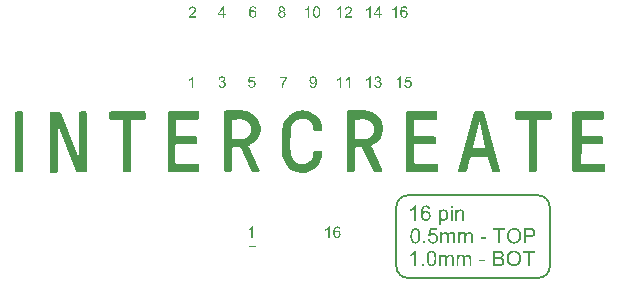
<source format=gto>
G04*
G04 #@! TF.GenerationSoftware,Altium Limited,Altium Designer,23.8.1 (32)*
G04*
G04 Layer_Color=65535*
%FSLAX44Y44*%
%MOMM*%
G71*
G04*
G04 #@! TF.SameCoordinates,EABBD3BE-967A-4A3B-942A-E4C863628C70*
G04*
G04*
G04 #@! TF.FilePolarity,Positive*
G04*
G01*
G75*
%ADD10C,0.2000*%
%ADD11C,0.1000*%
G36*
X361915Y245084D02*
X362019Y245075D01*
X362131Y245056D01*
X362253Y245037D01*
X362393Y245019D01*
X362684Y244934D01*
X362843Y244888D01*
X362993Y244822D01*
X363153Y244756D01*
X363302Y244663D01*
X363452Y244569D01*
X363593Y244456D01*
X363602Y244447D01*
X363621Y244428D01*
X363659Y244391D01*
X363705Y244344D01*
X363762Y244278D01*
X363827Y244194D01*
X363902Y244100D01*
X363977Y243997D01*
X364052Y243885D01*
X364127Y243744D01*
X364193Y243603D01*
X364268Y243444D01*
X364333Y243276D01*
X364380Y243097D01*
X364427Y242910D01*
X364465Y242704D01*
X363293Y242610D01*
Y242619D01*
X363284Y242638D01*
X363274Y242676D01*
X363265Y242722D01*
X363246Y242779D01*
X363228Y242844D01*
X363181Y242994D01*
X363115Y243163D01*
X363040Y243332D01*
X362946Y243491D01*
X362843Y243622D01*
X362834Y243632D01*
X362825Y243641D01*
X362796Y243669D01*
X362759Y243697D01*
X362712Y243744D01*
X362656Y243782D01*
X362515Y243875D01*
X362346Y243969D01*
X362140Y244053D01*
X361915Y244110D01*
X361794Y244119D01*
X361662Y244128D01*
X361569D01*
X361465Y244110D01*
X361325Y244091D01*
X361175Y244053D01*
X361006Y243997D01*
X360838Y243913D01*
X360669Y243810D01*
X360659D01*
X360641Y243791D01*
X360613Y243772D01*
X360575Y243735D01*
X360481Y243641D01*
X360350Y243510D01*
X360210Y243341D01*
X360060Y243135D01*
X359919Y242901D01*
X359788Y242619D01*
Y242610D01*
X359778Y242582D01*
X359760Y242535D01*
X359741Y242479D01*
X359713Y242394D01*
X359685Y242301D01*
X359657Y242179D01*
X359628Y242048D01*
X359600Y241898D01*
X359572Y241738D01*
X359544Y241551D01*
X359516Y241354D01*
X359497Y241138D01*
X359478Y240904D01*
X359469Y240660D01*
X359460Y240398D01*
X359469Y240407D01*
X359478Y240426D01*
X359507Y240464D01*
X359535Y240501D01*
X359572Y240557D01*
X359628Y240623D01*
X359750Y240764D01*
X359900Y240923D01*
X360078Y241082D01*
X360275Y241232D01*
X360500Y241363D01*
X360509D01*
X360528Y241373D01*
X360566Y241392D01*
X360603Y241410D01*
X360669Y241438D01*
X360734Y241467D01*
X360809Y241495D01*
X360894Y241523D01*
X361091Y241579D01*
X361306Y241635D01*
X361540Y241673D01*
X361794Y241682D01*
X361850D01*
X361906Y241673D01*
X361990D01*
X362094Y241654D01*
X362215Y241635D01*
X362346Y241607D01*
X362487Y241570D01*
X362637Y241523D01*
X362806Y241467D01*
X362965Y241401D01*
X363134Y241317D01*
X363312Y241213D01*
X363481Y241101D01*
X363640Y240960D01*
X363799Y240811D01*
X363809Y240801D01*
X363837Y240773D01*
X363874Y240717D01*
X363931Y240651D01*
X363996Y240567D01*
X364062Y240464D01*
X364137Y240342D01*
X364221Y240201D01*
X364296Y240051D01*
X364371Y239883D01*
X364437Y239695D01*
X364502Y239498D01*
X364558Y239283D01*
X364596Y239058D01*
X364624Y238824D01*
X364633Y238570D01*
Y238561D01*
Y238533D01*
Y238486D01*
X364624Y238421D01*
Y238336D01*
X364615Y238242D01*
X364605Y238139D01*
X364587Y238017D01*
X364540Y237755D01*
X364465Y237474D01*
X364371Y237183D01*
X364240Y236883D01*
Y236874D01*
X364221Y236846D01*
X364202Y236808D01*
X364165Y236761D01*
X364127Y236696D01*
X364081Y236621D01*
X363959Y236452D01*
X363799Y236255D01*
X363621Y236059D01*
X363406Y235871D01*
X363162Y235702D01*
X363153D01*
X363134Y235684D01*
X363096Y235665D01*
X363040Y235637D01*
X362975Y235609D01*
X362900Y235571D01*
X362815Y235534D01*
X362712Y235496D01*
X362609Y235459D01*
X362487Y235421D01*
X362225Y235356D01*
X361934Y235309D01*
X361775Y235299D01*
X361615Y235290D01*
X361550D01*
X361475Y235299D01*
X361372Y235309D01*
X361250Y235327D01*
X361100Y235346D01*
X360941Y235384D01*
X360762Y235421D01*
X360575Y235478D01*
X360388Y235552D01*
X360181Y235637D01*
X359985Y235749D01*
X359778Y235871D01*
X359582Y236012D01*
X359394Y236180D01*
X359216Y236368D01*
X359207Y236377D01*
X359179Y236424D01*
X359132Y236480D01*
X359076Y236574D01*
X359001Y236696D01*
X358926Y236846D01*
X358841Y237015D01*
X358757Y237221D01*
X358663Y237455D01*
X358579Y237717D01*
X358504Y238008D01*
X358438Y238336D01*
X358372Y238683D01*
X358326Y239076D01*
X358298Y239489D01*
X358288Y239939D01*
Y239948D01*
Y239967D01*
Y240004D01*
Y240061D01*
Y240126D01*
X358298Y240201D01*
Y240295D01*
X358307Y240398D01*
Y240501D01*
X358316Y240623D01*
X358344Y240885D01*
X358372Y241176D01*
X358419Y241485D01*
X358466Y241813D01*
X358541Y242151D01*
X358616Y242488D01*
X358719Y242826D01*
X358832Y243144D01*
X358972Y243454D01*
X359132Y243735D01*
X359310Y243988D01*
X359319Y243997D01*
X359347Y244035D01*
X359403Y244091D01*
X359478Y244156D01*
X359563Y244241D01*
X359675Y244335D01*
X359807Y244438D01*
X359947Y244541D01*
X360116Y244644D01*
X360294Y244747D01*
X360491Y244841D01*
X360706Y244925D01*
X360941Y244991D01*
X361184Y245047D01*
X361447Y245084D01*
X361728Y245094D01*
X361840D01*
X361915Y245084D01*
D02*
G37*
G36*
X355317Y235449D02*
X354136D01*
Y242957D01*
X354127D01*
X354117Y242938D01*
X354089Y242919D01*
X354061Y242891D01*
X353967Y242807D01*
X353836Y242704D01*
X353677Y242582D01*
X353480Y242441D01*
X353255Y242291D01*
X353011Y242141D01*
X353002D01*
X352983Y242123D01*
X352946Y242104D01*
X352899Y242076D01*
X352833Y242038D01*
X352768Y242001D01*
X352599Y241916D01*
X352412Y241823D01*
X352205Y241720D01*
X351990Y241626D01*
X351784Y241542D01*
Y242676D01*
X351793Y242685D01*
X351830Y242694D01*
X351877Y242722D01*
X351952Y242760D01*
X352037Y242807D01*
X352130Y242863D01*
X352243Y242919D01*
X352365Y242994D01*
X352636Y243154D01*
X352927Y243350D01*
X353218Y243566D01*
X353508Y243800D01*
X353517Y243810D01*
X353536Y243828D01*
X353583Y243866D01*
X353630Y243913D01*
X353686Y243978D01*
X353761Y244044D01*
X353836Y244128D01*
X353921Y244213D01*
X354089Y244410D01*
X354258Y244625D01*
X354417Y244859D01*
X354492Y244972D01*
X354548Y245094D01*
X355317D01*
Y235449D01*
D02*
G37*
G36*
X367758Y184450D02*
X363906D01*
X363391Y181854D01*
X363400Y181863D01*
X363428Y181882D01*
X363475Y181910D01*
X363541Y181948D01*
X363616Y181994D01*
X363719Y182051D01*
X363822Y182097D01*
X363944Y182163D01*
X364075Y182219D01*
X364216Y182266D01*
X364525Y182369D01*
X364684Y182407D01*
X364853Y182435D01*
X365031Y182454D01*
X365209Y182463D01*
X365265D01*
X365331Y182454D01*
X365425D01*
X365528Y182435D01*
X365659Y182416D01*
X365800Y182388D01*
X365950Y182351D01*
X366109Y182304D01*
X366287Y182248D01*
X366465Y182182D01*
X366643Y182097D01*
X366821Y181994D01*
X366999Y181882D01*
X367168Y181741D01*
X367337Y181591D01*
X367346Y181582D01*
X367374Y181554D01*
X367421Y181498D01*
X367477Y181432D01*
X367543Y181348D01*
X367609Y181245D01*
X367693Y181123D01*
X367777Y180982D01*
X367852Y180832D01*
X367937Y180664D01*
X368002Y180476D01*
X368077Y180279D01*
X368124Y180064D01*
X368171Y179839D01*
X368199Y179595D01*
X368208Y179342D01*
Y179323D01*
Y179286D01*
X368199Y179220D01*
Y179126D01*
X368190Y179014D01*
X368171Y178883D01*
X368143Y178733D01*
X368115Y178573D01*
X368068Y178405D01*
X368021Y178217D01*
X367955Y178030D01*
X367880Y177842D01*
X367796Y177655D01*
X367693Y177458D01*
X367571Y177271D01*
X367440Y177093D01*
X367430Y177083D01*
X367393Y177046D01*
X367346Y176989D01*
X367271Y176915D01*
X367177Y176821D01*
X367065Y176727D01*
X366934Y176624D01*
X366784Y176511D01*
X366606Y176399D01*
X366418Y176296D01*
X366212Y176202D01*
X365987Y176108D01*
X365743Y176033D01*
X365490Y175977D01*
X365209Y175940D01*
X364919Y175930D01*
X364862D01*
X364797Y175940D01*
X364703D01*
X364591Y175949D01*
X364459Y175968D01*
X364319Y175996D01*
X364159Y176024D01*
X363991Y176062D01*
X363822Y176108D01*
X363644Y176165D01*
X363456Y176240D01*
X363278Y176324D01*
X363100Y176418D01*
X362932Y176530D01*
X362772Y176661D01*
X362763Y176671D01*
X362735Y176699D01*
X362697Y176736D01*
X362641Y176793D01*
X362575Y176868D01*
X362510Y176961D01*
X362425Y177064D01*
X362351Y177177D01*
X362266Y177308D01*
X362182Y177458D01*
X362107Y177617D01*
X362032Y177796D01*
X361966Y177983D01*
X361910Y178180D01*
X361863Y178386D01*
X361835Y178611D01*
X363072Y178714D01*
Y178705D01*
X363082Y178676D01*
X363091Y178630D01*
X363100Y178564D01*
X363119Y178489D01*
X363138Y178405D01*
X363203Y178199D01*
X363288Y177983D01*
X363391Y177758D01*
X363531Y177533D01*
X363616Y177439D01*
X363700Y177346D01*
X363710Y177336D01*
X363728Y177327D01*
X363756Y177308D01*
X363794Y177280D01*
X363841Y177243D01*
X363897Y177205D01*
X364047Y177121D01*
X364225Y177036D01*
X364431Y176971D01*
X364666Y176915D01*
X364787Y176905D01*
X364919Y176896D01*
X365003D01*
X365059Y176905D01*
X365134Y176915D01*
X365219Y176933D01*
X365312Y176952D01*
X365415Y176980D01*
X365650Y177055D01*
X365762Y177102D01*
X365884Y177167D01*
X366006Y177243D01*
X366128Y177327D01*
X366250Y177421D01*
X366362Y177533D01*
X366371Y177542D01*
X366390Y177561D01*
X366418Y177599D01*
X366456Y177655D01*
X366503Y177711D01*
X366549Y177796D01*
X366606Y177889D01*
X366662Y177992D01*
X366709Y178105D01*
X366765Y178236D01*
X366812Y178377D01*
X366859Y178527D01*
X366896Y178686D01*
X366924Y178864D01*
X366943Y179042D01*
X366953Y179239D01*
Y179248D01*
Y179286D01*
Y179333D01*
X366943Y179408D01*
X366934Y179492D01*
X366924Y179586D01*
X366906Y179698D01*
X366878Y179820D01*
X366812Y180073D01*
X366765Y180204D01*
X366709Y180336D01*
X366643Y180467D01*
X366568Y180598D01*
X366484Y180720D01*
X366381Y180832D01*
X366371Y180842D01*
X366353Y180860D01*
X366325Y180889D01*
X366278Y180926D01*
X366221Y180973D01*
X366156Y181020D01*
X366072Y181076D01*
X365987Y181132D01*
X365884Y181179D01*
X365771Y181235D01*
X365650Y181282D01*
X365518Y181329D01*
X365368Y181367D01*
X365219Y181395D01*
X365059Y181413D01*
X364891Y181423D01*
X364797D01*
X364740Y181413D01*
X364684D01*
X364544Y181395D01*
X364384Y181357D01*
X364216Y181310D01*
X364038Y181245D01*
X363859Y181160D01*
X363850D01*
X363841Y181151D01*
X363784Y181113D01*
X363700Y181057D01*
X363606Y180982D01*
X363485Y180879D01*
X363372Y180767D01*
X363250Y180635D01*
X363147Y180495D01*
X362041Y180635D01*
X362969Y185575D01*
X367758D01*
Y184450D01*
D02*
G37*
G36*
X358817Y176090D02*
X357636D01*
Y183597D01*
X357627D01*
X357617Y183578D01*
X357589Y183560D01*
X357561Y183531D01*
X357467Y183447D01*
X357336Y183344D01*
X357177Y183222D01*
X356980Y183082D01*
X356755Y182932D01*
X356511Y182782D01*
X356502D01*
X356483Y182763D01*
X356446Y182744D01*
X356399Y182716D01*
X356333Y182679D01*
X356268Y182641D01*
X356099Y182557D01*
X355912Y182463D01*
X355705Y182360D01*
X355490Y182266D01*
X355284Y182182D01*
Y183316D01*
X355293Y183325D01*
X355331Y183335D01*
X355377Y183363D01*
X355452Y183400D01*
X355537Y183447D01*
X355630Y183503D01*
X355743Y183560D01*
X355865Y183635D01*
X356137Y183794D01*
X356427Y183991D01*
X356718Y184206D01*
X357008Y184441D01*
X357018Y184450D01*
X357036Y184469D01*
X357083Y184506D01*
X357130Y184553D01*
X357186Y184619D01*
X357261Y184684D01*
X357336Y184769D01*
X357421Y184853D01*
X357589Y185050D01*
X357758Y185266D01*
X357917Y185500D01*
X357992Y185612D01*
X358049Y185734D01*
X358817D01*
Y176090D01*
D02*
G37*
G36*
X341302Y238664D02*
X342596D01*
Y237586D01*
X341302D01*
Y235290D01*
X340122D01*
Y237586D01*
X335951D01*
Y238664D01*
X340337Y244897D01*
X341302D01*
Y238664D01*
D02*
G37*
G36*
X333317Y235290D02*
X332136D01*
Y242798D01*
X332127D01*
X332117Y242779D01*
X332089Y242760D01*
X332061Y242732D01*
X331967Y242647D01*
X331836Y242544D01*
X331677Y242423D01*
X331480Y242282D01*
X331255Y242132D01*
X331011Y241982D01*
X331002D01*
X330983Y241963D01*
X330946Y241945D01*
X330899Y241916D01*
X330833Y241879D01*
X330768Y241842D01*
X330599Y241757D01*
X330412Y241663D01*
X330205Y241560D01*
X329990Y241467D01*
X329784Y241382D01*
Y242516D01*
X329793Y242526D01*
X329831Y242535D01*
X329877Y242563D01*
X329952Y242601D01*
X330037Y242647D01*
X330130Y242704D01*
X330243Y242760D01*
X330365Y242835D01*
X330636Y242994D01*
X330927Y243191D01*
X331218Y243407D01*
X331508Y243641D01*
X331517Y243650D01*
X331536Y243669D01*
X331583Y243707D01*
X331630Y243754D01*
X331686Y243819D01*
X331761Y243885D01*
X331836Y243969D01*
X331921Y244053D01*
X332089Y244250D01*
X332258Y244466D01*
X332417Y244700D01*
X332492Y244813D01*
X332548Y244934D01*
X333317D01*
Y235290D01*
D02*
G37*
G36*
X339484Y185725D02*
X339559D01*
X339634Y185715D01*
X339728Y185706D01*
X339831Y185697D01*
X340056Y185650D01*
X340290Y185593D01*
X340543Y185509D01*
X340796Y185397D01*
X340806D01*
X340825Y185378D01*
X340862Y185359D01*
X340909Y185331D01*
X340965Y185303D01*
X341021Y185256D01*
X341171Y185153D01*
X341340Y185022D01*
X341509Y184862D01*
X341668Y184675D01*
X341809Y184469D01*
Y184459D01*
X341827Y184441D01*
X341846Y184413D01*
X341865Y184366D01*
X341893Y184319D01*
X341921Y184253D01*
X341987Y184094D01*
X342052Y183916D01*
X342109Y183700D01*
X342146Y183475D01*
X342165Y183232D01*
Y183222D01*
Y183204D01*
Y183175D01*
X342155Y183129D01*
Y183072D01*
X342146Y183007D01*
X342127Y182857D01*
X342080Y182679D01*
X342024Y182491D01*
X341940Y182294D01*
X341827Y182097D01*
Y182088D01*
X341809Y182079D01*
X341790Y182051D01*
X341762Y182013D01*
X341687Y181919D01*
X341574Y181807D01*
X341434Y181676D01*
X341265Y181544D01*
X341068Y181413D01*
X340834Y181292D01*
X340843D01*
X340871Y181282D01*
X340918Y181273D01*
X340975Y181254D01*
X341049Y181226D01*
X341124Y181198D01*
X341321Y181113D01*
X341527Y181010D01*
X341752Y180860D01*
X341968Y180692D01*
X342062Y180588D01*
X342155Y180476D01*
X342165Y180467D01*
X342174Y180448D01*
X342202Y180410D01*
X342230Y180364D01*
X342268Y180307D01*
X342305Y180232D01*
X342352Y180148D01*
X342399Y180054D01*
X342437Y179942D01*
X342483Y179829D01*
X342521Y179698D01*
X342558Y179567D01*
X342615Y179267D01*
X342624Y179098D01*
X342633Y178930D01*
Y178920D01*
Y178873D01*
X342624Y178808D01*
Y178723D01*
X342605Y178611D01*
X342587Y178489D01*
X342558Y178349D01*
X342521Y178189D01*
X342474Y178030D01*
X342408Y177861D01*
X342333Y177683D01*
X342249Y177505D01*
X342137Y177327D01*
X342015Y177139D01*
X341874Y176971D01*
X341715Y176802D01*
X341706Y176793D01*
X341677Y176765D01*
X341621Y176718D01*
X341546Y176671D01*
X341462Y176596D01*
X341349Y176530D01*
X341227Y176446D01*
X341078Y176371D01*
X340918Y176287D01*
X340740Y176202D01*
X340553Y176137D01*
X340346Y176071D01*
X340131Y176015D01*
X339897Y175968D01*
X339653Y175940D01*
X339390Y175930D01*
X339334D01*
X339269Y175940D01*
X339184D01*
X339072Y175949D01*
X338950Y175968D01*
X338809Y175996D01*
X338650Y176024D01*
X338491Y176062D01*
X338322Y176118D01*
X338144Y176174D01*
X337975Y176249D01*
X337797Y176333D01*
X337619Y176437D01*
X337450Y176549D01*
X337291Y176680D01*
X337282Y176689D01*
X337254Y176718D01*
X337216Y176755D01*
X337160Y176821D01*
X337094Y176896D01*
X337019Y176980D01*
X336944Y177083D01*
X336860Y177205D01*
X336776Y177336D01*
X336691Y177486D01*
X336616Y177645D01*
X336541Y177824D01*
X336476Y178011D01*
X336419Y178208D01*
X336372Y178414D01*
X336344Y178639D01*
X337525Y178798D01*
Y178789D01*
X337535Y178752D01*
X337544Y178705D01*
X337563Y178630D01*
X337582Y178555D01*
X337610Y178452D01*
X337647Y178349D01*
X337685Y178236D01*
X337778Y178002D01*
X337900Y177758D01*
X338041Y177533D01*
X338125Y177439D01*
X338210Y177346D01*
X338219D01*
X338228Y177327D01*
X338256Y177308D01*
X338294Y177280D01*
X338341Y177243D01*
X338397Y177205D01*
X338538Y177130D01*
X338716Y177046D01*
X338922Y176971D01*
X339147Y176924D01*
X339269Y176915D01*
X339400Y176905D01*
X339484D01*
X339540Y176915D01*
X339615Y176924D01*
X339690Y176933D01*
X339784Y176952D01*
X339887Y176980D01*
X340112Y177046D01*
X340225Y177093D01*
X340346Y177149D01*
X340468Y177214D01*
X340581Y177289D01*
X340693Y177374D01*
X340806Y177477D01*
X340815Y177486D01*
X340834Y177505D01*
X340862Y177533D01*
X340900Y177580D01*
X340937Y177636D01*
X340984Y177702D01*
X341040Y177777D01*
X341096Y177871D01*
X341143Y177964D01*
X341199Y178077D01*
X341293Y178320D01*
X341321Y178452D01*
X341349Y178592D01*
X341368Y178742D01*
X341377Y178902D01*
Y178911D01*
Y178939D01*
Y178976D01*
X341368Y179042D01*
X341359Y179108D01*
X341349Y179192D01*
X341331Y179276D01*
X341312Y179380D01*
X341246Y179586D01*
X341209Y179698D01*
X341153Y179811D01*
X341087Y179923D01*
X341021Y180036D01*
X340937Y180139D01*
X340843Y180242D01*
X340834Y180251D01*
X340815Y180261D01*
X340787Y180289D01*
X340750Y180326D01*
X340693Y180364D01*
X340628Y180410D01*
X340562Y180457D01*
X340478Y180504D01*
X340384Y180551D01*
X340281Y180598D01*
X340047Y180682D01*
X339784Y180748D01*
X339644Y180757D01*
X339494Y180767D01*
X339437D01*
X339362Y180757D01*
X339269Y180748D01*
X339147Y180739D01*
X339006Y180720D01*
X338847Y180682D01*
X338669Y180645D01*
X338800Y181676D01*
X338819D01*
X338866Y181666D01*
X338931Y181657D01*
X339062D01*
X339119Y181666D01*
X339184D01*
X339259Y181676D01*
X339344Y181695D01*
X339437Y181704D01*
X339653Y181751D01*
X339878Y181826D01*
X340112Y181919D01*
X340346Y182051D01*
X340356Y182060D01*
X340375Y182069D01*
X340403Y182088D01*
X340440Y182126D01*
X340487Y182163D01*
X340543Y182219D01*
X340590Y182276D01*
X340656Y182351D01*
X340712Y182426D01*
X340759Y182519D01*
X340815Y182622D01*
X340862Y182726D01*
X340900Y182847D01*
X340928Y182979D01*
X340946Y183110D01*
X340956Y183260D01*
Y183269D01*
Y183288D01*
Y183325D01*
X340946Y183372D01*
Y183428D01*
X340937Y183494D01*
X340900Y183644D01*
X340853Y183813D01*
X340768Y183991D01*
X340665Y184169D01*
X340590Y184253D01*
X340515Y184338D01*
X340506Y184347D01*
X340496Y184356D01*
X340468Y184375D01*
X340440Y184403D01*
X340337Y184478D01*
X340206Y184553D01*
X340047Y184628D01*
X339850Y184703D01*
X339625Y184750D01*
X339512Y184769D01*
X339315D01*
X339269Y184759D01*
X339203D01*
X339137Y184750D01*
X338978Y184713D01*
X338791Y184666D01*
X338603Y184581D01*
X338406Y184478D01*
X338313Y184403D01*
X338228Y184328D01*
X338219Y184319D01*
X338210Y184310D01*
X338181Y184281D01*
X338153Y184244D01*
X338116Y184206D01*
X338078Y184150D01*
X338032Y184084D01*
X337985Y184009D01*
X337938Y183916D01*
X337882Y183822D01*
X337835Y183719D01*
X337788Y183597D01*
X337750Y183475D01*
X337703Y183335D01*
X337675Y183194D01*
X337647Y183035D01*
X336466Y183241D01*
Y183250D01*
X336476Y183297D01*
X336494Y183354D01*
X336513Y183438D01*
X336541Y183531D01*
X336579Y183653D01*
X336616Y183775D01*
X336673Y183916D01*
X336729Y184056D01*
X336804Y184206D01*
X336879Y184366D01*
X336972Y184516D01*
X337066Y184666D01*
X337179Y184816D01*
X337310Y184947D01*
X337441Y185078D01*
X337450Y185087D01*
X337478Y185106D01*
X337516Y185134D01*
X337582Y185181D01*
X337657Y185228D01*
X337741Y185284D01*
X337853Y185350D01*
X337966Y185406D01*
X338097Y185472D01*
X338247Y185528D01*
X338406Y185584D01*
X338575Y185631D01*
X338753Y185678D01*
X338941Y185706D01*
X339147Y185725D01*
X339353Y185734D01*
X339428D01*
X339484Y185725D01*
D02*
G37*
G36*
X333317Y176090D02*
X332136D01*
Y183597D01*
X332127D01*
X332117Y183578D01*
X332089Y183560D01*
X332061Y183531D01*
X331967Y183447D01*
X331836Y183344D01*
X331677Y183222D01*
X331480Y183082D01*
X331255Y182932D01*
X331011Y182782D01*
X331002D01*
X330983Y182763D01*
X330946Y182744D01*
X330899Y182716D01*
X330833Y182679D01*
X330768Y182641D01*
X330599Y182557D01*
X330412Y182463D01*
X330205Y182360D01*
X329990Y182266D01*
X329784Y182182D01*
Y183316D01*
X329793Y183325D01*
X329831Y183335D01*
X329877Y183363D01*
X329952Y183400D01*
X330037Y183447D01*
X330130Y183503D01*
X330243Y183560D01*
X330365Y183635D01*
X330636Y183794D01*
X330927Y183991D01*
X331218Y184206D01*
X331508Y184441D01*
X331517Y184450D01*
X331536Y184469D01*
X331583Y184506D01*
X331630Y184553D01*
X331686Y184619D01*
X331761Y184684D01*
X331836Y184769D01*
X331921Y184853D01*
X332089Y185050D01*
X332258Y185266D01*
X332417Y185500D01*
X332492Y185612D01*
X332548Y185734D01*
X333317D01*
Y176090D01*
D02*
G37*
G36*
X314653Y244925D02*
X314756D01*
X314869Y244916D01*
X315000Y244897D01*
X315150Y244869D01*
X315318Y244841D01*
X315487Y244794D01*
X315665Y244747D01*
X315853Y244681D01*
X316031Y244606D01*
X316218Y244522D01*
X316387Y244419D01*
X316556Y244297D01*
X316715Y244166D01*
X316724Y244156D01*
X316752Y244128D01*
X316790Y244091D01*
X316837Y244025D01*
X316902Y243950D01*
X316968Y243866D01*
X317043Y243763D01*
X317118Y243641D01*
X317193Y243510D01*
X317268Y243360D01*
X317334Y243210D01*
X317399Y243041D01*
X317446Y242863D01*
X317483Y242666D01*
X317512Y242469D01*
X317521Y242263D01*
Y242254D01*
Y242235D01*
Y242207D01*
Y242169D01*
X317512Y242113D01*
Y242057D01*
X317493Y241907D01*
X317465Y241738D01*
X317418Y241542D01*
X317362Y241335D01*
X317277Y241129D01*
Y241120D01*
X317268Y241101D01*
X317249Y241073D01*
X317230Y241035D01*
X317202Y240979D01*
X317174Y240923D01*
X317090Y240773D01*
X316987Y240604D01*
X316846Y240398D01*
X316687Y240182D01*
X316490Y239958D01*
X316481Y239948D01*
X316462Y239929D01*
X316434Y239892D01*
X316387Y239845D01*
X316321Y239779D01*
X316256Y239704D01*
X316162Y239620D01*
X316059Y239517D01*
X315946Y239405D01*
X315806Y239273D01*
X315665Y239133D01*
X315496Y238983D01*
X315318Y238824D01*
X315121Y238645D01*
X314906Y238467D01*
X314681Y238270D01*
X314672Y238261D01*
X314634Y238233D01*
X314578Y238186D01*
X314512Y238130D01*
X314428Y238055D01*
X314334Y237971D01*
X314109Y237783D01*
X313884Y237586D01*
X313659Y237390D01*
X313556Y237296D01*
X313463Y237202D01*
X313378Y237127D01*
X313313Y237061D01*
X313303Y237052D01*
X313266Y237005D01*
X313209Y236940D01*
X313134Y236865D01*
X313060Y236761D01*
X312975Y236658D01*
X312891Y236546D01*
X312816Y236424D01*
X317530D01*
Y235290D01*
X311185D01*
Y235299D01*
Y235309D01*
Y235365D01*
Y235440D01*
X311194Y235552D01*
X311213Y235674D01*
X311232Y235815D01*
X311269Y235956D01*
X311316Y236105D01*
Y236115D01*
X311326Y236133D01*
X311344Y236171D01*
X311363Y236218D01*
X311391Y236274D01*
X311419Y236340D01*
X311504Y236508D01*
X311616Y236705D01*
X311747Y236921D01*
X311907Y237146D01*
X312094Y237380D01*
X312104Y237390D01*
X312122Y237408D01*
X312150Y237446D01*
X312197Y237493D01*
X312253Y237549D01*
X312319Y237624D01*
X312394Y237708D01*
X312488Y237802D01*
X312591Y237896D01*
X312703Y238008D01*
X312835Y238130D01*
X312966Y238261D01*
X313116Y238392D01*
X313275Y238533D01*
X313453Y238683D01*
X313631Y238833D01*
X313650Y238852D01*
X313697Y238889D01*
X313781Y238955D01*
X313884Y239048D01*
X314016Y239151D01*
X314156Y239283D01*
X314315Y239423D01*
X314484Y239573D01*
X314840Y239901D01*
X315187Y240239D01*
X315347Y240407D01*
X315496Y240576D01*
X315637Y240726D01*
X315749Y240876D01*
X315759Y240885D01*
X315778Y240914D01*
X315806Y240951D01*
X315834Y241007D01*
X315881Y241073D01*
X315928Y241148D01*
X315974Y241242D01*
X316031Y241335D01*
X316134Y241551D01*
X316227Y241785D01*
X316256Y241916D01*
X316284Y242038D01*
X316303Y242169D01*
X316312Y242291D01*
Y242301D01*
Y242320D01*
Y242357D01*
X316303Y242413D01*
X316293Y242469D01*
X316284Y242535D01*
X316246Y242704D01*
X316190Y242891D01*
X316096Y243088D01*
X316040Y243182D01*
X315974Y243285D01*
X315899Y243379D01*
X315806Y243472D01*
X315796Y243482D01*
X315787Y243491D01*
X315749Y243519D01*
X315712Y243547D01*
X315665Y243585D01*
X315599Y243622D01*
X315534Y243669D01*
X315450Y243716D01*
X315365Y243763D01*
X315262Y243810D01*
X315037Y243885D01*
X314784Y243941D01*
X314643Y243950D01*
X314494Y243960D01*
X314409D01*
X314353Y243950D01*
X314278Y243941D01*
X314194Y243932D01*
X314100Y243913D01*
X314006Y243894D01*
X313781Y243838D01*
X313556Y243744D01*
X313444Y243688D01*
X313331Y243613D01*
X313228Y243538D01*
X313125Y243444D01*
X313116Y243435D01*
X313106Y243425D01*
X313078Y243388D01*
X313050Y243350D01*
X313013Y243304D01*
X312966Y243238D01*
X312919Y243163D01*
X312872Y243079D01*
X312825Y242985D01*
X312778Y242882D01*
X312741Y242760D01*
X312694Y242638D01*
X312666Y242507D01*
X312638Y242357D01*
X312628Y242207D01*
X312619Y242038D01*
X311410Y242160D01*
Y242179D01*
X311419Y242216D01*
X311429Y242291D01*
X311438Y242385D01*
X311466Y242498D01*
X311494Y242629D01*
X311532Y242769D01*
X311569Y242929D01*
X311625Y243088D01*
X311691Y243257D01*
X311766Y243425D01*
X311850Y243603D01*
X311954Y243772D01*
X312066Y243932D01*
X312197Y244081D01*
X312338Y244222D01*
X312347Y244231D01*
X312375Y244250D01*
X312422Y244288D01*
X312488Y244335D01*
X312572Y244391D01*
X312666Y244447D01*
X312788Y244513D01*
X312919Y244578D01*
X313069Y244644D01*
X313228Y244709D01*
X313406Y244766D01*
X313603Y244822D01*
X313809Y244869D01*
X314034Y244906D01*
X314269Y244925D01*
X314522Y244934D01*
X314587D01*
X314653Y244925D01*
D02*
G37*
G36*
X308317Y235290D02*
X307136D01*
Y242798D01*
X307127D01*
X307117Y242779D01*
X307089Y242760D01*
X307061Y242732D01*
X306967Y242647D01*
X306836Y242544D01*
X306677Y242423D01*
X306480Y242282D01*
X306255Y242132D01*
X306011Y241982D01*
X306002D01*
X305983Y241963D01*
X305946Y241945D01*
X305899Y241916D01*
X305833Y241879D01*
X305768Y241842D01*
X305599Y241757D01*
X305411Y241663D01*
X305205Y241560D01*
X304990Y241467D01*
X304783Y241382D01*
Y242516D01*
X304793Y242526D01*
X304830Y242535D01*
X304877Y242563D01*
X304952Y242601D01*
X305037Y242647D01*
X305130Y242704D01*
X305243Y242760D01*
X305365Y242835D01*
X305636Y242994D01*
X305927Y243191D01*
X306217Y243407D01*
X306508Y243641D01*
X306518Y243650D01*
X306536Y243669D01*
X306583Y243707D01*
X306630Y243754D01*
X306686Y243819D01*
X306761Y243885D01*
X306836Y243969D01*
X306921Y244053D01*
X307089Y244250D01*
X307258Y244466D01*
X307417Y244700D01*
X307492Y244813D01*
X307549Y244934D01*
X308317D01*
Y235290D01*
D02*
G37*
G36*
X315778Y175930D02*
X314597D01*
Y183438D01*
X314587D01*
X314578Y183419D01*
X314550Y183400D01*
X314522Y183372D01*
X314428Y183288D01*
X314297Y183185D01*
X314137Y183063D01*
X313941Y182922D01*
X313716Y182772D01*
X313472Y182622D01*
X313463D01*
X313444Y182604D01*
X313406Y182585D01*
X313360Y182557D01*
X313294Y182519D01*
X313228Y182482D01*
X313060Y182397D01*
X312872Y182304D01*
X312666Y182201D01*
X312450Y182107D01*
X312244Y182022D01*
Y183157D01*
X312254Y183166D01*
X312291Y183175D01*
X312338Y183204D01*
X312413Y183241D01*
X312497Y183288D01*
X312591Y183344D01*
X312703Y183400D01*
X312825Y183475D01*
X313097Y183635D01*
X313388Y183832D01*
X313678Y184047D01*
X313969Y184281D01*
X313978Y184291D01*
X313997Y184310D01*
X314044Y184347D01*
X314091Y184394D01*
X314147Y184459D01*
X314222Y184525D01*
X314297Y184609D01*
X314381Y184694D01*
X314550Y184891D01*
X314718Y185106D01*
X314878Y185340D01*
X314953Y185453D01*
X315009Y185575D01*
X315778D01*
Y175930D01*
D02*
G37*
G36*
X308317D02*
X307136D01*
Y183438D01*
X307127D01*
X307117Y183419D01*
X307089Y183400D01*
X307061Y183372D01*
X306967Y183288D01*
X306836Y183185D01*
X306677Y183063D01*
X306480Y182922D01*
X306255Y182772D01*
X306011Y182622D01*
X306002D01*
X305983Y182604D01*
X305946Y182585D01*
X305899Y182557D01*
X305833Y182519D01*
X305768Y182482D01*
X305599Y182397D01*
X305412Y182304D01*
X305205Y182201D01*
X304990Y182107D01*
X304784Y182022D01*
Y183157D01*
X304793Y183166D01*
X304830Y183175D01*
X304877Y183204D01*
X304952Y183241D01*
X305037Y183288D01*
X305130Y183344D01*
X305243Y183400D01*
X305365Y183475D01*
X305637Y183635D01*
X305927Y183832D01*
X306218Y184047D01*
X306508Y184281D01*
X306518Y184291D01*
X306536Y184310D01*
X306583Y184347D01*
X306630Y184394D01*
X306686Y184459D01*
X306761Y184525D01*
X306836Y184609D01*
X306921Y184694D01*
X307089Y184891D01*
X307258Y185106D01*
X307417Y185340D01*
X307492Y185453D01*
X307549Y185575D01*
X308317D01*
Y175930D01*
D02*
G37*
G36*
X281458Y235449D02*
X280277D01*
Y242957D01*
X280267D01*
X280258Y242938D01*
X280230Y242919D01*
X280202Y242891D01*
X280108Y242807D01*
X279977Y242704D01*
X279817Y242582D01*
X279621Y242441D01*
X279396Y242291D01*
X279152Y242141D01*
X279143D01*
X279124Y242123D01*
X279086Y242104D01*
X279039Y242076D01*
X278974Y242038D01*
X278908Y242001D01*
X278740Y241916D01*
X278552Y241823D01*
X278346Y241720D01*
X278130Y241626D01*
X277924Y241542D01*
Y242676D01*
X277934Y242685D01*
X277971Y242694D01*
X278018Y242722D01*
X278093Y242760D01*
X278177Y242807D01*
X278271Y242863D01*
X278383Y242919D01*
X278505Y242994D01*
X278777Y243154D01*
X279068Y243350D01*
X279358Y243566D01*
X279649Y243800D01*
X279658Y243810D01*
X279677Y243828D01*
X279724Y243866D01*
X279771Y243913D01*
X279827Y243978D01*
X279902Y244044D01*
X279977Y244128D01*
X280061Y244213D01*
X280230Y244410D01*
X280399Y244625D01*
X280558Y244859D01*
X280633Y244972D01*
X280689Y245094D01*
X281458D01*
Y235449D01*
D02*
G37*
G36*
X287803Y245084D02*
X287878Y245075D01*
X287972Y245066D01*
X288065Y245056D01*
X288272Y245019D01*
X288496Y244963D01*
X288731Y244878D01*
X288956Y244775D01*
X288965D01*
X288984Y244756D01*
X289012Y244747D01*
X289059Y244719D01*
X289162Y244644D01*
X289303Y244550D01*
X289452Y244419D01*
X289612Y244269D01*
X289771Y244081D01*
X289921Y243875D01*
Y243866D01*
X289940Y243847D01*
X289959Y243819D01*
X289987Y243772D01*
X290015Y243716D01*
X290052Y243650D01*
X290090Y243566D01*
X290137Y243482D01*
X290184Y243379D01*
X290230Y243276D01*
X290324Y243032D01*
X290427Y242751D01*
X290512Y242451D01*
Y242441D01*
X290521Y242413D01*
X290530Y242366D01*
X290549Y242301D01*
X290568Y242216D01*
X290586Y242113D01*
X290605Y241991D01*
X290624Y241851D01*
X290643Y241701D01*
X290662Y241523D01*
X290680Y241345D01*
X290699Y241138D01*
X290718Y240923D01*
X290727Y240689D01*
X290737Y240445D01*
Y240182D01*
Y240164D01*
Y240107D01*
Y240023D01*
X290727Y239901D01*
Y239761D01*
X290718Y239592D01*
X290708Y239414D01*
X290690Y239208D01*
X290671Y238992D01*
X290652Y238777D01*
X290586Y238317D01*
X290502Y237868D01*
X290446Y237661D01*
X290380Y237455D01*
Y237446D01*
X290362Y237408D01*
X290343Y237352D01*
X290315Y237286D01*
X290277Y237193D01*
X290230Y237099D01*
X290184Y236986D01*
X290118Y236865D01*
X289977Y236611D01*
X289799Y236340D01*
X289584Y236087D01*
X289462Y235965D01*
X289340Y235852D01*
X289331Y235843D01*
X289312Y235824D01*
X289274Y235796D01*
X289218Y235768D01*
X289153Y235721D01*
X289068Y235674D01*
X288974Y235627D01*
X288871Y235571D01*
X288750Y235515D01*
X288618Y235468D01*
X288478Y235421D01*
X288318Y235374D01*
X288159Y235346D01*
X287981Y235318D01*
X287803Y235299D01*
X287606Y235290D01*
X287540D01*
X287475Y235299D01*
X287372Y235309D01*
X287259Y235318D01*
X287119Y235346D01*
X286969Y235374D01*
X286809Y235412D01*
X286641Y235468D01*
X286463Y235534D01*
X286275Y235609D01*
X286097Y235702D01*
X285919Y235815D01*
X285741Y235946D01*
X285572Y236105D01*
X285422Y236274D01*
X285413Y236293D01*
X285385Y236330D01*
X285338Y236405D01*
X285272Y236508D01*
X285207Y236640D01*
X285122Y236799D01*
X285038Y236996D01*
X284954Y237221D01*
X284860Y237474D01*
X284776Y237764D01*
X284691Y238083D01*
X284626Y238430D01*
X284560Y238824D01*
X284513Y239236D01*
X284485Y239695D01*
X284476Y240182D01*
Y240192D01*
Y240201D01*
Y240257D01*
Y240351D01*
X284485Y240464D01*
Y240614D01*
X284494Y240773D01*
X284504Y240960D01*
X284522Y241167D01*
X284541Y241382D01*
X284560Y241607D01*
X284626Y242057D01*
X284710Y242516D01*
X284766Y242722D01*
X284822Y242929D01*
Y242938D01*
X284841Y242976D01*
X284860Y243032D01*
X284888Y243097D01*
X284925Y243191D01*
X284972Y243285D01*
X285019Y243397D01*
X285085Y243519D01*
X285225Y243782D01*
X285403Y244044D01*
X285619Y244297D01*
X285741Y244419D01*
X285863Y244531D01*
X285872Y244541D01*
X285891Y244559D01*
X285938Y244588D01*
X285985Y244616D01*
X286060Y244663D01*
X286135Y244709D01*
X286238Y244756D01*
X286341Y244813D01*
X286463Y244869D01*
X286594Y244916D01*
X286734Y244963D01*
X286894Y245009D01*
X287053Y245037D01*
X287231Y245066D01*
X287409Y245084D01*
X287606Y245094D01*
X287737D01*
X287803Y245084D01*
D02*
G37*
G36*
X284677Y185725D02*
X284762Y185715D01*
X284855Y185706D01*
X284968Y185697D01*
X285080Y185669D01*
X285352Y185612D01*
X285633Y185518D01*
X285783Y185462D01*
X285933Y185397D01*
X286083Y185322D01*
X286233Y185228D01*
X286243Y185219D01*
X286271Y185209D01*
X286308Y185172D01*
X286364Y185134D01*
X286430Y185078D01*
X286505Y185022D01*
X286580Y184947D01*
X286674Y184862D01*
X286767Y184759D01*
X286861Y184656D01*
X286964Y184534D01*
X287058Y184403D01*
X287152Y184263D01*
X287245Y184113D01*
X287339Y183953D01*
X287414Y183785D01*
X287423Y183775D01*
X287433Y183738D01*
X287452Y183691D01*
X287480Y183616D01*
X287508Y183513D01*
X287545Y183400D01*
X287583Y183260D01*
X287620Y183100D01*
X287658Y182922D01*
X287686Y182716D01*
X287723Y182500D01*
X287752Y182257D01*
X287780Y181994D01*
X287798Y181713D01*
X287817Y181404D01*
Y181085D01*
Y181076D01*
Y181066D01*
Y181038D01*
Y181001D01*
Y180907D01*
X287808Y180785D01*
Y180626D01*
X287798Y180448D01*
X287780Y180251D01*
X287770Y180026D01*
X287742Y179801D01*
X287723Y179558D01*
X287648Y179070D01*
X287602Y178827D01*
X287545Y178592D01*
X287489Y178367D01*
X287414Y178152D01*
Y178142D01*
X287395Y178105D01*
X287377Y178049D01*
X287339Y177974D01*
X287292Y177880D01*
X287245Y177777D01*
X287189Y177664D01*
X287114Y177533D01*
X286945Y177271D01*
X286739Y176989D01*
X286505Y176727D01*
X286364Y176605D01*
X286224Y176493D01*
X286214Y176483D01*
X286186Y176465D01*
X286149Y176437D01*
X286083Y176408D01*
X286008Y176362D01*
X285914Y176315D01*
X285811Y176268D01*
X285699Y176211D01*
X285568Y176155D01*
X285427Y176108D01*
X285277Y176062D01*
X285108Y176015D01*
X284940Y175987D01*
X284762Y175958D01*
X284574Y175940D01*
X284377Y175930D01*
X284265D01*
X284190Y175940D01*
X284096Y175949D01*
X283984Y175968D01*
X283853Y175987D01*
X283721Y176005D01*
X283431Y176080D01*
X283271Y176127D01*
X283121Y176193D01*
X282962Y176258D01*
X282812Y176343D01*
X282672Y176437D01*
X282531Y176549D01*
X282522Y176558D01*
X282503Y176577D01*
X282465Y176615D01*
X282418Y176661D01*
X282362Y176727D01*
X282297Y176811D01*
X282231Y176896D01*
X282156Y177008D01*
X282081Y177121D01*
X282006Y177261D01*
X281940Y177402D01*
X281875Y177561D01*
X281809Y177730D01*
X281753Y177917D01*
X281716Y178114D01*
X281678Y178320D01*
X282812Y178424D01*
Y178414D01*
X282822Y178386D01*
X282831Y178349D01*
X282840Y178292D01*
X282859Y178227D01*
X282878Y178152D01*
X282934Y177974D01*
X283009Y177786D01*
X283103Y177589D01*
X283215Y177411D01*
X283281Y177327D01*
X283356Y177252D01*
X283365D01*
X283375Y177233D01*
X283431Y177196D01*
X283515Y177139D01*
X283637Y177074D01*
X283787Y177008D01*
X283965Y176952D01*
X284171Y176915D01*
X284396Y176896D01*
X284490D01*
X284593Y176905D01*
X284724Y176924D01*
X284865Y176952D01*
X285033Y176999D01*
X285193Y177055D01*
X285352Y177139D01*
X285361D01*
X285371Y177149D01*
X285418Y177186D01*
X285493Y177243D01*
X285586Y177318D01*
X285699Y177411D01*
X285811Y177524D01*
X285914Y177655D01*
X286018Y177805D01*
Y177814D01*
X286027Y177824D01*
X286046Y177852D01*
X286064Y177880D01*
X286111Y177974D01*
X286168Y178105D01*
X286243Y178264D01*
X286318Y178461D01*
X286392Y178676D01*
X286458Y178930D01*
Y178939D01*
X286467Y178958D01*
X286477Y179005D01*
X286486Y179051D01*
X286496Y179117D01*
X286514Y179192D01*
X286533Y179276D01*
X286552Y179380D01*
X286580Y179595D01*
X286608Y179839D01*
X286627Y180101D01*
X286636Y180373D01*
Y180392D01*
Y180439D01*
Y180504D01*
Y180598D01*
X286617Y180579D01*
X286599Y180551D01*
X286571Y180514D01*
X286496Y180410D01*
X286383Y180279D01*
X286243Y180139D01*
X286074Y179989D01*
X285877Y179839D01*
X285661Y179698D01*
X285652D01*
X285633Y179679D01*
X285605Y179670D01*
X285558Y179642D01*
X285502Y179614D01*
X285427Y179586D01*
X285352Y179558D01*
X285268Y179529D01*
X285071Y179464D01*
X284846Y179408D01*
X284602Y179370D01*
X284340Y179351D01*
X284284D01*
X284227Y179361D01*
X284143D01*
X284040Y179380D01*
X283918Y179398D01*
X283787Y179426D01*
X283646Y179464D01*
X283487Y179501D01*
X283328Y179558D01*
X283159Y179632D01*
X282990Y179717D01*
X282822Y179811D01*
X282653Y179932D01*
X282484Y180064D01*
X282325Y180214D01*
X282315Y180223D01*
X282287Y180251D01*
X282250Y180307D01*
X282194Y180373D01*
X282137Y180457D01*
X282062Y180560D01*
X281987Y180682D01*
X281912Y180823D01*
X281837Y180973D01*
X281762Y181151D01*
X281687Y181338D01*
X281631Y181535D01*
X281575Y181760D01*
X281537Y181985D01*
X281509Y182229D01*
X281500Y182491D01*
Y182510D01*
Y182557D01*
X281509Y182632D01*
Y182735D01*
X281528Y182857D01*
X281547Y182997D01*
X281575Y183157D01*
X281603Y183335D01*
X281650Y183513D01*
X281706Y183710D01*
X281781Y183906D01*
X281856Y184103D01*
X281959Y184300D01*
X282072Y184487D01*
X282203Y184675D01*
X282353Y184844D01*
X282362Y184853D01*
X282390Y184881D01*
X282437Y184928D01*
X282512Y184984D01*
X282597Y185050D01*
X282690Y185125D01*
X282812Y185209D01*
X282943Y185294D01*
X283093Y185369D01*
X283262Y185453D01*
X283440Y185528D01*
X283628Y185593D01*
X283834Y185650D01*
X284049Y185697D01*
X284284Y185725D01*
X284518Y185734D01*
X284612D01*
X284677Y185725D01*
D02*
G37*
G36*
X258270Y245084D02*
X258383Y245075D01*
X258505Y245056D01*
X258636Y245028D01*
X258786Y245000D01*
X258945Y244963D01*
X259114Y244916D01*
X259283Y244859D01*
X259451Y244784D01*
X259620Y244700D01*
X259779Y244606D01*
X259939Y244494D01*
X260089Y244363D01*
X260098Y244353D01*
X260126Y244325D01*
X260164Y244288D01*
X260210Y244231D01*
X260267Y244166D01*
X260332Y244072D01*
X260398Y243978D01*
X260473Y243866D01*
X260548Y243744D01*
X260613Y243603D01*
X260679Y243463D01*
X260735Y243304D01*
X260782Y243135D01*
X260829Y242957D01*
X260848Y242779D01*
X260857Y242582D01*
Y242572D01*
Y242554D01*
Y242516D01*
X260848Y242469D01*
Y242413D01*
X260839Y242338D01*
X260810Y242179D01*
X260773Y242001D01*
X260707Y241804D01*
X260623Y241607D01*
X260501Y241410D01*
Y241401D01*
X260482Y241392D01*
X260435Y241326D01*
X260351Y241242D01*
X260239Y241129D01*
X260089Y241007D01*
X259911Y240885D01*
X259695Y240764D01*
X259442Y240651D01*
X259451D01*
X259479Y240642D01*
X259526Y240623D01*
X259583Y240595D01*
X259657Y240567D01*
X259742Y240529D01*
X259939Y240426D01*
X260154Y240295D01*
X260379Y240136D01*
X260595Y239948D01*
X260688Y239836D01*
X260782Y239723D01*
X260792Y239714D01*
X260801Y239695D01*
X260829Y239658D01*
X260857Y239611D01*
X260895Y239545D01*
X260932Y239480D01*
X260970Y239386D01*
X261017Y239292D01*
X261063Y239189D01*
X261101Y239067D01*
X261176Y238814D01*
X261232Y238514D01*
X261241Y238364D01*
X261251Y238195D01*
Y238186D01*
Y238139D01*
X261241Y238074D01*
Y237989D01*
X261223Y237886D01*
X261204Y237764D01*
X261176Y237624D01*
X261138Y237474D01*
X261091Y237314D01*
X261035Y237146D01*
X260970Y236977D01*
X260885Y236799D01*
X260782Y236621D01*
X260670Y236452D01*
X260529Y236283D01*
X260379Y236124D01*
X260370Y236115D01*
X260342Y236087D01*
X260285Y236049D01*
X260220Y235993D01*
X260135Y235927D01*
X260032Y235862D01*
X259901Y235787D01*
X259770Y235712D01*
X259611Y235627D01*
X259433Y235552D01*
X259245Y235487D01*
X259039Y235421D01*
X258823Y235365D01*
X258589Y235327D01*
X258345Y235299D01*
X258083Y235290D01*
X258017D01*
X257942Y235299D01*
X257849D01*
X257727Y235318D01*
X257586Y235337D01*
X257427Y235356D01*
X257258Y235393D01*
X257080Y235440D01*
X256893Y235496D01*
X256705Y235562D01*
X256518Y235646D01*
X256321Y235740D01*
X256133Y235852D01*
X255955Y235974D01*
X255787Y236124D01*
X255777Y236133D01*
X255749Y236162D01*
X255712Y236208D01*
X255655Y236274D01*
X255590Y236359D01*
X255515Y236462D01*
X255440Y236574D01*
X255355Y236705D01*
X255271Y236846D01*
X255196Y237005D01*
X255121Y237183D01*
X255056Y237371D01*
X255009Y237568D01*
X254962Y237774D01*
X254934Y237989D01*
X254924Y238224D01*
Y238233D01*
Y238261D01*
Y238317D01*
X254934Y238383D01*
X254943Y238458D01*
X254953Y238552D01*
X254962Y238655D01*
X254981Y238767D01*
X255037Y239020D01*
X255121Y239283D01*
X255177Y239414D01*
X255243Y239545D01*
X255309Y239667D01*
X255393Y239789D01*
X255402Y239798D01*
X255412Y239817D01*
X255440Y239845D01*
X255477Y239892D01*
X255534Y239948D01*
X255590Y240004D01*
X255665Y240070D01*
X255740Y240136D01*
X255833Y240211D01*
X255937Y240276D01*
X256049Y240351D01*
X256171Y240426D01*
X256302Y240492D01*
X256443Y240548D01*
X256593Y240604D01*
X256752Y240651D01*
X256743D01*
X256724Y240660D01*
X256677Y240679D01*
X256630Y240698D01*
X256574Y240726D01*
X256499Y240764D01*
X256340Y240848D01*
X256161Y240960D01*
X255974Y241092D01*
X255805Y241242D01*
X255655Y241420D01*
Y241429D01*
X255637Y241438D01*
X255627Y241467D01*
X255599Y241504D01*
X255571Y241560D01*
X255543Y241616D01*
X255487Y241757D01*
X255421Y241926D01*
X255365Y242132D01*
X255327Y242357D01*
X255309Y242610D01*
Y242619D01*
Y242657D01*
X255318Y242713D01*
Y242788D01*
X255327Y242872D01*
X255346Y242976D01*
X255374Y243097D01*
X255402Y243229D01*
X255440Y243360D01*
X255496Y243500D01*
X255552Y243650D01*
X255627Y243800D01*
X255712Y243941D01*
X255815Y244091D01*
X255927Y244231D01*
X256058Y244372D01*
X256068Y244381D01*
X256096Y244400D01*
X256133Y244438D01*
X256199Y244485D01*
X256274Y244541D01*
X256358Y244597D01*
X256471Y244663D01*
X256593Y244738D01*
X256724Y244803D01*
X256874Y244869D01*
X257043Y244925D01*
X257221Y244981D01*
X257418Y245028D01*
X257614Y245066D01*
X257839Y245084D01*
X258064Y245094D01*
X258186D01*
X258270Y245084D01*
D02*
G37*
G36*
X262714Y184497D02*
X262705Y184487D01*
X262677Y184450D01*
X262620Y184394D01*
X262555Y184319D01*
X262470Y184216D01*
X262377Y184103D01*
X262264Y183963D01*
X262142Y183803D01*
X262011Y183625D01*
X261861Y183428D01*
X261711Y183213D01*
X261552Y182979D01*
X261392Y182735D01*
X261224Y182472D01*
X261055Y182191D01*
X260886Y181891D01*
X260877Y181873D01*
X260849Y181816D01*
X260802Y181732D01*
X260736Y181610D01*
X260661Y181470D01*
X260577Y181292D01*
X260483Y181095D01*
X260380Y180870D01*
X260268Y180626D01*
X260155Y180373D01*
X260033Y180092D01*
X259921Y179811D01*
X259809Y179511D01*
X259696Y179201D01*
X259593Y178883D01*
X259499Y178564D01*
Y178555D01*
X259480Y178508D01*
X259462Y178442D01*
X259443Y178358D01*
X259415Y178245D01*
X259377Y178105D01*
X259349Y177955D01*
X259312Y177786D01*
X259274Y177599D01*
X259237Y177393D01*
X259199Y177177D01*
X259162Y176943D01*
X259124Y176708D01*
X259096Y176455D01*
X259049Y175930D01*
X257840D01*
Y175940D01*
Y175987D01*
X257850Y176043D01*
Y176127D01*
X257859Y176240D01*
X257868Y176371D01*
X257887Y176521D01*
X257906Y176689D01*
X257925Y176886D01*
X257953Y177093D01*
X257990Y177318D01*
X258037Y177552D01*
X258084Y177814D01*
X258140Y178077D01*
X258206Y178367D01*
X258281Y178658D01*
Y178667D01*
X258290Y178676D01*
X258300Y178733D01*
X258328Y178817D01*
X258356Y178930D01*
X258403Y179080D01*
X258459Y179248D01*
X258515Y179436D01*
X258590Y179651D01*
X258674Y179876D01*
X258768Y180120D01*
X258862Y180382D01*
X258974Y180645D01*
X259218Y181198D01*
X259499Y181760D01*
X259509Y181779D01*
X259537Y181826D01*
X259584Y181901D01*
X259640Y182013D01*
X259715Y182135D01*
X259799Y182285D01*
X259902Y182454D01*
X260015Y182632D01*
X260137Y182829D01*
X260268Y183035D01*
X260549Y183457D01*
X260868Y183878D01*
X261027Y184084D01*
X261196Y184281D01*
X256500D01*
Y185415D01*
X262714D01*
Y184497D01*
D02*
G37*
G36*
X233966Y245084D02*
X234069Y245075D01*
X234181Y245056D01*
X234303Y245037D01*
X234444Y245019D01*
X234734Y244934D01*
X234893Y244888D01*
X235043Y244822D01*
X235203Y244756D01*
X235353Y244663D01*
X235503Y244569D01*
X235643Y244456D01*
X235653Y244447D01*
X235671Y244428D01*
X235709Y244391D01*
X235756Y244344D01*
X235812Y244278D01*
X235878Y244194D01*
X235953Y244100D01*
X236028Y243997D01*
X236103Y243885D01*
X236178Y243744D01*
X236243Y243603D01*
X236318Y243444D01*
X236384Y243276D01*
X236431Y243097D01*
X236477Y242910D01*
X236515Y242704D01*
X235343Y242610D01*
Y242619D01*
X235334Y242638D01*
X235325Y242676D01*
X235315Y242722D01*
X235296Y242779D01*
X235278Y242844D01*
X235231Y242994D01*
X235165Y243163D01*
X235090Y243332D01*
X234997Y243491D01*
X234893Y243622D01*
X234884Y243632D01*
X234875Y243641D01*
X234847Y243669D01*
X234809Y243697D01*
X234762Y243744D01*
X234706Y243782D01*
X234565Y243875D01*
X234397Y243969D01*
X234191Y244053D01*
X233966Y244110D01*
X233844Y244119D01*
X233713Y244128D01*
X233619D01*
X233516Y244110D01*
X233375Y244091D01*
X233225Y244053D01*
X233056Y243997D01*
X232888Y243913D01*
X232719Y243810D01*
X232710D01*
X232691Y243791D01*
X232663Y243772D01*
X232625Y243735D01*
X232532Y243641D01*
X232400Y243510D01*
X232260Y243341D01*
X232110Y243135D01*
X231969Y242901D01*
X231838Y242619D01*
Y242610D01*
X231829Y242582D01*
X231810Y242535D01*
X231791Y242479D01*
X231763Y242394D01*
X231735Y242301D01*
X231707Y242179D01*
X231679Y242048D01*
X231651Y241898D01*
X231622Y241738D01*
X231594Y241551D01*
X231566Y241354D01*
X231547Y241138D01*
X231529Y240904D01*
X231519Y240660D01*
X231510Y240398D01*
X231519Y240407D01*
X231529Y240426D01*
X231557Y240464D01*
X231585Y240501D01*
X231622Y240557D01*
X231679Y240623D01*
X231800Y240764D01*
X231950Y240923D01*
X232129Y241082D01*
X232325Y241232D01*
X232550Y241363D01*
X232560D01*
X232578Y241373D01*
X232616Y241392D01*
X232653Y241410D01*
X232719Y241438D01*
X232785Y241467D01*
X232860Y241495D01*
X232944Y241523D01*
X233141Y241579D01*
X233356Y241635D01*
X233591Y241673D01*
X233844Y241682D01*
X233900D01*
X233956Y241673D01*
X234041D01*
X234144Y241654D01*
X234265Y241635D01*
X234397Y241607D01*
X234537Y241570D01*
X234687Y241523D01*
X234856Y241467D01*
X235015Y241401D01*
X235184Y241317D01*
X235362Y241213D01*
X235531Y241101D01*
X235690Y240960D01*
X235849Y240811D01*
X235859Y240801D01*
X235887Y240773D01*
X235924Y240717D01*
X235981Y240651D01*
X236046Y240567D01*
X236112Y240464D01*
X236187Y240342D01*
X236271Y240201D01*
X236346Y240051D01*
X236421Y239883D01*
X236487Y239695D01*
X236552Y239498D01*
X236609Y239283D01*
X236646Y239058D01*
X236674Y238824D01*
X236684Y238570D01*
Y238561D01*
Y238533D01*
Y238486D01*
X236674Y238421D01*
Y238336D01*
X236665Y238242D01*
X236656Y238139D01*
X236637Y238017D01*
X236590Y237755D01*
X236515Y237474D01*
X236421Y237183D01*
X236290Y236883D01*
Y236874D01*
X236271Y236846D01*
X236252Y236808D01*
X236215Y236761D01*
X236178Y236696D01*
X236131Y236621D01*
X236009Y236452D01*
X235849Y236255D01*
X235671Y236059D01*
X235456Y235871D01*
X235212Y235702D01*
X235203D01*
X235184Y235684D01*
X235147Y235665D01*
X235090Y235637D01*
X235025Y235609D01*
X234950Y235571D01*
X234865Y235534D01*
X234762Y235496D01*
X234659Y235459D01*
X234537Y235421D01*
X234275Y235356D01*
X233984Y235309D01*
X233825Y235299D01*
X233666Y235290D01*
X233600D01*
X233525Y235299D01*
X233422Y235309D01*
X233300Y235327D01*
X233150Y235346D01*
X232991Y235384D01*
X232813Y235421D01*
X232625Y235478D01*
X232438Y235552D01*
X232232Y235637D01*
X232035Y235749D01*
X231829Y235871D01*
X231632Y236012D01*
X231444Y236180D01*
X231266Y236368D01*
X231257Y236377D01*
X231229Y236424D01*
X231182Y236480D01*
X231126Y236574D01*
X231051Y236696D01*
X230976Y236846D01*
X230891Y237015D01*
X230807Y237221D01*
X230713Y237455D01*
X230629Y237717D01*
X230554Y238008D01*
X230488Y238336D01*
X230423Y238683D01*
X230376Y239076D01*
X230348Y239489D01*
X230338Y239939D01*
Y239948D01*
Y239967D01*
Y240004D01*
Y240061D01*
Y240126D01*
X230348Y240201D01*
Y240295D01*
X230357Y240398D01*
Y240501D01*
X230366Y240623D01*
X230395Y240885D01*
X230423Y241176D01*
X230470Y241485D01*
X230516Y241813D01*
X230591Y242151D01*
X230666Y242488D01*
X230770Y242826D01*
X230882Y243144D01*
X231023Y243454D01*
X231182Y243735D01*
X231360Y243988D01*
X231369Y243997D01*
X231397Y244035D01*
X231454Y244091D01*
X231529Y244156D01*
X231613Y244241D01*
X231726Y244335D01*
X231857Y244438D01*
X231997Y244541D01*
X232166Y244644D01*
X232344Y244747D01*
X232541Y244841D01*
X232757Y244925D01*
X232991Y244991D01*
X233235Y245047D01*
X233497Y245084D01*
X233778Y245094D01*
X233891D01*
X233966Y245084D01*
D02*
G37*
G36*
X235424Y184450D02*
X231571D01*
X231056Y181854D01*
X231065Y181863D01*
X231093Y181882D01*
X231140Y181910D01*
X231206Y181948D01*
X231281Y181994D01*
X231384Y182051D01*
X231487Y182097D01*
X231609Y182163D01*
X231740Y182219D01*
X231881Y182266D01*
X232190Y182369D01*
X232349Y182407D01*
X232518Y182435D01*
X232696Y182454D01*
X232874Y182463D01*
X232930D01*
X232996Y182454D01*
X233090D01*
X233193Y182435D01*
X233324Y182416D01*
X233465Y182388D01*
X233615Y182351D01*
X233774Y182304D01*
X233952Y182248D01*
X234130Y182182D01*
X234308Y182097D01*
X234486Y181994D01*
X234664Y181882D01*
X234833Y181741D01*
X235002Y181591D01*
X235011Y181582D01*
X235039Y181554D01*
X235086Y181498D01*
X235142Y181432D01*
X235208Y181348D01*
X235273Y181245D01*
X235358Y181123D01*
X235442Y180982D01*
X235517Y180832D01*
X235602Y180664D01*
X235667Y180476D01*
X235742Y180279D01*
X235789Y180064D01*
X235836Y179839D01*
X235864Y179595D01*
X235873Y179342D01*
Y179323D01*
Y179286D01*
X235864Y179220D01*
Y179126D01*
X235855Y179014D01*
X235836Y178883D01*
X235808Y178733D01*
X235780Y178573D01*
X235733Y178405D01*
X235686Y178217D01*
X235620Y178030D01*
X235545Y177842D01*
X235461Y177655D01*
X235358Y177458D01*
X235236Y177271D01*
X235105Y177093D01*
X235095Y177083D01*
X235058Y177046D01*
X235011Y176989D01*
X234936Y176915D01*
X234842Y176821D01*
X234730Y176727D01*
X234599Y176624D01*
X234449Y176511D01*
X234271Y176399D01*
X234083Y176296D01*
X233877Y176202D01*
X233652Y176108D01*
X233408Y176033D01*
X233155Y175977D01*
X232874Y175940D01*
X232584Y175930D01*
X232527D01*
X232462Y175940D01*
X232368D01*
X232255Y175949D01*
X232124Y175968D01*
X231984Y175996D01*
X231824Y176024D01*
X231656Y176062D01*
X231487Y176108D01*
X231309Y176165D01*
X231122Y176240D01*
X230943Y176324D01*
X230765Y176418D01*
X230597Y176530D01*
X230437Y176661D01*
X230428Y176671D01*
X230400Y176699D01*
X230362Y176736D01*
X230306Y176793D01*
X230240Y176868D01*
X230175Y176961D01*
X230091Y177064D01*
X230016Y177177D01*
X229931Y177308D01*
X229847Y177458D01*
X229772Y177617D01*
X229697Y177796D01*
X229631Y177983D01*
X229575Y178180D01*
X229528Y178386D01*
X229500Y178611D01*
X230737Y178714D01*
Y178705D01*
X230747Y178676D01*
X230756Y178630D01*
X230765Y178564D01*
X230784Y178489D01*
X230803Y178405D01*
X230868Y178199D01*
X230953Y177983D01*
X231056Y177758D01*
X231196Y177533D01*
X231281Y177439D01*
X231365Y177346D01*
X231374Y177336D01*
X231393Y177327D01*
X231421Y177308D01*
X231459Y177280D01*
X231506Y177243D01*
X231562Y177205D01*
X231712Y177121D01*
X231890Y177036D01*
X232096Y176971D01*
X232330Y176915D01*
X232452Y176905D01*
X232584Y176896D01*
X232668D01*
X232724Y176905D01*
X232799Y176915D01*
X232883Y176933D01*
X232977Y176952D01*
X233080Y176980D01*
X233315Y177055D01*
X233427Y177102D01*
X233549Y177167D01*
X233671Y177243D01*
X233793Y177327D01*
X233915Y177421D01*
X234027Y177533D01*
X234036Y177542D01*
X234055Y177561D01*
X234083Y177599D01*
X234121Y177655D01*
X234168Y177711D01*
X234214Y177796D01*
X234271Y177889D01*
X234327Y177992D01*
X234374Y178105D01*
X234430Y178236D01*
X234477Y178377D01*
X234524Y178527D01*
X234561Y178686D01*
X234589Y178864D01*
X234608Y179042D01*
X234617Y179239D01*
Y179248D01*
Y179286D01*
Y179333D01*
X234608Y179408D01*
X234599Y179492D01*
X234589Y179586D01*
X234571Y179698D01*
X234543Y179820D01*
X234477Y180073D01*
X234430Y180204D01*
X234374Y180336D01*
X234308Y180467D01*
X234233Y180598D01*
X234149Y180720D01*
X234046Y180832D01*
X234036Y180842D01*
X234018Y180860D01*
X233990Y180889D01*
X233943Y180926D01*
X233886Y180973D01*
X233821Y181020D01*
X233736Y181076D01*
X233652Y181132D01*
X233549Y181179D01*
X233437Y181235D01*
X233315Y181282D01*
X233183Y181329D01*
X233034Y181367D01*
X232883Y181395D01*
X232724Y181413D01*
X232556Y181423D01*
X232462D01*
X232405Y181413D01*
X232349D01*
X232209Y181395D01*
X232049Y181357D01*
X231881Y181310D01*
X231703Y181245D01*
X231525Y181160D01*
X231515D01*
X231506Y181151D01*
X231450Y181113D01*
X231365Y181057D01*
X231271Y180982D01*
X231150Y180879D01*
X231037Y180767D01*
X230915Y180635D01*
X230812Y180495D01*
X229706Y180635D01*
X230634Y185575D01*
X235424D01*
Y184450D01*
D02*
G37*
G36*
X277622Y156499D02*
X279184Y156187D01*
X282934Y155249D01*
X284809Y153999D01*
X286684Y152749D01*
X286997Y152437D01*
X287622Y152124D01*
X288247Y151187D01*
X289184Y150249D01*
X291059Y146812D01*
X291997Y144937D01*
X292309Y142750D01*
Y140562D01*
Y140250D01*
X291997Y139937D01*
X291684Y139625D01*
X290747Y139312D01*
X286059D01*
X285747Y139625D01*
X285122Y139937D01*
X284809Y140562D01*
Y141500D01*
Y141812D01*
Y142125D01*
X284497Y143687D01*
X283559Y145875D01*
X281997Y147750D01*
X281684Y148062D01*
X280434Y148999D01*
X278559Y149624D01*
X276059Y149937D01*
X275122D01*
X273247Y149624D01*
X271060Y148999D01*
X268872Y147750D01*
X268560Y147437D01*
X267622Y146187D01*
X266685Y144312D01*
X266060Y142125D01*
Y141500D01*
X265747Y140250D01*
Y138062D01*
Y135250D01*
X265435Y131812D01*
Y127750D01*
X266060Y119625D01*
Y119000D01*
X266685Y117437D01*
X267310Y115562D01*
X268872Y113687D01*
X269497Y113375D01*
X270747Y112750D01*
X272935Y111812D01*
X275435Y111500D01*
X276059D01*
X277622Y111812D01*
X279809Y112437D01*
X281684Y113687D01*
X281997Y114000D01*
X283247Y115250D01*
X284184Y117125D01*
X284809Y119625D01*
Y121187D01*
Y121500D01*
X285122Y122125D01*
X285434Y122437D01*
X286372Y122750D01*
X291059D01*
X291684Y122437D01*
X291997Y122125D01*
X292309Y121187D01*
Y119312D01*
Y119000D01*
X291997Y118375D01*
Y117125D01*
X291372Y115562D01*
X289809Y111812D01*
X288559Y110250D01*
X286997Y108375D01*
X286684Y108062D01*
X286372Y107750D01*
X285122Y107125D01*
X283872Y106187D01*
X282309Y105250D01*
X280434Y104625D01*
X278247Y104312D01*
X275747Y104000D01*
X274497D01*
X273247Y104312D01*
X271685Y104625D01*
X267935Y105875D01*
X265747Y106812D01*
X263872Y108375D01*
X263560Y108687D01*
X263247Y109312D01*
X262310Y110250D01*
X261372Y111500D01*
X259810Y114937D01*
X258872Y116812D01*
X258560Y119312D01*
Y119937D01*
Y121187D01*
Y123375D01*
Y126187D01*
Y129625D01*
Y133375D01*
Y141500D01*
Y141812D01*
X258872Y142750D01*
Y143687D01*
X259497Y145250D01*
X261060Y148999D01*
X262310Y150874D01*
X263872Y152437D01*
X264185Y152749D01*
X264810Y153062D01*
X265747Y153687D01*
X267310Y154624D01*
X270747Y156187D01*
X272935Y156499D01*
X275435Y156812D01*
X276684D01*
X277622Y156499D01*
D02*
G37*
G36*
X92624Y155562D02*
X92937Y154937D01*
Y105875D01*
Y105562D01*
Y105250D01*
X92312Y104937D01*
X91687Y104625D01*
X84499D01*
X84187Y104937D01*
X83874Y105562D01*
X69187Y142125D01*
X68875Y142437D01*
X68562D01*
X68250Y142125D01*
Y105562D01*
Y105250D01*
X67937Y104937D01*
X67625Y104312D01*
X66687Y104000D01*
X62937D01*
X62625Y104312D01*
X62000Y104625D01*
X61687Y105562D01*
Y154312D01*
Y154624D01*
X62000Y155249D01*
X62312Y155562D01*
X63250Y155874D01*
X70125D01*
X70437Y155562D01*
X70750Y154937D01*
X85124Y118062D01*
X85749Y117750D01*
X86062D01*
X86687Y118062D01*
Y154937D01*
Y155249D01*
X86999Y155562D01*
X87312Y155874D01*
X88249Y156187D01*
X92312D01*
X92624Y155562D01*
D02*
G37*
G36*
X329809Y156499D02*
X331371Y156187D01*
X335121Y155249D01*
X336684Y153999D01*
X338559Y152749D01*
X338871Y152437D01*
X339184Y152124D01*
X340121Y151187D01*
X341059Y150249D01*
X342934Y146812D01*
X344184Y142750D01*
Y142437D01*
Y141812D01*
Y140875D01*
X343871Y139625D01*
X343246Y136812D01*
X341684Y133687D01*
X341371Y133062D01*
X340121Y131500D01*
X337934Y129625D01*
X335121Y128062D01*
X334809Y127750D01*
X334184Y127125D01*
X333871Y126500D01*
Y125875D01*
X334184Y125562D01*
X342934Y107125D01*
Y106812D01*
Y106500D01*
Y105562D01*
X341996Y104937D01*
X336996D01*
X336371Y105250D01*
X335434Y105562D01*
X335121Y106500D01*
X326371Y124937D01*
Y125250D01*
X325746Y125562D01*
X325121Y125875D01*
X321059Y125562D01*
X320746Y125250D01*
X320434Y124937D01*
X320121D01*
Y106500D01*
Y106187D01*
X319809Y105875D01*
X319496Y105250D01*
X318559Y104937D01*
X313872D01*
X313559Y105250D01*
X313247Y105562D01*
X312934Y106500D01*
Y155249D01*
Y155562D01*
X313247Y156187D01*
X313559Y156499D01*
X314184Y156812D01*
X328559D01*
X329809Y156499D01*
D02*
G37*
G36*
X226060D02*
X227623Y156187D01*
X231060Y155249D01*
X232935Y153999D01*
X234810Y152749D01*
X235123Y152437D01*
X235435Y152124D01*
X236373Y151187D01*
X237310Y150249D01*
X239185Y146812D01*
X239810Y144937D01*
X240123Y142750D01*
Y142437D01*
Y141812D01*
Y140875D01*
Y139625D01*
X239498Y136812D01*
X237935Y133687D01*
X237623Y133062D01*
X236373Y131500D01*
X234185Y129625D01*
X231373Y128062D01*
X231060Y127750D01*
X230435Y127125D01*
X229810Y126500D01*
Y125875D01*
X230123Y125562D01*
X239185Y107125D01*
Y106812D01*
X239498Y106500D01*
X239185Y105562D01*
X238560Y104937D01*
X233248D01*
X232935Y105250D01*
X232310Y105562D01*
X231685Y106500D01*
X223560Y124937D01*
X223248Y125250D01*
X221998Y125875D01*
X216998Y125562D01*
X216685Y125250D01*
X216373Y124937D01*
X216060D01*
Y106500D01*
Y106187D01*
X215748Y105875D01*
X215435Y105250D01*
X214498Y104937D01*
X210435D01*
X210123Y105250D01*
X209498Y105562D01*
X209185Y106500D01*
Y155249D01*
Y155562D01*
X209498Y156187D01*
X209810Y156499D01*
X210748Y156812D01*
X224810D01*
X226060Y156499D01*
D02*
G37*
G36*
X530744Y155562D02*
X531056Y154937D01*
Y150874D01*
Y150562D01*
X530744Y149937D01*
X530432Y149312D01*
X529494Y148999D01*
X512307D01*
X511994Y148687D01*
Y148375D01*
Y135250D01*
X512307D01*
X512619Y134937D01*
X529494D01*
X529807Y134625D01*
X530119Y134312D01*
X530432Y133375D01*
Y129312D01*
Y129000D01*
Y128687D01*
X529807Y128375D01*
X529182Y128062D01*
X512619D01*
X512307Y127750D01*
X511994Y127437D01*
X511369Y112437D01*
Y112125D01*
X511682Y111812D01*
X511994Y111500D01*
X512307Y111812D01*
X530432D01*
X531056Y111500D01*
X531681Y111187D01*
X531994Y110250D01*
Y105875D01*
Y105562D01*
X531681Y105250D01*
X531369Y104937D01*
X530119Y104625D01*
X505744D01*
X505119Y104937D01*
X504494Y105250D01*
X504182Y105875D01*
Y154937D01*
Y155249D01*
X504494Y155562D01*
X505119Y155874D01*
X506057Y156187D01*
X530432D01*
X530744Y155562D01*
D02*
G37*
G36*
X486370D02*
X486682Y154937D01*
Y150874D01*
Y150562D01*
X486370Y149937D01*
X486057Y149312D01*
X485120Y148999D01*
X474495D01*
X474182Y148687D01*
X473870Y148375D01*
Y147750D01*
Y146812D01*
Y144937D01*
Y142437D01*
Y138687D01*
Y136187D01*
Y133687D01*
Y130875D01*
Y127437D01*
Y105875D01*
Y105562D01*
X473557Y105250D01*
X473245Y104937D01*
X472307Y104625D01*
X468245D01*
X467932Y104937D01*
X467307Y105250D01*
X466995Y105875D01*
Y148375D01*
Y148687D01*
X466682Y148999D01*
X456370D01*
X456057Y149312D01*
X455745Y149937D01*
X455432Y150874D01*
Y154937D01*
Y155249D01*
X455745Y155562D01*
X456057Y155874D01*
X456682Y156187D01*
X486057D01*
X486370Y155562D01*
D02*
G37*
G36*
X428870Y155874D02*
X429495Y155249D01*
X443245Y105875D01*
X442933Y105250D01*
X442620Y104937D01*
X441683Y104625D01*
X437308D01*
X436370Y104937D01*
X435745Y105562D01*
X432308Y116812D01*
Y117125D01*
X431995Y117437D01*
X431683Y117750D01*
X418558D01*
X417933Y117437D01*
X417308Y116812D01*
X414495Y105562D01*
X414183Y105250D01*
X413870Y104937D01*
X412933Y104625D01*
X408245D01*
X407933Y104937D01*
X407308Y105250D01*
X406996Y105875D01*
X421058Y155249D01*
Y155562D01*
X421370Y155874D01*
X421683Y156187D01*
X428558D01*
X428870Y155874D01*
D02*
G37*
G36*
X389496Y155562D02*
X389808Y154937D01*
Y150874D01*
Y150562D01*
Y149937D01*
X389183Y149312D01*
X388558Y148999D01*
X370746D01*
X369808Y148375D01*
Y135250D01*
X370121Y134937D01*
X387308D01*
X387933Y134625D01*
X388246Y134312D01*
X388558Y133375D01*
Y129312D01*
Y129000D01*
X388246Y128687D01*
X387933Y128375D01*
X386996Y128062D01*
X370433D01*
X370121Y127750D01*
X369808Y127437D01*
Y112437D01*
X370746D01*
Y112125D01*
Y111812D01*
X371058Y111500D01*
X371371Y111812D01*
X389183D01*
X389808Y111500D01*
X390121Y111187D01*
X390433Y110250D01*
Y105875D01*
Y105562D01*
X390121Y105250D01*
X389808Y104937D01*
X388871Y104625D01*
X364184D01*
X363871Y104937D01*
X363246Y105250D01*
X362934Y105875D01*
Y154937D01*
Y155249D01*
X363246Y155562D01*
X363559Y155874D01*
X364496Y156187D01*
X389183D01*
X389496Y155562D01*
D02*
G37*
G36*
X187936D02*
X188248Y154937D01*
Y150874D01*
Y150562D01*
X187936Y149937D01*
X187623Y149312D01*
X186686Y148999D01*
X169186D01*
X168248Y148375D01*
Y135250D01*
X168561Y134937D01*
X185748D01*
X186061Y134625D01*
X186373Y134312D01*
X186686Y133375D01*
Y129312D01*
Y129000D01*
Y128687D01*
X186061Y128375D01*
X185436Y128062D01*
X168873D01*
X167623Y127437D01*
Y112437D01*
X168873D01*
Y112125D01*
Y111812D01*
Y111500D01*
X169186Y111812D01*
X186998D01*
X187623Y111500D01*
X187936Y111187D01*
X188248Y110250D01*
Y105875D01*
Y105562D01*
X187936Y105250D01*
X187623Y104937D01*
X186686Y104625D01*
X162623D01*
X162311Y104937D01*
X161686Y105250D01*
X161373Y105875D01*
Y154937D01*
Y155249D01*
X161686Y155562D01*
X161998Y155874D01*
X162936Y156187D01*
X187623D01*
X187936Y155562D01*
D02*
G37*
G36*
X142624D02*
X142936Y154937D01*
Y150874D01*
Y150562D01*
X142624Y149937D01*
X142311Y149312D01*
X141374Y148999D01*
X130436D01*
Y148687D01*
X130749D01*
Y148375D01*
Y147750D01*
Y146812D01*
Y144937D01*
Y142437D01*
Y138687D01*
Y136187D01*
Y133687D01*
Y130875D01*
Y127437D01*
Y105875D01*
Y105562D01*
X130436Y105250D01*
X130124Y104937D01*
X129186Y104625D01*
X124499D01*
X124186Y104937D01*
X123561Y105250D01*
X123249Y105875D01*
Y148375D01*
Y148687D01*
Y148999D01*
X113249D01*
X112624Y149312D01*
X111999Y149937D01*
X111686Y150874D01*
Y154937D01*
Y155249D01*
X111999Y155562D01*
X112624Y155874D01*
X113561Y156187D01*
X142311D01*
X142624Y155562D01*
D02*
G37*
G36*
X38562D02*
X38875Y154937D01*
Y105875D01*
Y105562D01*
X38562Y105250D01*
X38250Y104937D01*
X37312Y104625D01*
X33250D01*
X32625Y104937D01*
X32000Y105250D01*
Y105875D01*
Y154937D01*
Y155249D01*
Y155562D01*
X32625Y155874D01*
X33563Y156187D01*
X38250D01*
X38562Y155562D01*
D02*
G37*
G36*
X305132Y58635D02*
X305235Y58626D01*
X305347Y58607D01*
X305469Y58588D01*
X305610Y58569D01*
X305900Y58485D01*
X306060Y58438D01*
X306210Y58373D01*
X306369Y58307D01*
X306519Y58213D01*
X306669Y58120D01*
X306810Y58007D01*
X306819Y57998D01*
X306838Y57979D01*
X306875Y57941D01*
X306922Y57895D01*
X306978Y57829D01*
X307044Y57745D01*
X307119Y57651D01*
X307194Y57548D01*
X307269Y57435D01*
X307344Y57295D01*
X307409Y57154D01*
X307484Y56995D01*
X307550Y56826D01*
X307597Y56648D01*
X307644Y56461D01*
X307681Y56254D01*
X306509Y56161D01*
Y56170D01*
X306500Y56189D01*
X306491Y56226D01*
X306481Y56273D01*
X306463Y56329D01*
X306444Y56395D01*
X306397Y56545D01*
X306332Y56714D01*
X306257Y56882D01*
X306163Y57042D01*
X306060Y57173D01*
X306050Y57182D01*
X306041Y57192D01*
X306013Y57220D01*
X305975Y57248D01*
X305928Y57295D01*
X305872Y57332D01*
X305732Y57426D01*
X305563Y57520D01*
X305357Y57604D01*
X305132Y57660D01*
X305010Y57670D01*
X304879Y57679D01*
X304785D01*
X304682Y57660D01*
X304541Y57642D01*
X304391Y57604D01*
X304223Y57548D01*
X304054Y57463D01*
X303885Y57360D01*
X303876D01*
X303857Y57342D01*
X303829Y57323D01*
X303792Y57285D01*
X303698Y57192D01*
X303567Y57060D01*
X303426Y56892D01*
X303276Y56686D01*
X303135Y56451D01*
X303004Y56170D01*
Y56161D01*
X302995Y56133D01*
X302976Y56086D01*
X302957Y56030D01*
X302929Y55945D01*
X302901Y55851D01*
X302873Y55729D01*
X302845Y55598D01*
X302817Y55448D01*
X302789Y55289D01*
X302761Y55102D01*
X302732Y54905D01*
X302714Y54689D01*
X302695Y54455D01*
X302686Y54211D01*
X302676Y53949D01*
X302686Y53958D01*
X302695Y53977D01*
X302723Y54014D01*
X302751Y54052D01*
X302789Y54108D01*
X302845Y54174D01*
X302967Y54314D01*
X303117Y54474D01*
X303295Y54633D01*
X303492Y54783D01*
X303717Y54914D01*
X303726D01*
X303745Y54924D01*
X303782Y54942D01*
X303820Y54961D01*
X303885Y54989D01*
X303951Y55017D01*
X304026Y55045D01*
X304110Y55073D01*
X304307Y55130D01*
X304523Y55186D01*
X304757Y55223D01*
X305010Y55233D01*
X305066D01*
X305122Y55223D01*
X305207D01*
X305310Y55205D01*
X305432Y55186D01*
X305563Y55158D01*
X305704Y55120D01*
X305854Y55073D01*
X306022Y55017D01*
X306182Y54952D01*
X306350Y54867D01*
X306528Y54764D01*
X306697Y54652D01*
X306856Y54511D01*
X307016Y54361D01*
X307025Y54352D01*
X307053Y54324D01*
X307091Y54267D01*
X307147Y54202D01*
X307213Y54117D01*
X307278Y54014D01*
X307353Y53892D01*
X307437Y53752D01*
X307512Y53602D01*
X307587Y53433D01*
X307653Y53246D01*
X307719Y53049D01*
X307775Y52833D01*
X307812Y52608D01*
X307840Y52374D01*
X307850Y52121D01*
Y52112D01*
Y52084D01*
Y52037D01*
X307840Y51971D01*
Y51887D01*
X307831Y51793D01*
X307822Y51690D01*
X307803Y51568D01*
X307756Y51306D01*
X307681Y51024D01*
X307587Y50734D01*
X307456Y50434D01*
Y50425D01*
X307437Y50396D01*
X307419Y50359D01*
X307381Y50312D01*
X307344Y50247D01*
X307297Y50172D01*
X307175Y50003D01*
X307016Y49806D01*
X306838Y49609D01*
X306622Y49422D01*
X306378Y49253D01*
X306369D01*
X306350Y49234D01*
X306313Y49216D01*
X306257Y49187D01*
X306191Y49159D01*
X306116Y49122D01*
X306031Y49084D01*
X305928Y49047D01*
X305825Y49009D01*
X305704Y48972D01*
X305441Y48906D01*
X305151Y48859D01*
X304991Y48850D01*
X304832Y48841D01*
X304766D01*
X304691Y48850D01*
X304588Y48859D01*
X304466Y48878D01*
X304316Y48897D01*
X304157Y48934D01*
X303979Y48972D01*
X303792Y49028D01*
X303604Y49103D01*
X303398Y49187D01*
X303201Y49300D01*
X302995Y49422D01*
X302798Y49562D01*
X302610Y49731D01*
X302432Y49918D01*
X302423Y49928D01*
X302395Y49975D01*
X302348Y50031D01*
X302292Y50125D01*
X302217Y50247D01*
X302142Y50396D01*
X302058Y50565D01*
X301973Y50771D01*
X301880Y51006D01*
X301795Y51268D01*
X301720Y51559D01*
X301654Y51887D01*
X301589Y52234D01*
X301542Y52627D01*
X301514Y53040D01*
X301505Y53489D01*
Y53499D01*
Y53518D01*
Y53555D01*
Y53611D01*
Y53677D01*
X301514Y53752D01*
Y53846D01*
X301523Y53949D01*
Y54052D01*
X301533Y54174D01*
X301561Y54436D01*
X301589Y54727D01*
X301636Y55036D01*
X301683Y55364D01*
X301758Y55701D01*
X301833Y56039D01*
X301936Y56376D01*
X302048Y56695D01*
X302189Y57004D01*
X302348Y57285D01*
X302526Y57538D01*
X302536Y57548D01*
X302564Y57585D01*
X302620Y57642D01*
X302695Y57707D01*
X302779Y57792D01*
X302892Y57885D01*
X303023Y57988D01*
X303164Y58091D01*
X303332Y58194D01*
X303510Y58298D01*
X303707Y58391D01*
X303923Y58476D01*
X304157Y58541D01*
X304401Y58597D01*
X304663Y58635D01*
X304944Y58644D01*
X305057D01*
X305132Y58635D01*
D02*
G37*
G36*
X298533Y49000D02*
X297353D01*
Y56508D01*
X297343D01*
X297334Y56489D01*
X297306Y56470D01*
X297278Y56442D01*
X297184Y56357D01*
X297053Y56254D01*
X296893Y56133D01*
X296696Y55992D01*
X296472Y55842D01*
X296228Y55692D01*
X296218D01*
X296200Y55673D01*
X296162Y55655D01*
X296115Y55626D01*
X296050Y55589D01*
X295984Y55552D01*
X295815Y55467D01*
X295628Y55373D01*
X295422Y55270D01*
X295206Y55177D01*
X295000Y55092D01*
Y56226D01*
X295009Y56236D01*
X295047Y56245D01*
X295094Y56273D01*
X295169Y56311D01*
X295253Y56357D01*
X295347Y56414D01*
X295459Y56470D01*
X295581Y56545D01*
X295853Y56704D01*
X296143Y56901D01*
X296434Y57117D01*
X296725Y57351D01*
X296734Y57360D01*
X296753Y57379D01*
X296800Y57417D01*
X296846Y57463D01*
X296903Y57529D01*
X296978Y57595D01*
X297053Y57679D01*
X297137Y57763D01*
X297306Y57960D01*
X297474Y58176D01*
X297634Y58410D01*
X297709Y58523D01*
X297765Y58644D01*
X298533D01*
Y49000D01*
D02*
G37*
G36*
X209320Y238664D02*
X210613D01*
Y237586D01*
X209320D01*
Y235290D01*
X208139D01*
Y237586D01*
X203968D01*
Y238664D01*
X208354Y244897D01*
X209320D01*
Y238664D01*
D02*
G37*
G36*
X207640Y185725D02*
X207715D01*
X207790Y185715D01*
X207883Y185706D01*
X207987Y185697D01*
X208211Y185650D01*
X208446Y185593D01*
X208699Y185509D01*
X208952Y185397D01*
X208961D01*
X208980Y185378D01*
X209018Y185359D01*
X209065Y185331D01*
X209121Y185303D01*
X209177Y185256D01*
X209327Y185153D01*
X209496Y185022D01*
X209664Y184862D01*
X209824Y184675D01*
X209964Y184469D01*
Y184459D01*
X209983Y184441D01*
X210002Y184413D01*
X210021Y184366D01*
X210049Y184319D01*
X210077Y184253D01*
X210142Y184094D01*
X210208Y183916D01*
X210264Y183700D01*
X210302Y183475D01*
X210320Y183232D01*
Y183222D01*
Y183204D01*
Y183175D01*
X210311Y183129D01*
Y183072D01*
X210302Y183007D01*
X210283Y182857D01*
X210236Y182679D01*
X210180Y182491D01*
X210095Y182294D01*
X209983Y182097D01*
Y182088D01*
X209964Y182079D01*
X209946Y182051D01*
X209917Y182013D01*
X209842Y181919D01*
X209730Y181807D01*
X209589Y181676D01*
X209421Y181544D01*
X209224Y181413D01*
X208990Y181292D01*
X208999D01*
X209027Y181282D01*
X209074Y181273D01*
X209130Y181254D01*
X209205Y181226D01*
X209280Y181198D01*
X209477Y181113D01*
X209683Y181010D01*
X209908Y180860D01*
X210124Y180692D01*
X210217Y180588D01*
X210311Y180476D01*
X210320Y180467D01*
X210330Y180448D01*
X210358Y180410D01*
X210386Y180364D01*
X210424Y180307D01*
X210461Y180232D01*
X210508Y180148D01*
X210555Y180054D01*
X210592Y179942D01*
X210639Y179829D01*
X210676Y179698D01*
X210714Y179567D01*
X210770Y179267D01*
X210780Y179098D01*
X210789Y178930D01*
Y178920D01*
Y178873D01*
X210780Y178808D01*
Y178723D01*
X210761Y178611D01*
X210742Y178489D01*
X210714Y178349D01*
X210676Y178189D01*
X210630Y178030D01*
X210564Y177861D01*
X210489Y177683D01*
X210405Y177505D01*
X210292Y177327D01*
X210170Y177139D01*
X210030Y176971D01*
X209870Y176802D01*
X209861Y176793D01*
X209833Y176765D01*
X209777Y176718D01*
X209702Y176671D01*
X209617Y176596D01*
X209505Y176530D01*
X209383Y176446D01*
X209233Y176371D01*
X209074Y176287D01*
X208896Y176202D01*
X208708Y176137D01*
X208502Y176071D01*
X208286Y176015D01*
X208052Y175968D01*
X207808Y175940D01*
X207546Y175930D01*
X207490D01*
X207424Y175940D01*
X207340D01*
X207227Y175949D01*
X207106Y175968D01*
X206965Y175996D01*
X206806Y176024D01*
X206646Y176062D01*
X206478Y176118D01*
X206299Y176174D01*
X206131Y176249D01*
X205953Y176333D01*
X205775Y176437D01*
X205606Y176549D01*
X205447Y176680D01*
X205437Y176689D01*
X205409Y176718D01*
X205372Y176755D01*
X205315Y176821D01*
X205250Y176896D01*
X205175Y176980D01*
X205100Y177083D01*
X205016Y177205D01*
X204931Y177336D01*
X204847Y177486D01*
X204772Y177645D01*
X204697Y177824D01*
X204631Y178011D01*
X204575Y178208D01*
X204528Y178414D01*
X204500Y178639D01*
X205681Y178798D01*
Y178789D01*
X205690Y178752D01*
X205700Y178705D01*
X205718Y178630D01*
X205737Y178555D01*
X205765Y178452D01*
X205803Y178349D01*
X205840Y178236D01*
X205934Y178002D01*
X206056Y177758D01*
X206196Y177533D01*
X206281Y177439D01*
X206365Y177346D01*
X206374D01*
X206384Y177327D01*
X206412Y177308D01*
X206450Y177280D01*
X206496Y177243D01*
X206553Y177205D01*
X206693Y177130D01*
X206871Y177046D01*
X207078Y176971D01*
X207302Y176924D01*
X207424Y176915D01*
X207556Y176905D01*
X207640D01*
X207696Y176915D01*
X207771Y176924D01*
X207846Y176933D01*
X207940Y176952D01*
X208043Y176980D01*
X208268Y177046D01*
X208380Y177093D01*
X208502Y177149D01*
X208624Y177214D01*
X208736Y177289D01*
X208849Y177374D01*
X208961Y177477D01*
X208971Y177486D01*
X208990Y177505D01*
X209018Y177533D01*
X209055Y177580D01*
X209093Y177636D01*
X209139Y177702D01*
X209196Y177777D01*
X209252Y177871D01*
X209299Y177964D01*
X209355Y178077D01*
X209449Y178320D01*
X209477Y178452D01*
X209505Y178592D01*
X209524Y178742D01*
X209533Y178902D01*
Y178911D01*
Y178939D01*
Y178976D01*
X209524Y179042D01*
X209514Y179108D01*
X209505Y179192D01*
X209486Y179276D01*
X209468Y179380D01*
X209402Y179586D01*
X209364Y179698D01*
X209308Y179811D01*
X209242Y179923D01*
X209177Y180036D01*
X209093Y180139D01*
X208999Y180242D01*
X208990Y180251D01*
X208971Y180261D01*
X208943Y180289D01*
X208905Y180326D01*
X208849Y180364D01*
X208783Y180410D01*
X208718Y180457D01*
X208633Y180504D01*
X208540Y180551D01*
X208437Y180598D01*
X208202Y180682D01*
X207940Y180748D01*
X207799Y180757D01*
X207649Y180767D01*
X207593D01*
X207518Y180757D01*
X207424Y180748D01*
X207302Y180739D01*
X207162Y180720D01*
X207003Y180682D01*
X206824Y180645D01*
X206956Y181676D01*
X206974D01*
X207021Y181666D01*
X207087Y181657D01*
X207218D01*
X207274Y181666D01*
X207340D01*
X207415Y181676D01*
X207499Y181695D01*
X207593Y181704D01*
X207808Y181751D01*
X208034Y181826D01*
X208268Y181919D01*
X208502Y182051D01*
X208512Y182060D01*
X208530Y182069D01*
X208558Y182088D01*
X208596Y182126D01*
X208643Y182163D01*
X208699Y182219D01*
X208746Y182276D01*
X208811Y182351D01*
X208868Y182426D01*
X208915Y182519D01*
X208971Y182622D01*
X209018Y182726D01*
X209055Y182847D01*
X209083Y182979D01*
X209102Y183110D01*
X209111Y183260D01*
Y183269D01*
Y183288D01*
Y183325D01*
X209102Y183372D01*
Y183428D01*
X209093Y183494D01*
X209055Y183644D01*
X209008Y183813D01*
X208924Y183991D01*
X208821Y184169D01*
X208746Y184253D01*
X208671Y184338D01*
X208661Y184347D01*
X208652Y184356D01*
X208624Y184375D01*
X208596Y184403D01*
X208493Y184478D01*
X208361Y184553D01*
X208202Y184628D01*
X208005Y184703D01*
X207780Y184750D01*
X207668Y184769D01*
X207471D01*
X207424Y184759D01*
X207359D01*
X207293Y184750D01*
X207134Y184713D01*
X206946Y184666D01*
X206759Y184581D01*
X206562Y184478D01*
X206468Y184403D01*
X206384Y184328D01*
X206374Y184319D01*
X206365Y184310D01*
X206337Y184281D01*
X206309Y184244D01*
X206271Y184206D01*
X206234Y184150D01*
X206187Y184084D01*
X206140Y184009D01*
X206093Y183916D01*
X206037Y183822D01*
X205990Y183719D01*
X205943Y183597D01*
X205906Y183475D01*
X205859Y183335D01*
X205831Y183194D01*
X205803Y183035D01*
X204622Y183241D01*
Y183250D01*
X204631Y183297D01*
X204650Y183354D01*
X204669Y183438D01*
X204697Y183531D01*
X204734Y183653D01*
X204772Y183775D01*
X204828Y183916D01*
X204884Y184056D01*
X204959Y184206D01*
X205034Y184366D01*
X205128Y184516D01*
X205222Y184666D01*
X205334Y184816D01*
X205465Y184947D01*
X205597Y185078D01*
X205606Y185087D01*
X205634Y185106D01*
X205672Y185134D01*
X205737Y185181D01*
X205812Y185228D01*
X205896Y185284D01*
X206009Y185350D01*
X206122Y185406D01*
X206253Y185472D01*
X206403Y185528D01*
X206562Y185584D01*
X206731Y185631D01*
X206909Y185678D01*
X207096Y185706D01*
X207302Y185725D01*
X207509Y185734D01*
X207584D01*
X207640Y185725D01*
D02*
G37*
G36*
X182652Y244925D02*
X182755D01*
X182867Y244916D01*
X182998Y244897D01*
X183148Y244869D01*
X183317Y244841D01*
X183486Y244794D01*
X183664Y244747D01*
X183851Y244681D01*
X184029Y244606D01*
X184217Y244522D01*
X184385Y244419D01*
X184554Y244297D01*
X184713Y244166D01*
X184723Y244156D01*
X184751Y244128D01*
X184788Y244091D01*
X184835Y244025D01*
X184901Y243950D01*
X184967Y243866D01*
X185042Y243763D01*
X185117Y243641D01*
X185191Y243510D01*
X185266Y243360D01*
X185332Y243210D01*
X185398Y243041D01*
X185445Y242863D01*
X185482Y242666D01*
X185510Y242469D01*
X185520Y242263D01*
Y242254D01*
Y242235D01*
Y242207D01*
Y242169D01*
X185510Y242113D01*
Y242057D01*
X185491Y241907D01*
X185463Y241738D01*
X185416Y241542D01*
X185360Y241335D01*
X185276Y241129D01*
Y241120D01*
X185266Y241101D01*
X185248Y241073D01*
X185229Y241035D01*
X185201Y240979D01*
X185173Y240923D01*
X185088Y240773D01*
X184985Y240604D01*
X184845Y240398D01*
X184685Y240182D01*
X184489Y239958D01*
X184479Y239948D01*
X184460Y239929D01*
X184432Y239892D01*
X184385Y239845D01*
X184320Y239779D01*
X184254Y239704D01*
X184160Y239620D01*
X184057Y239517D01*
X183945Y239405D01*
X183804Y239273D01*
X183664Y239133D01*
X183495Y238983D01*
X183317Y238824D01*
X183120Y238645D01*
X182905Y238467D01*
X182680Y238270D01*
X182670Y238261D01*
X182633Y238233D01*
X182577Y238186D01*
X182511Y238130D01*
X182427Y238055D01*
X182333Y237971D01*
X182108Y237783D01*
X181883Y237586D01*
X181658Y237390D01*
X181555Y237296D01*
X181461Y237202D01*
X181377Y237127D01*
X181311Y237061D01*
X181302Y237052D01*
X181264Y237005D01*
X181208Y236940D01*
X181133Y236865D01*
X181058Y236761D01*
X180974Y236658D01*
X180889Y236546D01*
X180814Y236424D01*
X185529D01*
Y235290D01*
X179184D01*
Y235299D01*
Y235309D01*
Y235365D01*
Y235440D01*
X179193Y235552D01*
X179212Y235674D01*
X179230Y235815D01*
X179268Y235956D01*
X179315Y236105D01*
Y236115D01*
X179324Y236133D01*
X179343Y236171D01*
X179362Y236218D01*
X179390Y236274D01*
X179418Y236340D01*
X179502Y236508D01*
X179615Y236705D01*
X179746Y236921D01*
X179905Y237146D01*
X180093Y237380D01*
X180102Y237390D01*
X180121Y237408D01*
X180149Y237446D01*
X180196Y237493D01*
X180252Y237549D01*
X180318Y237624D01*
X180393Y237708D01*
X180486Y237802D01*
X180590Y237896D01*
X180702Y238008D01*
X180833Y238130D01*
X180964Y238261D01*
X181114Y238392D01*
X181274Y238533D01*
X181452Y238683D01*
X181630Y238833D01*
X181649Y238852D01*
X181695Y238889D01*
X181780Y238955D01*
X181883Y239048D01*
X182014Y239151D01*
X182155Y239283D01*
X182314Y239423D01*
X182483Y239573D01*
X182839Y239901D01*
X183186Y240239D01*
X183345Y240407D01*
X183495Y240576D01*
X183636Y240726D01*
X183748Y240876D01*
X183757Y240885D01*
X183776Y240914D01*
X183804Y240951D01*
X183832Y241007D01*
X183879Y241073D01*
X183926Y241148D01*
X183973Y241242D01*
X184029Y241335D01*
X184132Y241551D01*
X184226Y241785D01*
X184254Y241916D01*
X184282Y242038D01*
X184301Y242169D01*
X184310Y242291D01*
Y242301D01*
Y242320D01*
Y242357D01*
X184301Y242413D01*
X184292Y242469D01*
X184282Y242535D01*
X184245Y242704D01*
X184189Y242891D01*
X184095Y243088D01*
X184039Y243182D01*
X183973Y243285D01*
X183898Y243379D01*
X183804Y243472D01*
X183795Y243482D01*
X183786Y243491D01*
X183748Y243519D01*
X183711Y243547D01*
X183664Y243585D01*
X183598Y243622D01*
X183533Y243669D01*
X183448Y243716D01*
X183364Y243763D01*
X183261Y243810D01*
X183036Y243885D01*
X182783Y243941D01*
X182642Y243950D01*
X182492Y243960D01*
X182408D01*
X182352Y243950D01*
X182277Y243941D01*
X182192Y243932D01*
X182099Y243913D01*
X182005Y243894D01*
X181780Y243838D01*
X181555Y243744D01*
X181442Y243688D01*
X181330Y243613D01*
X181227Y243538D01*
X181124Y243444D01*
X181114Y243435D01*
X181105Y243425D01*
X181077Y243388D01*
X181049Y243350D01*
X181011Y243304D01*
X180964Y243238D01*
X180918Y243163D01*
X180871Y243079D01*
X180824Y242985D01*
X180777Y242882D01*
X180739Y242760D01*
X180693Y242638D01*
X180665Y242507D01*
X180636Y242357D01*
X180627Y242207D01*
X180618Y242038D01*
X179409Y242160D01*
Y242179D01*
X179418Y242216D01*
X179427Y242291D01*
X179437Y242385D01*
X179465Y242498D01*
X179493Y242629D01*
X179530Y242769D01*
X179568Y242929D01*
X179624Y243088D01*
X179690Y243257D01*
X179765Y243425D01*
X179849Y243603D01*
X179952Y243772D01*
X180065Y243932D01*
X180196Y244081D01*
X180336Y244222D01*
X180346Y244231D01*
X180374Y244250D01*
X180421Y244288D01*
X180486Y244335D01*
X180571Y244391D01*
X180665Y244447D01*
X180786Y244513D01*
X180918Y244578D01*
X181068Y244644D01*
X181227Y244709D01*
X181405Y244766D01*
X181602Y244822D01*
X181808Y244869D01*
X182033Y244906D01*
X182267Y244925D01*
X182520Y244934D01*
X182586D01*
X182652Y244925D01*
D02*
G37*
G36*
X415937Y34697D02*
X416062Y34685D01*
X416187Y34673D01*
X416337Y34648D01*
X416500Y34610D01*
X416837Y34523D01*
X417012Y34460D01*
X417200Y34385D01*
X417362Y34298D01*
X417537Y34185D01*
X417687Y34073D01*
X417837Y33935D01*
X417850Y33923D01*
X417874Y33898D01*
X417912Y33860D01*
X417949Y33798D01*
X418012Y33710D01*
X418074Y33610D01*
X418137Y33498D01*
X418212Y33360D01*
X418287Y33198D01*
X418349Y33023D01*
X418412Y32836D01*
X418474Y32623D01*
X418512Y32398D01*
X418549Y32148D01*
X418574Y31873D01*
X418587Y31586D01*
Y25212D01*
X417012D01*
Y31061D01*
Y31073D01*
Y31098D01*
Y31148D01*
Y31211D01*
Y31286D01*
X417000Y31386D01*
X416987Y31586D01*
X416975Y31798D01*
X416950Y32023D01*
X416900Y32236D01*
X416850Y32411D01*
X416837Y32436D01*
X416825Y32486D01*
X416787Y32561D01*
X416725Y32661D01*
X416650Y32761D01*
X416550Y32873D01*
X416437Y32985D01*
X416300Y33085D01*
X416287Y33098D01*
X416225Y33123D01*
X416150Y33173D01*
X416037Y33223D01*
X415900Y33260D01*
X415737Y33310D01*
X415563Y33335D01*
X415363Y33348D01*
X415263D01*
X415200Y33335D01*
X415113Y33323D01*
X415013Y33310D01*
X414788Y33260D01*
X414525Y33185D01*
X414250Y33073D01*
X414113Y32998D01*
X413988Y32910D01*
X413851Y32798D01*
X413726Y32685D01*
X413713Y32673D01*
X413700Y32661D01*
X413663Y32611D01*
X413625Y32561D01*
X413576Y32486D01*
X413526Y32411D01*
X413463Y32298D01*
X413413Y32186D01*
X413351Y32048D01*
X413288Y31886D01*
X413238Y31723D01*
X413188Y31536D01*
X413151Y31323D01*
X413113Y31098D01*
X413101Y30861D01*
X413088Y30599D01*
Y25212D01*
X411514D01*
Y31248D01*
Y31261D01*
Y31298D01*
Y31348D01*
Y31423D01*
X411501Y31511D01*
X411489Y31611D01*
X411464Y31836D01*
X411414Y32098D01*
X411351Y32361D01*
X411251Y32611D01*
X411126Y32823D01*
X411114Y32848D01*
X411051Y32910D01*
X410964Y32985D01*
X410826Y33085D01*
X410651Y33185D01*
X410439Y33260D01*
X410176Y33323D01*
X409877Y33348D01*
X409764D01*
X409639Y33335D01*
X409477Y33310D01*
X409289Y33260D01*
X409077Y33198D01*
X408852Y33110D01*
X408639Y32998D01*
X408614Y32985D01*
X408552Y32936D01*
X408452Y32848D01*
X408327Y32736D01*
X408189Y32598D01*
X408064Y32423D01*
X407939Y32211D01*
X407827Y31973D01*
Y31961D01*
X407814Y31948D01*
X407802Y31898D01*
X407789Y31848D01*
X407765Y31773D01*
X407752Y31698D01*
X407727Y31598D01*
X407702Y31473D01*
X407677Y31348D01*
X407652Y31198D01*
X407640Y31036D01*
X407615Y30861D01*
X407602Y30673D01*
X407590Y30474D01*
X407577Y30261D01*
Y30024D01*
Y25212D01*
X406003D01*
Y34498D01*
X407415D01*
Y33210D01*
X407440Y33223D01*
X407465Y33260D01*
X407490Y33310D01*
X407590Y33435D01*
X407727Y33585D01*
X407890Y33760D01*
X408089Y33948D01*
X408314Y34123D01*
X408577Y34285D01*
X408589D01*
X408614Y34298D01*
X408652Y34323D01*
X408702Y34348D01*
X408777Y34385D01*
X408852Y34423D01*
X409052Y34498D01*
X409302Y34573D01*
X409577Y34648D01*
X409889Y34697D01*
X410226Y34710D01*
X410326D01*
X410401Y34697D01*
X410489D01*
X410589Y34685D01*
X410826Y34660D01*
X411089Y34597D01*
X411376Y34523D01*
X411651Y34423D01*
X411913Y34273D01*
X411926D01*
X411939Y34248D01*
X412026Y34198D01*
X412138Y34098D01*
X412276Y33960D01*
X412426Y33798D01*
X412588Y33598D01*
X412726Y33360D01*
X412838Y33085D01*
X412851Y33098D01*
X412888Y33160D01*
X412951Y33235D01*
X413038Y33335D01*
X413151Y33460D01*
X413288Y33598D01*
X413438Y33748D01*
X413613Y33898D01*
X413813Y34048D01*
X414025Y34198D01*
X414263Y34335D01*
X414525Y34460D01*
X414788Y34560D01*
X415088Y34635D01*
X415388Y34697D01*
X415713Y34710D01*
X415850D01*
X415937Y34697D01*
D02*
G37*
G36*
X401029D02*
X401154Y34685D01*
X401279Y34673D01*
X401429Y34648D01*
X401591Y34610D01*
X401928Y34523D01*
X402104Y34460D01*
X402291Y34385D01*
X402453Y34298D01*
X402628Y34185D01*
X402778Y34073D01*
X402928Y33935D01*
X402941Y33923D01*
X402966Y33898D01*
X403003Y33860D01*
X403041Y33798D01*
X403103Y33710D01*
X403166Y33610D01*
X403228Y33498D01*
X403303Y33360D01*
X403378Y33198D01*
X403441Y33023D01*
X403503Y32836D01*
X403566Y32623D01*
X403603Y32398D01*
X403641Y32148D01*
X403666Y31873D01*
X403678Y31586D01*
Y25212D01*
X402104D01*
Y31061D01*
Y31073D01*
Y31098D01*
Y31148D01*
Y31211D01*
Y31286D01*
X402091Y31386D01*
X402079Y31586D01*
X402066Y31798D01*
X402041Y32023D01*
X401991Y32236D01*
X401941Y32411D01*
X401928Y32436D01*
X401916Y32486D01*
X401879Y32561D01*
X401816Y32661D01*
X401741Y32761D01*
X401641Y32873D01*
X401529Y32985D01*
X401391Y33085D01*
X401379Y33098D01*
X401316Y33123D01*
X401241Y33173D01*
X401129Y33223D01*
X400991Y33260D01*
X400829Y33310D01*
X400654Y33335D01*
X400454Y33348D01*
X400354D01*
X400291Y33335D01*
X400204Y33323D01*
X400104Y33310D01*
X399879Y33260D01*
X399617Y33185D01*
X399342Y33073D01*
X399204Y32998D01*
X399079Y32910D01*
X398942Y32798D01*
X398817Y32685D01*
X398804Y32673D01*
X398792Y32661D01*
X398754Y32611D01*
X398717Y32561D01*
X398667Y32486D01*
X398617Y32411D01*
X398554Y32298D01*
X398504Y32186D01*
X398442Y32048D01*
X398379Y31886D01*
X398330Y31723D01*
X398279Y31536D01*
X398242Y31323D01*
X398204Y31098D01*
X398192Y30861D01*
X398180Y30599D01*
Y25212D01*
X396605D01*
Y31248D01*
Y31261D01*
Y31298D01*
Y31348D01*
Y31423D01*
X396592Y31511D01*
X396580Y31611D01*
X396555Y31836D01*
X396505Y32098D01*
X396442Y32361D01*
X396343Y32611D01*
X396217Y32823D01*
X396205Y32848D01*
X396143Y32910D01*
X396055Y32985D01*
X395918Y33085D01*
X395743Y33185D01*
X395530Y33260D01*
X395268Y33323D01*
X394968Y33348D01*
X394855D01*
X394730Y33335D01*
X394568Y33310D01*
X394380Y33260D01*
X394168Y33198D01*
X393943Y33110D01*
X393731Y32998D01*
X393706Y32985D01*
X393643Y32936D01*
X393543Y32848D01*
X393418Y32736D01*
X393281Y32598D01*
X393156Y32423D01*
X393031Y32211D01*
X392918Y31973D01*
Y31961D01*
X392906Y31948D01*
X392893Y31898D01*
X392881Y31848D01*
X392856Y31773D01*
X392843Y31698D01*
X392818Y31598D01*
X392793Y31473D01*
X392768Y31348D01*
X392743Y31198D01*
X392731Y31036D01*
X392706Y30861D01*
X392693Y30673D01*
X392681Y30474D01*
X392668Y30261D01*
Y30024D01*
Y25212D01*
X391094D01*
Y34498D01*
X392506D01*
Y33210D01*
X392531Y33223D01*
X392556Y33260D01*
X392581Y33310D01*
X392681Y33435D01*
X392818Y33585D01*
X392981Y33760D01*
X393181Y33948D01*
X393406Y34123D01*
X393668Y34285D01*
X393681D01*
X393706Y34298D01*
X393743Y34323D01*
X393793Y34348D01*
X393868Y34385D01*
X393943Y34423D01*
X394143Y34498D01*
X394393Y34573D01*
X394668Y34648D01*
X394980Y34697D01*
X395318Y34710D01*
X395418D01*
X395493Y34697D01*
X395580D01*
X395680Y34685D01*
X395918Y34660D01*
X396180Y34597D01*
X396467Y34523D01*
X396742Y34423D01*
X397005Y34273D01*
X397017D01*
X397030Y34248D01*
X397117Y34198D01*
X397230Y34098D01*
X397367Y33960D01*
X397517Y33798D01*
X397680Y33598D01*
X397817Y33360D01*
X397930Y33085D01*
X397942Y33098D01*
X397980Y33160D01*
X398042Y33235D01*
X398130Y33335D01*
X398242Y33460D01*
X398379Y33598D01*
X398529Y33748D01*
X398704Y33898D01*
X398904Y34048D01*
X399117Y34198D01*
X399354Y34335D01*
X399617Y34460D01*
X399879Y34560D01*
X400179Y34635D01*
X400479Y34697D01*
X400804Y34710D01*
X400941D01*
X401029Y34697D01*
D02*
G37*
G36*
X430109Y29062D02*
X425273D01*
Y30649D01*
X430109D01*
Y29062D01*
D02*
G37*
G36*
X472073Y36510D02*
X467837D01*
Y25213D01*
X466137D01*
Y36510D01*
X461913D01*
Y38022D01*
X472073D01*
Y36510D01*
D02*
G37*
G36*
X442118Y38009D02*
X442268Y37997D01*
X442431Y37984D01*
X442593Y37972D01*
X442968Y37922D01*
X443368Y37859D01*
X443755Y37759D01*
X443930Y37697D01*
X444105Y37622D01*
X444118D01*
X444143Y37609D01*
X444193Y37584D01*
X444255Y37547D01*
X444330Y37509D01*
X444418Y37459D01*
X444618Y37322D01*
X444830Y37159D01*
X445067Y36947D01*
X445292Y36709D01*
X445492Y36422D01*
Y36410D01*
X445517Y36385D01*
X445542Y36347D01*
X445567Y36285D01*
X445617Y36210D01*
X445655Y36122D01*
X445755Y35910D01*
X445842Y35660D01*
X445930Y35372D01*
X445980Y35060D01*
X446005Y34735D01*
Y34722D01*
Y34697D01*
Y34660D01*
X445992Y34598D01*
Y34523D01*
X445980Y34435D01*
X445955Y34235D01*
X445892Y33998D01*
X445817Y33735D01*
X445705Y33460D01*
X445555Y33185D01*
Y33173D01*
X445530Y33148D01*
X445505Y33110D01*
X445467Y33061D01*
X445367Y32936D01*
X445217Y32773D01*
X445030Y32586D01*
X444793Y32386D01*
X444518Y32198D01*
X444205Y32023D01*
X444218D01*
X444255Y32011D01*
X444318Y31986D01*
X444393Y31961D01*
X444493Y31923D01*
X444605Y31873D01*
X444868Y31748D01*
X445155Y31586D01*
X445455Y31386D01*
X445742Y31136D01*
X445867Y30998D01*
X445992Y30849D01*
X446005Y30836D01*
X446017Y30811D01*
X446055Y30761D01*
X446092Y30699D01*
X446142Y30624D01*
X446192Y30536D01*
X446255Y30424D01*
X446317Y30299D01*
X446367Y30161D01*
X446430Y30024D01*
X446530Y29686D01*
X446605Y29324D01*
X446617Y29124D01*
X446630Y28911D01*
Y28899D01*
Y28874D01*
Y28824D01*
Y28762D01*
X446617Y28674D01*
X446605Y28587D01*
X446580Y28362D01*
X446530Y28112D01*
X446467Y27824D01*
X446367Y27537D01*
X446242Y27237D01*
Y27225D01*
X446230Y27199D01*
X446205Y27162D01*
X446180Y27112D01*
X446092Y26974D01*
X445980Y26800D01*
X445855Y26612D01*
X445692Y26412D01*
X445505Y26225D01*
X445305Y26050D01*
X445280Y26037D01*
X445205Y25987D01*
X445080Y25912D01*
X444917Y25812D01*
X444718Y25712D01*
X444468Y25612D01*
X444193Y25512D01*
X443893Y25425D01*
X443880D01*
X443855Y25412D01*
X443805Y25400D01*
X443743Y25387D01*
X443668Y25375D01*
X443568Y25362D01*
X443455Y25337D01*
X443318Y25325D01*
X443181Y25300D01*
X443018Y25275D01*
X442856Y25262D01*
X442668Y25250D01*
X442268Y25225D01*
X441831Y25213D01*
X436957Y25212D01*
Y38022D01*
X441993Y38022D01*
X442118Y38009D01*
D02*
G37*
G36*
X378410Y25212D02*
X376623D01*
Y26999D01*
X378410D01*
Y25212D01*
D02*
G37*
G36*
X371711D02*
X370137D01*
Y35222D01*
X370124D01*
X370112Y35197D01*
X370074Y35172D01*
X370037Y35135D01*
X369912Y35022D01*
X369737Y34885D01*
X369524Y34722D01*
X369262Y34535D01*
X368962Y34335D01*
X368637Y34135D01*
X368625D01*
X368600Y34110D01*
X368550Y34085D01*
X368487Y34048D01*
X368400Y33998D01*
X368312Y33948D01*
X368087Y33835D01*
X367837Y33710D01*
X367562Y33573D01*
X367275Y33448D01*
X367000Y33335D01*
Y34848D01*
X367012Y34860D01*
X367062Y34873D01*
X367125Y34910D01*
X367225Y34960D01*
X367337Y35022D01*
X367462Y35097D01*
X367612Y35172D01*
X367775Y35272D01*
X368137Y35485D01*
X368525Y35747D01*
X368912Y36035D01*
X369299Y36347D01*
X369312Y36360D01*
X369337Y36385D01*
X369399Y36435D01*
X369462Y36497D01*
X369537Y36584D01*
X369637Y36672D01*
X369737Y36785D01*
X369849Y36897D01*
X370074Y37159D01*
X370299Y37447D01*
X370512Y37759D01*
X370612Y37909D01*
X370686Y38072D01*
X371711D01*
Y25212D01*
D02*
G37*
G36*
X454878Y38234D02*
X455027Y38222D01*
X455215Y38197D01*
X455415Y38172D01*
X455640Y38147D01*
X455890Y38097D01*
X456140Y38034D01*
X456402Y37972D01*
X456677Y37884D01*
X456952Y37797D01*
X457227Y37672D01*
X457502Y37547D01*
X457777Y37397D01*
X457789Y37384D01*
X457839Y37359D01*
X457914Y37309D01*
X458014Y37247D01*
X458127Y37159D01*
X458264Y37047D01*
X458414Y36922D01*
X458589Y36785D01*
X458751Y36622D01*
X458939Y36447D01*
X459114Y36247D01*
X459301Y36035D01*
X459476Y35810D01*
X459639Y35560D01*
X459801Y35297D01*
X459951Y35022D01*
X459964Y35010D01*
X459989Y34960D01*
X460026Y34873D01*
X460064Y34760D01*
X460126Y34610D01*
X460189Y34448D01*
X460251Y34248D01*
X460326Y34023D01*
X460401Y33785D01*
X460463Y33523D01*
X460526Y33235D01*
X460588Y32936D01*
X460626Y32623D01*
X460663Y32298D01*
X460689Y31948D01*
X460701Y31598D01*
Y31573D01*
Y31511D01*
Y31411D01*
X460689Y31273D01*
X460676Y31098D01*
X460663Y30898D01*
X460639Y30674D01*
X460601Y30436D01*
X460564Y30174D01*
X460513Y29886D01*
X460451Y29599D01*
X460364Y29311D01*
X460276Y28999D01*
X460176Y28699D01*
X460051Y28399D01*
X459914Y28112D01*
X459901Y28099D01*
X459876Y28049D01*
X459826Y27962D01*
X459764Y27862D01*
X459689Y27737D01*
X459589Y27587D01*
X459476Y27424D01*
X459339Y27250D01*
X459189Y27062D01*
X459026Y26874D01*
X458839Y26675D01*
X458639Y26487D01*
X458427Y26300D01*
X458189Y26112D01*
X457939Y25950D01*
X457677Y25787D01*
X457664Y25775D01*
X457614Y25750D01*
X457539Y25712D01*
X457427Y25662D01*
X457289Y25600D01*
X457139Y25537D01*
X456952Y25462D01*
X456752Y25400D01*
X456527Y25325D01*
X456290Y25250D01*
X456027Y25187D01*
X455752Y25125D01*
X455477Y25075D01*
X455177Y25038D01*
X454878Y25013D01*
X454565Y25000D01*
X454390D01*
X454265Y25013D01*
X454103Y25025D01*
X453915Y25050D01*
X453715Y25075D01*
X453478Y25113D01*
X453240Y25150D01*
X452978Y25213D01*
X452715Y25275D01*
X452441Y25362D01*
X452153Y25462D01*
X451878Y25575D01*
X451603Y25712D01*
X451328Y25862D01*
X451316Y25875D01*
X451266Y25900D01*
X451191Y25950D01*
X451091Y26025D01*
X450979Y26112D01*
X450841Y26225D01*
X450691Y26350D01*
X450529Y26487D01*
X450354Y26650D01*
X450179Y26825D01*
X449991Y27025D01*
X449816Y27237D01*
X449641Y27462D01*
X449466Y27712D01*
X449316Y27974D01*
X449166Y28249D01*
X449154Y28262D01*
X449141Y28312D01*
X449104Y28399D01*
X449054Y28512D01*
X449004Y28649D01*
X448941Y28812D01*
X448867Y29011D01*
X448804Y29211D01*
X448741Y29449D01*
X448667Y29699D01*
X448604Y29961D01*
X448554Y30236D01*
X448504Y30524D01*
X448479Y30824D01*
X448454Y31136D01*
X448442Y31448D01*
Y31461D01*
Y31486D01*
Y31523D01*
Y31586D01*
X448454Y31661D01*
Y31761D01*
Y31861D01*
X448467Y31973D01*
X448492Y32248D01*
X448529Y32548D01*
X448592Y32898D01*
X448654Y33273D01*
X448741Y33660D01*
X448854Y34073D01*
X449004Y34485D01*
X449166Y34897D01*
X449366Y35310D01*
X449591Y35710D01*
X449854Y36085D01*
X450154Y36435D01*
X450179Y36460D01*
X450229Y36510D01*
X450329Y36597D01*
X450466Y36722D01*
X450629Y36860D01*
X450841Y37009D01*
X451078Y37172D01*
X451353Y37347D01*
X451653Y37509D01*
X451991Y37672D01*
X452353Y37822D01*
X452741Y37959D01*
X453165Y38084D01*
X453615Y38172D01*
X454078Y38222D01*
X454578Y38247D01*
X454753D01*
X454878Y38234D01*
D02*
G37*
G36*
X385145Y38059D02*
X385245Y38047D01*
X385370Y38034D01*
X385495Y38022D01*
X385770Y37972D01*
X386070Y37897D01*
X386382Y37784D01*
X386682Y37647D01*
X386695D01*
X386720Y37622D01*
X386757Y37609D01*
X386820Y37572D01*
X386957Y37472D01*
X387145Y37347D01*
X387345Y37172D01*
X387557Y36972D01*
X387770Y36722D01*
X387970Y36447D01*
Y36435D01*
X387995Y36410D01*
X388020Y36372D01*
X388057Y36310D01*
X388095Y36235D01*
X388145Y36147D01*
X388195Y36035D01*
X388257Y35922D01*
X388320Y35785D01*
X388382Y35647D01*
X388507Y35322D01*
X388644Y34948D01*
X388757Y34548D01*
Y34535D01*
X388769Y34498D01*
X388782Y34435D01*
X388807Y34348D01*
X388832Y34235D01*
X388857Y34098D01*
X388882Y33935D01*
X388907Y33748D01*
X388932Y33548D01*
X388957Y33310D01*
X388982Y33073D01*
X389007Y32798D01*
X389032Y32511D01*
X389044Y32198D01*
X389057Y31873D01*
Y31523D01*
Y31498D01*
Y31423D01*
Y31311D01*
X389044Y31148D01*
Y30961D01*
X389032Y30736D01*
X389019Y30499D01*
X388994Y30224D01*
X388969Y29936D01*
X388944Y29649D01*
X388857Y29037D01*
X388744Y28437D01*
X388669Y28162D01*
X388582Y27887D01*
Y27874D01*
X388557Y27824D01*
X388532Y27749D01*
X388494Y27662D01*
X388445Y27537D01*
X388382Y27412D01*
X388320Y27262D01*
X388232Y27099D01*
X388045Y26762D01*
X387807Y26400D01*
X387520Y26062D01*
X387357Y25900D01*
X387195Y25750D01*
X387182Y25737D01*
X387157Y25712D01*
X387107Y25675D01*
X387032Y25637D01*
X386945Y25575D01*
X386832Y25512D01*
X386707Y25450D01*
X386570Y25375D01*
X386408Y25300D01*
X386233Y25237D01*
X386045Y25175D01*
X385833Y25113D01*
X385620Y25075D01*
X385383Y25038D01*
X385145Y25013D01*
X384883Y25000D01*
X384795D01*
X384708Y25013D01*
X384571Y25025D01*
X384421Y25038D01*
X384233Y25075D01*
X384033Y25113D01*
X383821Y25162D01*
X383596Y25237D01*
X383358Y25325D01*
X383108Y25425D01*
X382871Y25550D01*
X382634Y25700D01*
X382396Y25875D01*
X382171Y26087D01*
X381971Y26312D01*
X381959Y26337D01*
X381921Y26387D01*
X381859Y26487D01*
X381771Y26625D01*
X381684Y26799D01*
X381571Y27012D01*
X381459Y27274D01*
X381346Y27574D01*
X381221Y27912D01*
X381109Y28299D01*
X380996Y28724D01*
X380909Y29186D01*
X380821Y29711D01*
X380759Y30261D01*
X380722Y30873D01*
X380709Y31523D01*
Y31536D01*
Y31548D01*
Y31623D01*
Y31748D01*
X380722Y31898D01*
Y32098D01*
X380734Y32311D01*
X380746Y32561D01*
X380771Y32836D01*
X380796Y33123D01*
X380821Y33423D01*
X380909Y34023D01*
X381021Y34635D01*
X381096Y34910D01*
X381171Y35185D01*
Y35197D01*
X381196Y35247D01*
X381221Y35322D01*
X381259Y35410D01*
X381309Y35535D01*
X381371Y35660D01*
X381434Y35810D01*
X381521Y35972D01*
X381709Y36322D01*
X381946Y36672D01*
X382234Y37009D01*
X382396Y37172D01*
X382559Y37322D01*
X382571Y37334D01*
X382596Y37359D01*
X382659Y37397D01*
X382721Y37434D01*
X382821Y37497D01*
X382921Y37559D01*
X383058Y37622D01*
X383196Y37697D01*
X383358Y37772D01*
X383533Y37834D01*
X383721Y37897D01*
X383933Y37959D01*
X384146Y37997D01*
X384383Y38034D01*
X384621Y38059D01*
X384883Y38072D01*
X385058D01*
X385145Y38059D01*
D02*
G37*
G36*
X417150Y53866D02*
X417275Y53854D01*
X417400Y53841D01*
X417550Y53816D01*
X417712Y53779D01*
X418049Y53691D01*
X418224Y53629D01*
X418412Y53554D01*
X418574Y53466D01*
X418749Y53354D01*
X418899Y53242D01*
X419049Y53104D01*
X419062Y53092D01*
X419087Y53067D01*
X419124Y53029D01*
X419162Y52967D01*
X419224Y52879D01*
X419287Y52779D01*
X419349Y52667D01*
X419424Y52529D01*
X419499Y52367D01*
X419562Y52192D01*
X419624Y52004D01*
X419687Y51792D01*
X419724Y51567D01*
X419762Y51317D01*
X419786Y51042D01*
X419799Y50755D01*
Y44381D01*
X418224D01*
Y50230D01*
Y50242D01*
Y50267D01*
Y50317D01*
Y50380D01*
Y50455D01*
X418212Y50555D01*
X418199Y50755D01*
X418187Y50967D01*
X418162Y51192D01*
X418112Y51405D01*
X418062Y51579D01*
X418049Y51604D01*
X418037Y51654D01*
X417999Y51729D01*
X417937Y51829D01*
X417862Y51929D01*
X417762Y52042D01*
X417649Y52154D01*
X417512Y52254D01*
X417500Y52267D01*
X417437Y52292D01*
X417362Y52342D01*
X417250Y52392D01*
X417112Y52429D01*
X416950Y52479D01*
X416775Y52504D01*
X416575Y52517D01*
X416475D01*
X416412Y52504D01*
X416325Y52492D01*
X416225Y52479D01*
X416000Y52429D01*
X415737Y52354D01*
X415463Y52242D01*
X415325Y52167D01*
X415200Y52079D01*
X415063Y51967D01*
X414938Y51854D01*
X414925Y51842D01*
X414913Y51829D01*
X414875Y51779D01*
X414838Y51729D01*
X414788Y51654D01*
X414738Y51579D01*
X414675Y51467D01*
X414625Y51354D01*
X414563Y51217D01*
X414500Y51055D01*
X414450Y50892D01*
X414400Y50705D01*
X414363Y50492D01*
X414325Y50267D01*
X414313Y50030D01*
X414300Y49767D01*
Y44381D01*
X412726D01*
Y50417D01*
Y50430D01*
Y50467D01*
Y50517D01*
Y50592D01*
X412713Y50680D01*
X412701Y50780D01*
X412676Y51005D01*
X412626Y51267D01*
X412563Y51529D01*
X412463Y51779D01*
X412338Y51992D01*
X412326Y52017D01*
X412263Y52079D01*
X412176Y52154D01*
X412038Y52254D01*
X411864Y52354D01*
X411651Y52429D01*
X411389Y52492D01*
X411089Y52517D01*
X410976D01*
X410851Y52504D01*
X410689Y52479D01*
X410501Y52429D01*
X410289Y52367D01*
X410064Y52279D01*
X409851Y52167D01*
X409827Y52154D01*
X409764Y52104D01*
X409664Y52017D01*
X409539Y51904D01*
X409402Y51767D01*
X409277Y51592D01*
X409152Y51379D01*
X409039Y51142D01*
Y51129D01*
X409027Y51117D01*
X409014Y51067D01*
X409002Y51017D01*
X408977Y50942D01*
X408964Y50867D01*
X408939Y50767D01*
X408914Y50642D01*
X408889Y50517D01*
X408864Y50367D01*
X408852Y50205D01*
X408827Y50030D01*
X408814Y49842D01*
X408802Y49642D01*
X408789Y49430D01*
Y49193D01*
Y44381D01*
X407215D01*
Y53666D01*
X408627D01*
Y52379D01*
X408652Y52392D01*
X408677Y52429D01*
X408702Y52479D01*
X408802Y52604D01*
X408939Y52754D01*
X409102Y52929D01*
X409302Y53116D01*
X409527Y53292D01*
X409789Y53454D01*
X409801D01*
X409827Y53466D01*
X409864Y53491D01*
X409914Y53516D01*
X409989Y53554D01*
X410064Y53591D01*
X410264Y53666D01*
X410514Y53741D01*
X410789Y53816D01*
X411101Y53866D01*
X411439Y53879D01*
X411539D01*
X411614Y53866D01*
X411701D01*
X411801Y53854D01*
X412038Y53829D01*
X412301Y53766D01*
X412588Y53691D01*
X412863Y53591D01*
X413126Y53441D01*
X413138D01*
X413151Y53417D01*
X413238Y53366D01*
X413351Y53267D01*
X413488Y53129D01*
X413638Y52967D01*
X413801Y52767D01*
X413938Y52529D01*
X414050Y52254D01*
X414063Y52267D01*
X414100Y52329D01*
X414163Y52404D01*
X414250Y52504D01*
X414363Y52629D01*
X414500Y52767D01*
X414650Y52917D01*
X414825Y53067D01*
X415025Y53217D01*
X415238Y53366D01*
X415475Y53504D01*
X415737Y53629D01*
X416000Y53729D01*
X416300Y53804D01*
X416600Y53866D01*
X416925Y53879D01*
X417062D01*
X417150Y53866D01*
D02*
G37*
G36*
X402241D02*
X402366Y53854D01*
X402491Y53841D01*
X402641Y53816D01*
X402803Y53779D01*
X403141Y53691D01*
X403316Y53629D01*
X403503Y53554D01*
X403666Y53466D01*
X403840Y53354D01*
X403991Y53242D01*
X404141Y53104D01*
X404153Y53092D01*
X404178Y53067D01*
X404215Y53029D01*
X404253Y52967D01*
X404315Y52879D01*
X404378Y52779D01*
X404440Y52667D01*
X404515Y52529D01*
X404590Y52367D01*
X404653Y52192D01*
X404715Y52004D01*
X404778Y51792D01*
X404815Y51567D01*
X404853Y51317D01*
X404878Y51042D01*
X404890Y50755D01*
Y44381D01*
X403316D01*
Y50230D01*
Y50242D01*
Y50267D01*
Y50317D01*
Y50380D01*
Y50455D01*
X403303Y50555D01*
X403291Y50755D01*
X403278Y50967D01*
X403253Y51192D01*
X403203Y51405D01*
X403153Y51579D01*
X403141Y51604D01*
X403128Y51654D01*
X403091Y51729D01*
X403028Y51829D01*
X402953Y51929D01*
X402853Y52042D01*
X402741Y52154D01*
X402603Y52254D01*
X402591Y52267D01*
X402528Y52292D01*
X402453Y52342D01*
X402341Y52392D01*
X402203Y52429D01*
X402041Y52479D01*
X401866Y52504D01*
X401666Y52517D01*
X401566D01*
X401504Y52504D01*
X401416Y52492D01*
X401316Y52479D01*
X401091Y52429D01*
X400829Y52354D01*
X400554Y52242D01*
X400416Y52167D01*
X400291Y52079D01*
X400154Y51967D01*
X400029Y51854D01*
X400017Y51842D01*
X400004Y51829D01*
X399967Y51779D01*
X399929Y51729D01*
X399879Y51654D01*
X399829Y51579D01*
X399767Y51467D01*
X399717Y51354D01*
X399654Y51217D01*
X399592Y51055D01*
X399542Y50892D01*
X399492Y50705D01*
X399454Y50492D01*
X399417Y50267D01*
X399404Y50030D01*
X399392Y49767D01*
Y44381D01*
X397817D01*
Y50417D01*
Y50430D01*
Y50467D01*
Y50517D01*
Y50592D01*
X397805Y50680D01*
X397792Y50780D01*
X397767Y51005D01*
X397717Y51267D01*
X397655Y51529D01*
X397555Y51779D01*
X397430Y51992D01*
X397417Y52017D01*
X397355Y52079D01*
X397267Y52154D01*
X397130Y52254D01*
X396955Y52354D01*
X396742Y52429D01*
X396480Y52492D01*
X396180Y52517D01*
X396068D01*
X395943Y52504D01*
X395780Y52479D01*
X395593Y52429D01*
X395380Y52367D01*
X395155Y52279D01*
X394943Y52167D01*
X394918Y52154D01*
X394855Y52104D01*
X394755Y52017D01*
X394630Y51904D01*
X394493Y51767D01*
X394368Y51592D01*
X394243Y51379D01*
X394131Y51142D01*
Y51129D01*
X394118Y51117D01*
X394105Y51067D01*
X394093Y51017D01*
X394068Y50942D01*
X394055Y50867D01*
X394031Y50767D01*
X394006Y50642D01*
X393981Y50517D01*
X393956Y50367D01*
X393943Y50205D01*
X393918Y50030D01*
X393906Y49842D01*
X393893Y49642D01*
X393881Y49430D01*
Y49193D01*
Y44381D01*
X392306D01*
Y53666D01*
X393718D01*
Y52379D01*
X393743Y52392D01*
X393768Y52429D01*
X393793Y52479D01*
X393893Y52604D01*
X394031Y52754D01*
X394193Y52929D01*
X394393Y53116D01*
X394618Y53292D01*
X394880Y53454D01*
X394893D01*
X394918Y53466D01*
X394955Y53491D01*
X395005Y53516D01*
X395080Y53554D01*
X395155Y53591D01*
X395355Y53666D01*
X395605Y53741D01*
X395880Y53816D01*
X396193Y53866D01*
X396530Y53879D01*
X396630D01*
X396705Y53866D01*
X396792D01*
X396892Y53854D01*
X397130Y53829D01*
X397392Y53766D01*
X397680Y53691D01*
X397955Y53591D01*
X398217Y53441D01*
X398229D01*
X398242Y53417D01*
X398330Y53366D01*
X398442Y53267D01*
X398579Y53129D01*
X398729Y52967D01*
X398892Y52767D01*
X399029Y52529D01*
X399142Y52254D01*
X399154Y52267D01*
X399192Y52329D01*
X399254Y52404D01*
X399342Y52504D01*
X399454Y52629D01*
X399592Y52767D01*
X399742Y52917D01*
X399916Y53067D01*
X400117Y53217D01*
X400329Y53366D01*
X400566Y53504D01*
X400829Y53629D01*
X401091Y53729D01*
X401391Y53804D01*
X401691Y53866D01*
X402016Y53879D01*
X402154D01*
X402241Y53866D01*
D02*
G37*
G36*
X431321Y48230D02*
X426485D01*
Y49817D01*
X431321D01*
Y48230D01*
D02*
G37*
G36*
X389819Y55528D02*
X384683D01*
X383996Y52067D01*
X384008Y52079D01*
X384046Y52104D01*
X384108Y52142D01*
X384196Y52192D01*
X384296Y52254D01*
X384433Y52329D01*
X384571Y52392D01*
X384733Y52479D01*
X384908Y52554D01*
X385095Y52617D01*
X385508Y52754D01*
X385720Y52804D01*
X385945Y52842D01*
X386183Y52867D01*
X386420Y52879D01*
X386495D01*
X386582Y52867D01*
X386707D01*
X386845Y52842D01*
X387020Y52817D01*
X387207Y52779D01*
X387407Y52729D01*
X387620Y52667D01*
X387857Y52592D01*
X388095Y52504D01*
X388332Y52392D01*
X388569Y52254D01*
X388807Y52104D01*
X389032Y51917D01*
X389257Y51717D01*
X389269Y51704D01*
X389307Y51667D01*
X389369Y51592D01*
X389444Y51504D01*
X389532Y51392D01*
X389619Y51255D01*
X389732Y51092D01*
X389844Y50905D01*
X389944Y50705D01*
X390057Y50480D01*
X390144Y50230D01*
X390244Y49967D01*
X390307Y49680D01*
X390369Y49380D01*
X390406Y49055D01*
X390419Y48718D01*
Y48693D01*
Y48643D01*
X390406Y48555D01*
Y48430D01*
X390394Y48280D01*
X390369Y48105D01*
X390331Y47905D01*
X390294Y47693D01*
X390232Y47468D01*
X390169Y47218D01*
X390082Y46968D01*
X389982Y46718D01*
X389869Y46468D01*
X389732Y46206D01*
X389569Y45956D01*
X389394Y45718D01*
X389382Y45706D01*
X389332Y45656D01*
X389269Y45581D01*
X389169Y45481D01*
X389044Y45356D01*
X388894Y45231D01*
X388719Y45094D01*
X388520Y44944D01*
X388282Y44794D01*
X388032Y44656D01*
X387757Y44531D01*
X387457Y44406D01*
X387132Y44306D01*
X386795Y44231D01*
X386420Y44181D01*
X386033Y44169D01*
X385958D01*
X385870Y44181D01*
X385745D01*
X385595Y44194D01*
X385420Y44219D01*
X385233Y44256D01*
X385020Y44294D01*
X384795Y44344D01*
X384571Y44406D01*
X384333Y44481D01*
X384083Y44581D01*
X383846Y44694D01*
X383608Y44819D01*
X383383Y44969D01*
X383171Y45144D01*
X383158Y45156D01*
X383121Y45194D01*
X383071Y45244D01*
X382996Y45318D01*
X382908Y45419D01*
X382821Y45543D01*
X382709Y45681D01*
X382608Y45831D01*
X382496Y46006D01*
X382383Y46206D01*
X382284Y46418D01*
X382184Y46656D01*
X382096Y46906D01*
X382021Y47168D01*
X381959Y47443D01*
X381921Y47743D01*
X383571Y47880D01*
Y47868D01*
X383583Y47830D01*
X383596Y47768D01*
X383608Y47680D01*
X383633Y47580D01*
X383658Y47468D01*
X383746Y47193D01*
X383858Y46906D01*
X383996Y46606D01*
X384183Y46306D01*
X384296Y46181D01*
X384408Y46056D01*
X384421Y46043D01*
X384445Y46031D01*
X384483Y46006D01*
X384533Y45968D01*
X384595Y45918D01*
X384670Y45868D01*
X384870Y45756D01*
X385108Y45643D01*
X385383Y45556D01*
X385695Y45481D01*
X385858Y45469D01*
X386033Y45456D01*
X386145D01*
X386220Y45469D01*
X386320Y45481D01*
X386432Y45506D01*
X386558Y45531D01*
X386695Y45568D01*
X387007Y45668D01*
X387157Y45731D01*
X387320Y45818D01*
X387482Y45918D01*
X387645Y46031D01*
X387807Y46156D01*
X387957Y46306D01*
X387970Y46318D01*
X387995Y46343D01*
X388032Y46393D01*
X388082Y46468D01*
X388145Y46543D01*
X388207Y46656D01*
X388282Y46781D01*
X388357Y46918D01*
X388419Y47068D01*
X388494Y47243D01*
X388557Y47431D01*
X388619Y47630D01*
X388669Y47843D01*
X388707Y48080D01*
X388732Y48318D01*
X388744Y48580D01*
Y48593D01*
Y48643D01*
Y48705D01*
X388732Y48805D01*
X388719Y48918D01*
X388707Y49043D01*
X388682Y49193D01*
X388644Y49355D01*
X388557Y49692D01*
X388494Y49867D01*
X388419Y50042D01*
X388332Y50217D01*
X388232Y50392D01*
X388120Y50555D01*
X387982Y50705D01*
X387970Y50717D01*
X387945Y50742D01*
X387907Y50780D01*
X387845Y50830D01*
X387770Y50892D01*
X387682Y50955D01*
X387570Y51030D01*
X387457Y51104D01*
X387320Y51167D01*
X387170Y51242D01*
X387007Y51304D01*
X386832Y51367D01*
X386632Y51417D01*
X386432Y51455D01*
X386220Y51479D01*
X385995Y51492D01*
X385870D01*
X385795Y51479D01*
X385720D01*
X385533Y51455D01*
X385320Y51405D01*
X385095Y51342D01*
X384858Y51255D01*
X384621Y51142D01*
X384608D01*
X384595Y51129D01*
X384520Y51080D01*
X384408Y51005D01*
X384283Y50905D01*
X384121Y50767D01*
X383971Y50617D01*
X383808Y50442D01*
X383671Y50255D01*
X382196Y50442D01*
X383433Y57028D01*
X389819D01*
Y55528D01*
D02*
G37*
G36*
X468487Y57178D02*
X468637D01*
X468949Y57165D01*
X469274Y57140D01*
X469586Y57103D01*
X469736Y57091D01*
X469861Y57066D01*
X469874D01*
X469899Y57053D01*
X469949D01*
X470024Y57028D01*
X470099Y57016D01*
X470199Y56991D01*
X470411Y56928D01*
X470661Y56853D01*
X470936Y56741D01*
X471198Y56616D01*
X471448Y56466D01*
X471461D01*
X471473Y56441D01*
X471548Y56391D01*
X471673Y56291D01*
X471811Y56153D01*
X471973Y55966D01*
X472148Y55766D01*
X472323Y55516D01*
X472473Y55229D01*
Y55216D01*
X472486Y55191D01*
X472510Y55153D01*
X472536Y55091D01*
X472560Y55016D01*
X472598Y54929D01*
X472635Y54829D01*
X472673Y54716D01*
X472748Y54454D01*
X472810Y54154D01*
X472860Y53829D01*
X472873Y53479D01*
Y53467D01*
Y53404D01*
X472860Y53316D01*
Y53204D01*
X472835Y53067D01*
X472823Y52904D01*
X472785Y52729D01*
X472748Y52529D01*
X472685Y52317D01*
X472623Y52092D01*
X472536Y51867D01*
X472435Y51629D01*
X472310Y51392D01*
X472173Y51167D01*
X472011Y50942D01*
X471823Y50717D01*
X471811Y50705D01*
X471773Y50667D01*
X471711Y50617D01*
X471623Y50542D01*
X471498Y50455D01*
X471348Y50367D01*
X471173Y50255D01*
X470961Y50155D01*
X470723Y50055D01*
X470448Y49955D01*
X470149Y49855D01*
X469799Y49767D01*
X469424Y49692D01*
X469011Y49642D01*
X468562Y49605D01*
X468074Y49592D01*
X464787D01*
Y44381D01*
X463088D01*
Y57190D01*
X468349D01*
X468487Y57178D01*
D02*
G37*
G36*
X447429Y55678D02*
X443193D01*
Y44381D01*
X441493D01*
Y55678D01*
X437270Y55678D01*
Y57190D01*
X447429Y57190D01*
Y55678D01*
D02*
G37*
G36*
X379622Y44381D02*
X377835D01*
Y46168D01*
X379622D01*
Y44381D01*
D02*
G37*
G36*
X455090Y57403D02*
X455240Y57390D01*
X455427Y57365D01*
X455627Y57340D01*
X455852Y57316D01*
X456102Y57266D01*
X456352Y57203D01*
X456614Y57140D01*
X456889Y57053D01*
X457164Y56966D01*
X457439Y56841D01*
X457714Y56716D01*
X457989Y56566D01*
X458002Y56553D01*
X458052Y56528D01*
X458127Y56478D01*
X458227Y56416D01*
X458339Y56328D01*
X458477Y56216D01*
X458627Y56091D01*
X458801Y55953D01*
X458964Y55791D01*
X459151Y55616D01*
X459326Y55416D01*
X459514Y55203D01*
X459689Y54979D01*
X459851Y54729D01*
X460014Y54466D01*
X460164Y54191D01*
X460176Y54179D01*
X460201Y54129D01*
X460239Y54041D01*
X460276Y53929D01*
X460339Y53779D01*
X460401Y53616D01*
X460463Y53417D01*
X460538Y53191D01*
X460614Y52954D01*
X460676Y52692D01*
X460738Y52404D01*
X460801Y52104D01*
X460838Y51792D01*
X460876Y51467D01*
X460901Y51117D01*
X460913Y50767D01*
Y50742D01*
Y50680D01*
Y50580D01*
X460901Y50442D01*
X460888Y50267D01*
X460876Y50067D01*
X460851Y49842D01*
X460813Y49605D01*
X460776Y49342D01*
X460726Y49055D01*
X460663Y48768D01*
X460576Y48480D01*
X460489Y48168D01*
X460389Y47868D01*
X460264Y47568D01*
X460126Y47281D01*
X460114Y47268D01*
X460089Y47218D01*
X460039Y47131D01*
X459976Y47031D01*
X459901Y46906D01*
X459801Y46756D01*
X459689Y46593D01*
X459551Y46418D01*
X459401Y46231D01*
X459239Y46043D01*
X459051Y45843D01*
X458852Y45656D01*
X458639Y45469D01*
X458402Y45281D01*
X458152Y45119D01*
X457889Y44956D01*
X457877Y44944D01*
X457827Y44919D01*
X457752Y44881D01*
X457639Y44831D01*
X457502Y44769D01*
X457352Y44706D01*
X457164Y44631D01*
X456964Y44569D01*
X456740Y44494D01*
X456502Y44419D01*
X456240Y44356D01*
X455965Y44294D01*
X455690Y44244D01*
X455390Y44206D01*
X455090Y44181D01*
X454777Y44169D01*
X454603D01*
X454478Y44181D01*
X454315Y44194D01*
X454128Y44219D01*
X453928Y44244D01*
X453690Y44281D01*
X453453Y44319D01*
X453190Y44381D01*
X452928Y44444D01*
X452653Y44531D01*
X452366Y44631D01*
X452091Y44744D01*
X451816Y44881D01*
X451541Y45031D01*
X451528Y45044D01*
X451478Y45069D01*
X451403Y45119D01*
X451303Y45194D01*
X451191Y45281D01*
X451054Y45394D01*
X450904Y45518D01*
X450741Y45656D01*
X450566Y45818D01*
X450391Y45993D01*
X450204Y46193D01*
X450029Y46406D01*
X449854Y46631D01*
X449679Y46881D01*
X449529Y47143D01*
X449379Y47418D01*
X449366Y47431D01*
X449354Y47481D01*
X449316Y47568D01*
X449266Y47680D01*
X449216Y47818D01*
X449154Y47980D01*
X449079Y48180D01*
X449016Y48380D01*
X448954Y48618D01*
X448879Y48868D01*
X448816Y49130D01*
X448767Y49405D01*
X448717Y49692D01*
X448692Y49992D01*
X448667Y50305D01*
X448654Y50617D01*
Y50630D01*
Y50655D01*
Y50692D01*
Y50755D01*
X448667Y50830D01*
Y50930D01*
Y51030D01*
X448679Y51142D01*
X448704Y51417D01*
X448741Y51717D01*
X448804Y52067D01*
X448867Y52442D01*
X448954Y52829D01*
X449067Y53242D01*
X449216Y53654D01*
X449379Y54066D01*
X449579Y54479D01*
X449804Y54879D01*
X450066Y55254D01*
X450366Y55603D01*
X450391Y55628D01*
X450441Y55678D01*
X450541Y55766D01*
X450679Y55891D01*
X450841Y56028D01*
X451054Y56178D01*
X451291Y56341D01*
X451566Y56516D01*
X451866Y56678D01*
X452203Y56841D01*
X452566Y56991D01*
X452953Y57128D01*
X453378Y57253D01*
X453828Y57340D01*
X454290Y57390D01*
X454790Y57415D01*
X454965D01*
X455090Y57403D01*
D02*
G37*
G36*
X371436Y57228D02*
X371536Y57215D01*
X371661Y57203D01*
X371786Y57190D01*
X372061Y57140D01*
X372361Y57066D01*
X372673Y56953D01*
X372973Y56816D01*
X372986D01*
X373011Y56791D01*
X373048Y56778D01*
X373111Y56741D01*
X373248Y56641D01*
X373436Y56516D01*
X373636Y56341D01*
X373848Y56141D01*
X374061Y55891D01*
X374261Y55616D01*
Y55603D01*
X374286Y55578D01*
X374311Y55541D01*
X374348Y55478D01*
X374386Y55403D01*
X374436Y55316D01*
X374486Y55203D01*
X374548Y55091D01*
X374610Y54954D01*
X374673Y54816D01*
X374798Y54491D01*
X374935Y54116D01*
X375048Y53716D01*
Y53704D01*
X375060Y53666D01*
X375073Y53604D01*
X375098Y53516D01*
X375123Y53404D01*
X375148Y53267D01*
X375173Y53104D01*
X375198Y52917D01*
X375223Y52717D01*
X375248Y52479D01*
X375273Y52242D01*
X375298Y51967D01*
X375323Y51679D01*
X375335Y51367D01*
X375348Y51042D01*
Y50692D01*
Y50667D01*
Y50592D01*
Y50480D01*
X375335Y50317D01*
Y50130D01*
X375323Y49905D01*
X375310Y49667D01*
X375285Y49392D01*
X375260Y49105D01*
X375235Y48818D01*
X375148Y48205D01*
X375035Y47605D01*
X374960Y47330D01*
X374873Y47056D01*
Y47043D01*
X374848Y46993D01*
X374823Y46918D01*
X374785Y46831D01*
X374735Y46706D01*
X374673Y46581D01*
X374610Y46431D01*
X374523Y46268D01*
X374336Y45931D01*
X374098Y45568D01*
X373811Y45231D01*
X373648Y45069D01*
X373486Y44919D01*
X373473Y44906D01*
X373448Y44881D01*
X373398Y44844D01*
X373323Y44806D01*
X373236Y44744D01*
X373123Y44681D01*
X372998Y44619D01*
X372861Y44544D01*
X372699Y44469D01*
X372524Y44406D01*
X372336Y44344D01*
X372124Y44281D01*
X371911Y44244D01*
X371674Y44206D01*
X371436Y44181D01*
X371174Y44169D01*
X371086D01*
X370999Y44181D01*
X370862Y44194D01*
X370712Y44206D01*
X370524Y44244D01*
X370324Y44281D01*
X370112Y44331D01*
X369887Y44406D01*
X369649Y44494D01*
X369399Y44594D01*
X369162Y44719D01*
X368924Y44869D01*
X368687Y45044D01*
X368462Y45256D01*
X368262Y45481D01*
X368250Y45506D01*
X368212Y45556D01*
X368150Y45656D01*
X368062Y45793D01*
X367975Y45968D01*
X367862Y46181D01*
X367750Y46443D01*
X367637Y46743D01*
X367512Y47081D01*
X367400Y47468D01*
X367287Y47893D01*
X367200Y48355D01*
X367112Y48880D01*
X367050Y49430D01*
X367012Y50042D01*
X367000Y50692D01*
Y50705D01*
Y50717D01*
Y50792D01*
Y50917D01*
X367012Y51067D01*
Y51267D01*
X367025Y51479D01*
X367038Y51729D01*
X367062Y52004D01*
X367088Y52292D01*
X367112Y52592D01*
X367200Y53191D01*
X367312Y53804D01*
X367387Y54079D01*
X367462Y54354D01*
Y54366D01*
X367487Y54416D01*
X367512Y54491D01*
X367550Y54579D01*
X367600Y54704D01*
X367662Y54829D01*
X367725Y54979D01*
X367812Y55141D01*
X368000Y55491D01*
X368237Y55841D01*
X368525Y56178D01*
X368687Y56341D01*
X368849Y56491D01*
X368862Y56503D01*
X368887Y56528D01*
X368950Y56566D01*
X369012Y56603D01*
X369112Y56666D01*
X369212Y56728D01*
X369349Y56791D01*
X369487Y56866D01*
X369649Y56941D01*
X369824Y57003D01*
X370012Y57066D01*
X370224Y57128D01*
X370437Y57165D01*
X370674Y57203D01*
X370911Y57228D01*
X371174Y57241D01*
X371349D01*
X371436Y57228D01*
D02*
G37*
G36*
X402628Y74559D02*
X401054D01*
Y76371D01*
X402628D01*
Y74559D01*
D02*
G37*
G36*
X380509Y76408D02*
X380647Y76396D01*
X380796Y76371D01*
X380959Y76346D01*
X381146Y76321D01*
X381534Y76208D01*
X381746Y76146D01*
X381946Y76058D01*
X382159Y75971D01*
X382359Y75846D01*
X382559Y75721D01*
X382746Y75571D01*
X382758Y75559D01*
X382783Y75533D01*
X382833Y75483D01*
X382896Y75421D01*
X382971Y75334D01*
X383058Y75221D01*
X383158Y75096D01*
X383258Y74959D01*
X383358Y74809D01*
X383458Y74621D01*
X383546Y74434D01*
X383646Y74221D01*
X383733Y73996D01*
X383796Y73759D01*
X383858Y73509D01*
X383908Y73234D01*
X382346Y73109D01*
Y73122D01*
X382334Y73147D01*
X382321Y73197D01*
X382309Y73259D01*
X382284Y73334D01*
X382259Y73422D01*
X382196Y73622D01*
X382109Y73846D01*
X382009Y74071D01*
X381884Y74284D01*
X381746Y74459D01*
X381734Y74471D01*
X381721Y74484D01*
X381684Y74521D01*
X381634Y74559D01*
X381571Y74621D01*
X381496Y74671D01*
X381309Y74796D01*
X381084Y74921D01*
X380809Y75034D01*
X380509Y75109D01*
X380347Y75121D01*
X380172Y75134D01*
X380047D01*
X379909Y75109D01*
X379722Y75084D01*
X379522Y75034D01*
X379297Y74959D01*
X379072Y74846D01*
X378847Y74709D01*
X378834D01*
X378810Y74684D01*
X378772Y74659D01*
X378722Y74609D01*
X378597Y74484D01*
X378422Y74309D01*
X378235Y74084D01*
X378035Y73809D01*
X377847Y73496D01*
X377672Y73122D01*
Y73109D01*
X377660Y73072D01*
X377635Y73009D01*
X377610Y72934D01*
X377572Y72822D01*
X377535Y72697D01*
X377497Y72534D01*
X377460Y72359D01*
X377422Y72159D01*
X377385Y71947D01*
X377347Y71697D01*
X377310Y71435D01*
X377285Y71147D01*
X377260Y70835D01*
X377247Y70510D01*
X377235Y70160D01*
X377247Y70172D01*
X377260Y70197D01*
X377297Y70247D01*
X377335Y70297D01*
X377385Y70372D01*
X377460Y70460D01*
X377622Y70647D01*
X377822Y70860D01*
X378060Y71072D01*
X378322Y71272D01*
X378622Y71447D01*
X378634D01*
X378660Y71459D01*
X378709Y71484D01*
X378759Y71509D01*
X378847Y71547D01*
X378934Y71585D01*
X379034Y71622D01*
X379147Y71659D01*
X379409Y71734D01*
X379697Y71810D01*
X380009Y71859D01*
X380347Y71872D01*
X380421D01*
X380496Y71859D01*
X380609D01*
X380746Y71835D01*
X380909Y71810D01*
X381084Y71772D01*
X381271Y71722D01*
X381471Y71659D01*
X381696Y71585D01*
X381909Y71497D01*
X382134Y71385D01*
X382371Y71247D01*
X382596Y71097D01*
X382808Y70910D01*
X383021Y70710D01*
X383033Y70697D01*
X383071Y70660D01*
X383121Y70585D01*
X383196Y70497D01*
X383283Y70385D01*
X383371Y70247D01*
X383471Y70085D01*
X383583Y69897D01*
X383683Y69697D01*
X383783Y69473D01*
X383871Y69223D01*
X383958Y68960D01*
X384033Y68673D01*
X384083Y68373D01*
X384121Y68060D01*
X384133Y67723D01*
Y67710D01*
Y67673D01*
Y67611D01*
X384121Y67523D01*
Y67411D01*
X384108Y67286D01*
X384096Y67148D01*
X384071Y66986D01*
X384008Y66636D01*
X383908Y66261D01*
X383783Y65873D01*
X383608Y65474D01*
Y65461D01*
X383583Y65424D01*
X383558Y65374D01*
X383508Y65311D01*
X383458Y65224D01*
X383396Y65124D01*
X383233Y64899D01*
X383021Y64636D01*
X382783Y64374D01*
X382496Y64124D01*
X382171Y63899D01*
X382159D01*
X382134Y63874D01*
X382084Y63849D01*
X382009Y63811D01*
X381921Y63774D01*
X381821Y63724D01*
X381709Y63674D01*
X381571Y63624D01*
X381434Y63574D01*
X381271Y63524D01*
X380921Y63437D01*
X380534Y63374D01*
X380322Y63362D01*
X380109Y63349D01*
X380022D01*
X379922Y63362D01*
X379784Y63374D01*
X379622Y63399D01*
X379422Y63424D01*
X379209Y63474D01*
X378972Y63524D01*
X378722Y63599D01*
X378472Y63699D01*
X378197Y63811D01*
X377935Y63962D01*
X377660Y64124D01*
X377397Y64311D01*
X377147Y64536D01*
X376910Y64786D01*
X376897Y64799D01*
X376860Y64861D01*
X376797Y64936D01*
X376722Y65061D01*
X376623Y65224D01*
X376522Y65424D01*
X376410Y65648D01*
X376298Y65924D01*
X376173Y66236D01*
X376060Y66586D01*
X375960Y66973D01*
X375873Y67411D01*
X375785Y67873D01*
X375723Y68398D01*
X375685Y68948D01*
X375673Y69548D01*
Y69560D01*
Y69585D01*
Y69635D01*
Y69710D01*
Y69798D01*
X375685Y69897D01*
Y70022D01*
X375698Y70160D01*
Y70297D01*
X375710Y70460D01*
X375748Y70810D01*
X375785Y71197D01*
X375848Y71610D01*
X375910Y72047D01*
X376010Y72497D01*
X376110Y72947D01*
X376248Y73397D01*
X376398Y73821D01*
X376585Y74234D01*
X376797Y74609D01*
X377035Y74946D01*
X377047Y74959D01*
X377085Y75009D01*
X377160Y75084D01*
X377260Y75171D01*
X377372Y75284D01*
X377522Y75409D01*
X377697Y75546D01*
X377885Y75683D01*
X378110Y75821D01*
X378347Y75958D01*
X378610Y76083D01*
X378897Y76196D01*
X379209Y76283D01*
X379534Y76358D01*
X379884Y76408D01*
X380259Y76421D01*
X380409D01*
X380509Y76408D01*
D02*
G37*
G36*
X395418Y73047D02*
X395518D01*
X395643Y73022D01*
X395780Y73009D01*
X395930Y72984D01*
X396255Y72909D01*
X396605Y72797D01*
X396780Y72734D01*
X396955Y72647D01*
X397130Y72559D01*
X397305Y72447D01*
X397317Y72434D01*
X397342Y72422D01*
X397392Y72384D01*
X397455Y72334D01*
X397530Y72272D01*
X397617Y72197D01*
X397717Y72109D01*
X397817Y71997D01*
X397930Y71884D01*
X398042Y71760D01*
X398154Y71610D01*
X398267Y71459D01*
X398379Y71285D01*
X398492Y71110D01*
X398679Y70710D01*
Y70697D01*
X398704Y70660D01*
X398729Y70597D01*
X398754Y70510D01*
X398792Y70410D01*
X398829Y70285D01*
X398867Y70147D01*
X398917Y69985D01*
X398967Y69810D01*
X399004Y69623D01*
X399042Y69423D01*
X399079Y69210D01*
X399129Y68760D01*
X399154Y68273D01*
Y68260D01*
Y68210D01*
Y68135D01*
X399142Y68035D01*
Y67910D01*
X399129Y67761D01*
X399117Y67598D01*
X399092Y67423D01*
X399067Y67223D01*
X399029Y67023D01*
X398942Y66586D01*
X398817Y66136D01*
X398642Y65698D01*
Y65686D01*
X398617Y65648D01*
X398592Y65586D01*
X398542Y65511D01*
X398492Y65411D01*
X398429Y65311D01*
X398267Y65049D01*
X398055Y64774D01*
X397805Y64486D01*
X397505Y64199D01*
X397155Y63949D01*
X397142Y63937D01*
X397117Y63924D01*
X397055Y63899D01*
X396992Y63861D01*
X396892Y63811D01*
X396792Y63762D01*
X396667Y63712D01*
X396530Y63649D01*
X396380Y63599D01*
X396230Y63537D01*
X395880Y63449D01*
X395505Y63374D01*
X395305Y63362D01*
X395105Y63349D01*
X394968D01*
X394905Y63362D01*
X394818D01*
X394630Y63387D01*
X394418Y63424D01*
X394180Y63487D01*
X393931Y63562D01*
X393693Y63674D01*
X393681D01*
X393668Y63686D01*
X393593Y63737D01*
X393481Y63799D01*
X393331Y63899D01*
X393168Y64024D01*
X392993Y64161D01*
X392831Y64324D01*
X392668Y64511D01*
Y60000D01*
X391094D01*
Y72847D01*
X392531D01*
Y71647D01*
X392556Y71672D01*
X392581Y71697D01*
X392618Y71747D01*
X392718Y71884D01*
X392856Y72034D01*
X393031Y72209D01*
X393218Y72384D01*
X393431Y72547D01*
X393668Y72697D01*
X393681D01*
X393693Y72709D01*
X393731Y72734D01*
X393781Y72759D01*
X393843Y72784D01*
X393918Y72809D01*
X394105Y72884D01*
X394330Y72947D01*
X394593Y73009D01*
X394893Y73047D01*
X395218Y73059D01*
X395330D01*
X395418Y73047D01*
D02*
G37*
G36*
X409589D02*
X409677D01*
X409889Y73022D01*
X410126Y72984D01*
X410376Y72922D01*
X410651Y72847D01*
X410914Y72747D01*
X410926D01*
X410939Y72734D01*
X410976Y72722D01*
X411026Y72697D01*
X411151Y72622D01*
X411314Y72534D01*
X411476Y72422D01*
X411651Y72284D01*
X411814Y72134D01*
X411964Y71959D01*
X411976Y71934D01*
X412026Y71872D01*
X412088Y71772D01*
X412163Y71634D01*
X412238Y71459D01*
X412326Y71260D01*
X412401Y71047D01*
X412463Y70797D01*
Y70772D01*
X412476Y70710D01*
X412488Y70597D01*
X412501Y70522D01*
X412513Y70447D01*
Y70347D01*
X412526Y70235D01*
Y70110D01*
X412538Y69960D01*
Y69810D01*
X412551Y69647D01*
Y69460D01*
Y69260D01*
Y63562D01*
X410976D01*
Y69210D01*
Y69223D01*
Y69248D01*
Y69298D01*
Y69373D01*
Y69448D01*
X410964Y69535D01*
X410951Y69748D01*
X410926Y69985D01*
X410901Y70222D01*
X410851Y70447D01*
X410789Y70647D01*
X410776Y70672D01*
X410751Y70722D01*
X410701Y70810D01*
X410639Y70922D01*
X410551Y71047D01*
X410439Y71172D01*
X410301Y71297D01*
X410139Y71410D01*
X410114Y71422D01*
X410051Y71459D01*
X409964Y71497D01*
X409827Y71560D01*
X409664Y71610D01*
X409477Y71647D01*
X409264Y71684D01*
X409039Y71697D01*
X408939D01*
X408877Y71684D01*
X408789Y71672D01*
X408689Y71659D01*
X408452Y71622D01*
X408177Y71535D01*
X407890Y71422D01*
X407739Y71347D01*
X407602Y71260D01*
X407452Y71160D01*
X407315Y71047D01*
X407302Y71035D01*
X407290Y71022D01*
X407252Y70972D01*
X407202Y70922D01*
X407152Y70847D01*
X407090Y70747D01*
X407015Y70635D01*
X406952Y70510D01*
X406890Y70360D01*
X406815Y70185D01*
X406752Y69985D01*
X406702Y69760D01*
X406652Y69523D01*
X406627Y69248D01*
X406602Y68960D01*
X406590Y68635D01*
Y63562D01*
X405015D01*
Y72847D01*
X406427D01*
Y71522D01*
X406440Y71535D01*
X406477Y71585D01*
X406540Y71659D01*
X406615Y71760D01*
X406727Y71884D01*
X406852Y72009D01*
X407002Y72147D01*
X407177Y72297D01*
X407377Y72434D01*
X407590Y72572D01*
X407840Y72709D01*
X408102Y72822D01*
X408389Y72922D01*
X408689Y72997D01*
X409027Y73047D01*
X409377Y73059D01*
X409514D01*
X409589Y73047D01*
D02*
G37*
G36*
X402628Y63562D02*
X401054D01*
Y72847D01*
X402628D01*
Y63562D01*
D02*
G37*
G36*
X371711D02*
X370137D01*
Y73572D01*
X370124D01*
X370112Y73547D01*
X370074Y73521D01*
X370037Y73484D01*
X369912Y73372D01*
X369737Y73234D01*
X369524Y73072D01*
X369262Y72884D01*
X368962Y72684D01*
X368637Y72484D01*
X368625D01*
X368600Y72459D01*
X368550Y72434D01*
X368487Y72397D01*
X368400Y72347D01*
X368312Y72297D01*
X368087Y72184D01*
X367837Y72059D01*
X367562Y71922D01*
X367275Y71797D01*
X367000Y71684D01*
Y73197D01*
X367012Y73209D01*
X367062Y73222D01*
X367125Y73259D01*
X367225Y73309D01*
X367337Y73372D01*
X367462Y73446D01*
X367612Y73521D01*
X367775Y73622D01*
X368137Y73834D01*
X368525Y74096D01*
X368912Y74384D01*
X369299Y74696D01*
X369312Y74709D01*
X369337Y74734D01*
X369399Y74784D01*
X369462Y74846D01*
X369537Y74934D01*
X369637Y75021D01*
X369737Y75134D01*
X369849Y75246D01*
X370074Y75508D01*
X370299Y75796D01*
X370512Y76108D01*
X370612Y76258D01*
X370686Y76421D01*
X371711D01*
Y63562D01*
D02*
G37*
G36*
X233533Y49000D02*
X232353D01*
Y56508D01*
X232343D01*
X232334Y56489D01*
X232306Y56470D01*
X232278Y56442D01*
X232184Y56357D01*
X232053Y56254D01*
X231893Y56133D01*
X231696Y55992D01*
X231472Y55842D01*
X231228Y55692D01*
X231218D01*
X231200Y55673D01*
X231162Y55655D01*
X231115Y55626D01*
X231050Y55589D01*
X230984Y55552D01*
X230815Y55467D01*
X230628Y55373D01*
X230422Y55270D01*
X230206Y55177D01*
X230000Y55092D01*
Y56226D01*
X230009Y56236D01*
X230047Y56245D01*
X230094Y56273D01*
X230169Y56311D01*
X230253Y56357D01*
X230347Y56414D01*
X230459Y56470D01*
X230581Y56545D01*
X230853Y56704D01*
X231143Y56901D01*
X231434Y57117D01*
X231725Y57351D01*
X231734Y57360D01*
X231753Y57379D01*
X231800Y57417D01*
X231846Y57463D01*
X231903Y57529D01*
X231978Y57595D01*
X232053Y57679D01*
X232137Y57763D01*
X232306Y57960D01*
X232474Y58176D01*
X232634Y58410D01*
X232709Y58523D01*
X232765Y58644D01*
X233533D01*
Y49000D01*
D02*
G37*
G36*
X183034Y175930D02*
X181852D01*
Y183438D01*
X181843D01*
X181834Y183419D01*
X181806Y183400D01*
X181777Y183372D01*
X181684Y183288D01*
X181553Y183185D01*
X181393Y183063D01*
X181196Y182922D01*
X180972Y182772D01*
X180728Y182622D01*
X180718D01*
X180700Y182604D01*
X180662Y182585D01*
X180615Y182557D01*
X180550Y182519D01*
X180484Y182482D01*
X180315Y182397D01*
X180128Y182304D01*
X179922Y182201D01*
X179706Y182107D01*
X179500Y182022D01*
Y183157D01*
X179509Y183166D01*
X179547Y183175D01*
X179594Y183204D01*
X179669Y183241D01*
X179753Y183288D01*
X179847Y183344D01*
X179959Y183400D01*
X180081Y183475D01*
X180353Y183635D01*
X180644Y183832D01*
X180934Y184047D01*
X181225Y184281D01*
X181234Y184291D01*
X181253Y184310D01*
X181299Y184347D01*
X181346Y184394D01*
X181403Y184459D01*
X181478Y184525D01*
X181553Y184609D01*
X181637Y184694D01*
X181806Y184891D01*
X181974Y185106D01*
X182134Y185340D01*
X182209Y185453D01*
X182265Y185575D01*
X183034D01*
Y175930D01*
D02*
G37*
%LPC*%
G36*
X361550Y240642D02*
X361475D01*
X361419Y240632D01*
X361353Y240623D01*
X361269Y240614D01*
X361184Y240595D01*
X361081Y240567D01*
X360875Y240501D01*
X360762Y240454D01*
X360641Y240398D01*
X360528Y240333D01*
X360416Y240248D01*
X360303Y240164D01*
X360200Y240061D01*
X360191Y240051D01*
X360172Y240033D01*
X360153Y240004D01*
X360116Y239958D01*
X360069Y239901D01*
X360022Y239836D01*
X359975Y239751D01*
X359928Y239658D01*
X359872Y239555D01*
X359825Y239442D01*
X359778Y239320D01*
X359732Y239189D01*
X359694Y239048D01*
X359675Y238889D01*
X359657Y238730D01*
X359647Y238561D01*
Y238552D01*
Y238533D01*
Y238505D01*
Y238458D01*
X359657Y238402D01*
Y238336D01*
X359675Y238186D01*
X359713Y238008D01*
X359750Y237811D01*
X359816Y237605D01*
X359900Y237390D01*
Y237380D01*
X359910Y237361D01*
X359928Y237333D01*
X359947Y237296D01*
X360003Y237202D01*
X360088Y237080D01*
X360191Y236940D01*
X360313Y236799D01*
X360463Y236668D01*
X360622Y236546D01*
X360631D01*
X360641Y236537D01*
X360669Y236518D01*
X360706Y236499D01*
X360791Y236452D01*
X360913Y236405D01*
X361063Y236349D01*
X361231Y236302D01*
X361409Y236265D01*
X361597Y236255D01*
X361672D01*
X361719Y236265D01*
X361784Y236274D01*
X361859Y236283D01*
X362037Y236330D01*
X362243Y236405D01*
X362346Y236452D01*
X362459Y236508D01*
X362562Y236574D01*
X362675Y236658D01*
X362778Y236752D01*
X362881Y236855D01*
X362890Y236865D01*
X362909Y236883D01*
X362928Y236921D01*
X362965Y236968D01*
X363003Y237024D01*
X363050Y237099D01*
X363106Y237183D01*
X363153Y237286D01*
X363199Y237399D01*
X363256Y237521D01*
X363302Y237652D01*
X363340Y237802D01*
X363377Y237961D01*
X363406Y238130D01*
X363415Y238308D01*
X363424Y238495D01*
Y238505D01*
Y238542D01*
Y238589D01*
X363415Y238664D01*
X363406Y238739D01*
X363396Y238842D01*
X363377Y238945D01*
X363359Y239067D01*
X363293Y239311D01*
X363256Y239442D01*
X363199Y239573D01*
X363134Y239704D01*
X363068Y239826D01*
X362984Y239948D01*
X362890Y240061D01*
X362881Y240070D01*
X362862Y240089D01*
X362834Y240117D01*
X362796Y240154D01*
X362740Y240192D01*
X362684Y240248D01*
X362609Y240295D01*
X362525Y240351D01*
X362431Y240407D01*
X362337Y240454D01*
X362103Y240548D01*
X361981Y240585D01*
X361840Y240614D01*
X361700Y240632D01*
X361550Y240642D01*
D02*
G37*
G36*
X340122Y243004D02*
X337104Y238664D01*
X340122D01*
Y243004D01*
D02*
G37*
G36*
X287587Y244119D02*
X287512D01*
X287456Y244110D01*
X287381Y244100D01*
X287306Y244081D01*
X287119Y244035D01*
X287016Y243997D01*
X286912Y243950D01*
X286800Y243894D01*
X286697Y243828D01*
X286584Y243744D01*
X286481Y243650D01*
X286378Y243547D01*
X286285Y243425D01*
X286275Y243416D01*
X286256Y243388D01*
X286228Y243332D01*
X286191Y243247D01*
X286144Y243154D01*
X286097Y243022D01*
X286041Y242872D01*
X285985Y242694D01*
X285928Y242479D01*
X285872Y242244D01*
X285825Y241982D01*
X285778Y241682D01*
X285741Y241363D01*
X285713Y240998D01*
X285694Y240604D01*
X285685Y240182D01*
Y240173D01*
Y240154D01*
Y240126D01*
Y240079D01*
Y240023D01*
Y239958D01*
X285694Y239883D01*
Y239798D01*
X285703Y239611D01*
X285713Y239395D01*
X285732Y239151D01*
X285750Y238899D01*
X285816Y238374D01*
X285863Y238111D01*
X285919Y237858D01*
X285985Y237614D01*
X286060Y237390D01*
X286144Y237193D01*
X286238Y237033D01*
X286247Y237024D01*
X286266Y236996D01*
X286294Y236958D01*
X286341Y236912D01*
X286388Y236855D01*
X286453Y236790D01*
X286528Y236715D01*
X286613Y236649D01*
X286716Y236574D01*
X286819Y236499D01*
X287053Y236377D01*
X287175Y236330D01*
X287316Y236293D01*
X287456Y236265D01*
X287606Y236255D01*
X287644D01*
X287681Y236265D01*
X287737D01*
X287812Y236283D01*
X287887Y236293D01*
X287981Y236321D01*
X288075Y236349D01*
X288187Y236396D01*
X288290Y236443D01*
X288403Y236508D01*
X288515Y236583D01*
X288637Y236677D01*
X288750Y236780D01*
X288862Y236893D01*
X288965Y237033D01*
X288974Y237043D01*
X288993Y237071D01*
X289021Y237118D01*
X289049Y237193D01*
X289096Y237286D01*
X289143Y237408D01*
X289190Y237549D01*
X289246Y237727D01*
X289303Y237924D01*
X289349Y238149D01*
X289396Y238402D01*
X289443Y238692D01*
X289471Y239011D01*
X289499Y239367D01*
X289518Y239761D01*
X289527Y240182D01*
Y240192D01*
Y240211D01*
Y240239D01*
Y240286D01*
Y240342D01*
Y240407D01*
X289518Y240482D01*
Y240567D01*
X289509Y240754D01*
X289499Y240970D01*
X289481Y241213D01*
X289462Y241467D01*
X289396Y241991D01*
X289349Y242254D01*
X289293Y242516D01*
X289228Y242751D01*
X289162Y242976D01*
X289068Y243172D01*
X288974Y243332D01*
X288965Y243341D01*
X288946Y243369D01*
X288918Y243407D01*
X288871Y243454D01*
X288825Y243519D01*
X288759Y243585D01*
X288684Y243650D01*
X288590Y243725D01*
X288496Y243800D01*
X288393Y243866D01*
X288159Y243997D01*
X288028Y244044D01*
X287887Y244081D01*
X287737Y244110D01*
X287587Y244119D01*
D02*
G37*
G36*
X284659Y184759D02*
X284584D01*
X284527Y184750D01*
X284462Y184741D01*
X284377Y184722D01*
X284293Y184703D01*
X284190Y184675D01*
X284087Y184647D01*
X283974Y184600D01*
X283862Y184553D01*
X283749Y184487D01*
X283637Y184413D01*
X283515Y184328D01*
X283403Y184225D01*
X283290Y184113D01*
X283281Y184103D01*
X283262Y184084D01*
X283234Y184047D01*
X283196Y184000D01*
X283159Y183935D01*
X283103Y183860D01*
X283056Y183766D01*
X283000Y183663D01*
X282943Y183550D01*
X282896Y183428D01*
X282840Y183288D01*
X282803Y183147D01*
X282765Y182988D01*
X282737Y182819D01*
X282718Y182641D01*
X282709Y182454D01*
Y182444D01*
Y182416D01*
Y182369D01*
X282718Y182304D01*
X282728Y182219D01*
X282737Y182135D01*
X282756Y182032D01*
X282775Y181919D01*
X282840Y181685D01*
X282887Y181563D01*
X282943Y181441D01*
X283000Y181310D01*
X283075Y181188D01*
X283159Y181076D01*
X283253Y180963D01*
X283262Y180954D01*
X283281Y180935D01*
X283309Y180907D01*
X283356Y180879D01*
X283403Y180832D01*
X283468Y180785D01*
X283543Y180729D01*
X283628Y180682D01*
X283731Y180626D01*
X283834Y180570D01*
X284068Y180485D01*
X284190Y180448D01*
X284331Y180420D01*
X284471Y180401D01*
X284621Y180392D01*
X284705D01*
X284762Y180401D01*
X284827Y180410D01*
X284912Y180420D01*
X285005Y180439D01*
X285099Y180467D01*
X285315Y180532D01*
X285427Y180579D01*
X285540Y180635D01*
X285652Y180701D01*
X285765Y180776D01*
X285868Y180860D01*
X285971Y180963D01*
X285980Y180973D01*
X285989Y180992D01*
X286018Y181020D01*
X286055Y181066D01*
X286093Y181123D01*
X286139Y181198D01*
X286186Y181282D01*
X286243Y181376D01*
X286289Y181479D01*
X286336Y181601D01*
X286383Y181732D01*
X286421Y181873D01*
X286458Y182022D01*
X286486Y182191D01*
X286496Y182360D01*
X286505Y182547D01*
Y182557D01*
Y182594D01*
Y182641D01*
X286496Y182716D01*
X286486Y182801D01*
X286477Y182904D01*
X286458Y183007D01*
X286439Y183129D01*
X286374Y183382D01*
X286327Y183522D01*
X286280Y183653D01*
X286214Y183785D01*
X286139Y183916D01*
X286055Y184047D01*
X285961Y184160D01*
X285952Y184169D01*
X285933Y184188D01*
X285905Y184216D01*
X285868Y184253D01*
X285811Y184300D01*
X285755Y184347D01*
X285680Y184403D01*
X285596Y184459D01*
X285408Y184572D01*
X285183Y184666D01*
X285062Y184703D01*
X284940Y184731D01*
X284799Y184750D01*
X284659Y184759D01*
D02*
G37*
G36*
X258083Y244128D02*
X258017D01*
X257971Y244119D01*
X257914D01*
X257839Y244110D01*
X257689Y244072D01*
X257511Y244025D01*
X257324Y243941D01*
X257136Y243838D01*
X257043Y243763D01*
X256958Y243688D01*
Y243678D01*
X256940Y243669D01*
X256893Y243613D01*
X256818Y243519D01*
X256743Y243397D01*
X256658Y243247D01*
X256583Y243069D01*
X256536Y242872D01*
X256527Y242769D01*
X256518Y242657D01*
Y242647D01*
Y242629D01*
Y242591D01*
X256527Y242544D01*
Y242488D01*
X256536Y242423D01*
X256574Y242263D01*
X256621Y242085D01*
X256696Y241898D01*
X256808Y241710D01*
X256874Y241626D01*
X256949Y241542D01*
X256958D01*
X256968Y241523D01*
X256996Y241504D01*
X257033Y241476D01*
X257127Y241401D01*
X257258Y241326D01*
X257418Y241251D01*
X257614Y241176D01*
X257839Y241129D01*
X257961Y241120D01*
X258092Y241110D01*
X258158D01*
X258205Y241120D01*
X258261D01*
X258336Y241129D01*
X258486Y241167D01*
X258664Y241213D01*
X258852Y241289D01*
X259039Y241392D01*
X259123Y241457D01*
X259208Y241532D01*
X259217Y241542D01*
X259226Y241551D01*
X259245Y241579D01*
X259273Y241607D01*
X259348Y241701D01*
X259433Y241823D01*
X259508Y241982D01*
X259583Y242160D01*
X259629Y242366D01*
X259648Y242479D01*
Y242591D01*
Y242601D01*
Y242619D01*
Y242657D01*
X259639Y242704D01*
Y242751D01*
X259629Y242816D01*
X259592Y242966D01*
X259536Y243144D01*
X259461Y243322D01*
X259348Y243510D01*
X259273Y243594D01*
X259198Y243678D01*
X259189Y243688D01*
X259179Y243697D01*
X259151Y243716D01*
X259114Y243754D01*
X259020Y243819D01*
X258889Y243903D01*
X258730Y243988D01*
X258542Y244063D01*
X258327Y244110D01*
X258205Y244119D01*
X258083Y244128D01*
D02*
G37*
G36*
X258055Y240145D02*
X257971D01*
X257914Y240136D01*
X257849Y240126D01*
X257764Y240117D01*
X257670Y240098D01*
X257567Y240079D01*
X257352Y240014D01*
X257239Y239967D01*
X257118Y239911D01*
X257005Y239845D01*
X256893Y239779D01*
X256780Y239686D01*
X256677Y239592D01*
X256668Y239583D01*
X256658Y239564D01*
X256630Y239536D01*
X256593Y239489D01*
X256555Y239442D01*
X256508Y239377D01*
X256452Y239301D01*
X256405Y239217D01*
X256358Y239114D01*
X256302Y239011D01*
X256218Y238777D01*
X256180Y238645D01*
X256161Y238514D01*
X256143Y238364D01*
X256133Y238214D01*
Y238205D01*
Y238195D01*
Y238167D01*
Y238130D01*
X256143Y238027D01*
X256161Y237905D01*
X256190Y237755D01*
X256236Y237586D01*
X256293Y237418D01*
X256368Y237239D01*
Y237230D01*
X256377Y237221D01*
X256415Y237164D01*
X256471Y237080D01*
X256546Y236977D01*
X256639Y236855D01*
X256761Y236733D01*
X256902Y236611D01*
X257071Y236508D01*
X257080D01*
X257089Y236499D01*
X257118Y236490D01*
X257155Y236471D01*
X257249Y236424D01*
X257380Y236387D01*
X257530Y236340D01*
X257708Y236293D01*
X257896Y236265D01*
X258092Y236255D01*
X258177D01*
X258233Y236265D01*
X258308Y236274D01*
X258392Y236283D01*
X258486Y236302D01*
X258589Y236321D01*
X258805Y236387D01*
X258927Y236434D01*
X259039Y236480D01*
X259161Y236546D01*
X259273Y236611D01*
X259386Y236696D01*
X259489Y236790D01*
X259498Y236799D01*
X259517Y236818D01*
X259536Y236846D01*
X259573Y236893D01*
X259620Y236940D01*
X259667Y237005D01*
X259714Y237080D01*
X259770Y237164D01*
X259817Y237258D01*
X259864Y237371D01*
X259957Y237605D01*
X259995Y237736D01*
X260014Y237877D01*
X260032Y238027D01*
X260042Y238177D01*
Y238186D01*
Y238214D01*
Y238261D01*
X260032Y238317D01*
X260023Y238392D01*
X260014Y238477D01*
X259995Y238570D01*
X259967Y238673D01*
X259901Y238899D01*
X259854Y239011D01*
X259798Y239133D01*
X259732Y239245D01*
X259657Y239367D01*
X259573Y239480D01*
X259470Y239583D01*
X259461Y239592D01*
X259442Y239611D01*
X259414Y239639D01*
X259367Y239667D01*
X259311Y239714D01*
X259245Y239761D01*
X259170Y239808D01*
X259086Y239864D01*
X258983Y239920D01*
X258880Y239967D01*
X258636Y240061D01*
X258505Y240089D01*
X258364Y240117D01*
X258214Y240136D01*
X258055Y240145D01*
D02*
G37*
G36*
X233600Y240642D02*
X233525D01*
X233469Y240632D01*
X233403Y240623D01*
X233319Y240614D01*
X233235Y240595D01*
X233131Y240567D01*
X232925Y240501D01*
X232813Y240454D01*
X232691Y240398D01*
X232578Y240333D01*
X232466Y240248D01*
X232353Y240164D01*
X232250Y240061D01*
X232241Y240051D01*
X232222Y240033D01*
X232204Y240004D01*
X232166Y239958D01*
X232119Y239901D01*
X232072Y239836D01*
X232025Y239751D01*
X231979Y239658D01*
X231922Y239555D01*
X231875Y239442D01*
X231829Y239320D01*
X231782Y239189D01*
X231744Y239048D01*
X231726Y238889D01*
X231707Y238730D01*
X231697Y238561D01*
Y238552D01*
Y238533D01*
Y238505D01*
Y238458D01*
X231707Y238402D01*
Y238336D01*
X231726Y238186D01*
X231763Y238008D01*
X231800Y237811D01*
X231866Y237605D01*
X231950Y237390D01*
Y237380D01*
X231960Y237361D01*
X231979Y237333D01*
X231997Y237296D01*
X232054Y237202D01*
X232138Y237080D01*
X232241Y236940D01*
X232363Y236799D01*
X232513Y236668D01*
X232672Y236546D01*
X232682D01*
X232691Y236537D01*
X232719Y236518D01*
X232757Y236499D01*
X232841Y236452D01*
X232963Y236405D01*
X233113Y236349D01*
X233281Y236302D01*
X233459Y236265D01*
X233647Y236255D01*
X233722D01*
X233769Y236265D01*
X233834Y236274D01*
X233909Y236283D01*
X234087Y236330D01*
X234294Y236405D01*
X234397Y236452D01*
X234509Y236508D01*
X234612Y236574D01*
X234725Y236658D01*
X234828Y236752D01*
X234931Y236855D01*
X234940Y236865D01*
X234959Y236883D01*
X234978Y236921D01*
X235015Y236968D01*
X235053Y237024D01*
X235100Y237099D01*
X235156Y237183D01*
X235203Y237286D01*
X235250Y237399D01*
X235306Y237521D01*
X235353Y237652D01*
X235390Y237802D01*
X235428Y237961D01*
X235456Y238130D01*
X235465Y238308D01*
X235475Y238495D01*
Y238505D01*
Y238542D01*
Y238589D01*
X235465Y238664D01*
X235456Y238739D01*
X235446Y238842D01*
X235428Y238945D01*
X235409Y239067D01*
X235343Y239311D01*
X235306Y239442D01*
X235250Y239573D01*
X235184Y239704D01*
X235118Y239826D01*
X235034Y239948D01*
X234940Y240061D01*
X234931Y240070D01*
X234912Y240089D01*
X234884Y240117D01*
X234847Y240154D01*
X234790Y240192D01*
X234734Y240248D01*
X234659Y240295D01*
X234575Y240351D01*
X234481Y240407D01*
X234387Y240454D01*
X234153Y240548D01*
X234031Y240585D01*
X233891Y240614D01*
X233750Y240632D01*
X233600Y240642D01*
D02*
G37*
G36*
X327309Y149312D02*
X321059Y148999D01*
X320746D01*
X320434Y148687D01*
X320121Y148375D01*
Y132750D01*
X320434Y132437D01*
X327934D01*
X329809Y132750D01*
X331684Y133375D01*
X333871Y134937D01*
X334184Y135562D01*
X335121Y136812D01*
X336059Y138687D01*
X336371Y141187D01*
Y141500D01*
Y141812D01*
X336059Y143062D01*
X335434Y144937D01*
X333871Y146812D01*
X333559Y147125D01*
X331996Y148062D01*
X330121Y148999D01*
X327309Y149312D01*
D02*
G37*
G36*
X223873D02*
X216998Y148999D01*
X216685D01*
X216373Y148687D01*
X216060Y148375D01*
Y132750D01*
X216373D01*
X216685Y132437D01*
X224498D01*
X226060Y132750D01*
X227935Y133375D01*
X229810Y134937D01*
X230123Y135562D01*
X231060Y136812D01*
X231998Y138687D01*
X232310Y141187D01*
Y141500D01*
Y141812D01*
X231998Y143062D01*
X231373Y144937D01*
X229810Y146812D01*
X229498Y147125D01*
X228248Y148062D01*
X226373Y148999D01*
X223873Y149312D01*
D02*
G37*
G36*
X425745Y147125D02*
X425433D01*
X425120Y146500D01*
X420120Y125875D01*
Y125562D01*
X420433Y125250D01*
X420745Y124937D01*
X430433D01*
X430745Y125250D01*
X430433Y125875D01*
X426058Y146500D01*
Y146812D01*
X425745Y147125D01*
D02*
G37*
G36*
X304766Y54192D02*
X304691D01*
X304635Y54183D01*
X304569Y54174D01*
X304485Y54164D01*
X304401Y54146D01*
X304298Y54117D01*
X304091Y54052D01*
X303979Y54005D01*
X303857Y53949D01*
X303745Y53883D01*
X303632Y53799D01*
X303520Y53714D01*
X303417Y53611D01*
X303407Y53602D01*
X303389Y53583D01*
X303370Y53555D01*
X303332Y53508D01*
X303285Y53452D01*
X303239Y53386D01*
X303192Y53302D01*
X303145Y53208D01*
X303088Y53105D01*
X303042Y52993D01*
X302995Y52871D01*
X302948Y52740D01*
X302910Y52599D01*
X302892Y52440D01*
X302873Y52280D01*
X302864Y52112D01*
Y52102D01*
Y52084D01*
Y52056D01*
Y52009D01*
X302873Y51952D01*
Y51887D01*
X302892Y51737D01*
X302929Y51559D01*
X302967Y51362D01*
X303032Y51156D01*
X303117Y50940D01*
Y50931D01*
X303126Y50912D01*
X303145Y50884D01*
X303164Y50846D01*
X303220Y50753D01*
X303304Y50631D01*
X303407Y50490D01*
X303529Y50350D01*
X303679Y50218D01*
X303838Y50097D01*
X303848D01*
X303857Y50087D01*
X303885Y50068D01*
X303923Y50050D01*
X304007Y50003D01*
X304129Y49956D01*
X304279Y49900D01*
X304448Y49853D01*
X304626Y49815D01*
X304813Y49806D01*
X304888D01*
X304935Y49815D01*
X305001Y49825D01*
X305075Y49834D01*
X305254Y49881D01*
X305460Y49956D01*
X305563Y50003D01*
X305675Y50059D01*
X305779Y50125D01*
X305891Y50209D01*
X305994Y50303D01*
X306097Y50406D01*
X306106Y50415D01*
X306125Y50434D01*
X306144Y50472D01*
X306182Y50518D01*
X306219Y50575D01*
X306266Y50650D01*
X306322Y50734D01*
X306369Y50837D01*
X306416Y50950D01*
X306472Y51071D01*
X306519Y51203D01*
X306556Y51353D01*
X306594Y51512D01*
X306622Y51681D01*
X306631Y51859D01*
X306641Y52046D01*
Y52056D01*
Y52093D01*
Y52140D01*
X306631Y52215D01*
X306622Y52290D01*
X306613Y52393D01*
X306594Y52496D01*
X306575Y52618D01*
X306509Y52861D01*
X306472Y52993D01*
X306416Y53124D01*
X306350Y53255D01*
X306285Y53377D01*
X306200Y53499D01*
X306106Y53611D01*
X306097Y53621D01*
X306078Y53639D01*
X306050Y53668D01*
X306013Y53705D01*
X305957Y53742D01*
X305900Y53799D01*
X305825Y53846D01*
X305741Y53902D01*
X305647Y53958D01*
X305553Y54005D01*
X305319Y54099D01*
X305197Y54136D01*
X305057Y54164D01*
X304916Y54183D01*
X304766Y54192D01*
D02*
G37*
G36*
X208139Y243004D02*
X205121Y238664D01*
X208139D01*
Y243004D01*
D02*
G37*
G36*
X441456Y36510D02*
X438657Y36510D01*
Y32636D01*
X441693Y32636D01*
X441806Y32648D01*
X442043D01*
X442306Y32673D01*
X442568Y32698D01*
X442818Y32723D01*
X442930Y32748D01*
X443031Y32773D01*
X443043D01*
X443055Y32785D01*
X443130Y32810D01*
X443256Y32861D01*
X443393Y32923D01*
X443543Y33023D01*
X443705Y33123D01*
X443855Y33260D01*
X443993Y33410D01*
X444005Y33435D01*
X444043Y33498D01*
X444105Y33585D01*
X444168Y33723D01*
X444218Y33885D01*
X444280Y34073D01*
X444318Y34298D01*
X444330Y34535D01*
Y34548D01*
Y34560D01*
Y34598D01*
Y34648D01*
X444318Y34760D01*
X444293Y34910D01*
X444255Y35085D01*
X444193Y35285D01*
X444118Y35472D01*
X444018Y35660D01*
X444005Y35685D01*
X443968Y35735D01*
X443893Y35822D01*
X443793Y35922D01*
X443668Y36035D01*
X443518Y36147D01*
X443343Y36247D01*
X443143Y36322D01*
X443130D01*
X443118Y36335D01*
X443080D01*
X443031Y36347D01*
X442968Y36372D01*
X442893Y36385D01*
X442806Y36397D01*
X442693Y36422D01*
X442568Y36435D01*
X442418Y36447D01*
X442268Y36472D01*
X442093Y36485D01*
X441893Y36497D01*
X441681D01*
X441456Y36510D01*
D02*
G37*
G36*
X441831Y31123D02*
X438657Y31123D01*
Y26725D01*
X442118Y26725D01*
X442293Y26737D01*
X442481D01*
X442681Y26750D01*
X442856Y26762D01*
X442993Y26775D01*
X443018D01*
X443093Y26800D01*
X443205Y26825D01*
X443330Y26862D01*
X443493Y26912D01*
X443655Y26974D01*
X443818Y27037D01*
X443968Y27125D01*
X443980Y27137D01*
X444030Y27174D01*
X444105Y27225D01*
X444205Y27312D01*
X444305Y27412D01*
X444405Y27537D01*
X444518Y27674D01*
X444618Y27837D01*
X444630Y27862D01*
X444655Y27924D01*
X444705Y28024D01*
X444755Y28149D01*
X444793Y28312D01*
X444842Y28499D01*
X444868Y28699D01*
X444880Y28924D01*
Y28937D01*
Y28962D01*
Y28999D01*
Y29049D01*
X444855Y29174D01*
X444830Y29349D01*
X444780Y29536D01*
X444718Y29749D01*
X444618Y29961D01*
X444493Y30161D01*
X444480Y30186D01*
X444430Y30249D01*
X444343Y30336D01*
X444230Y30449D01*
X444080Y30574D01*
X443905Y30699D01*
X443693Y30811D01*
X443468Y30898D01*
X443455D01*
X443443Y30911D01*
X443405Y30924D01*
X443355Y30936D01*
X443280Y30949D01*
X443205Y30973D01*
X443106Y30986D01*
X442993Y31011D01*
X442868Y31036D01*
X442731Y31049D01*
X442581Y31074D01*
X442418Y31086D01*
X442231Y31098D01*
X442043Y31111D01*
X441831Y31123D01*
D02*
G37*
G36*
X454578Y36785D02*
X454503D01*
X454403Y36772D01*
X454278Y36760D01*
X454115Y36747D01*
X453940Y36722D01*
X453740Y36685D01*
X453515Y36635D01*
X453278Y36560D01*
X453028Y36485D01*
X452778Y36385D01*
X452516Y36260D01*
X452253Y36122D01*
X451991Y35960D01*
X451728Y35760D01*
X451478Y35547D01*
X451466Y35535D01*
X451428Y35485D01*
X451366Y35410D01*
X451278Y35310D01*
X451178Y35172D01*
X451066Y35010D01*
X450953Y34797D01*
X450841Y34573D01*
X450716Y34298D01*
X450604Y33998D01*
X450491Y33660D01*
X450391Y33285D01*
X450316Y32873D01*
X450241Y32436D01*
X450204Y31948D01*
X450191Y31423D01*
Y31411D01*
Y31398D01*
Y31323D01*
X450204Y31198D01*
X450216Y31036D01*
X450229Y30849D01*
X450254Y30624D01*
X450291Y30374D01*
X450341Y30099D01*
X450416Y29811D01*
X450491Y29511D01*
X450591Y29211D01*
X450716Y28911D01*
X450854Y28612D01*
X451016Y28312D01*
X451216Y28037D01*
X451428Y27774D01*
X451441Y27762D01*
X451491Y27712D01*
X451553Y27649D01*
X451653Y27562D01*
X451778Y27462D01*
X451928Y27349D01*
X452091Y27237D01*
X452291Y27112D01*
X452503Y26987D01*
X452741Y26874D01*
X453003Y26762D01*
X453278Y26662D01*
X453565Y26575D01*
X453878Y26512D01*
X454215Y26462D01*
X454553Y26450D01*
X454640D01*
X454740Y26462D01*
X454878Y26475D01*
X455040Y26487D01*
X455227Y26525D01*
X455440Y26562D01*
X455665Y26612D01*
X455915Y26687D01*
X456165Y26775D01*
X456427Y26887D01*
X456702Y27012D01*
X456964Y27162D01*
X457227Y27349D01*
X457477Y27549D01*
X457714Y27787D01*
X457727Y27799D01*
X457764Y27849D01*
X457827Y27924D01*
X457914Y28037D01*
X458002Y28174D01*
X458102Y28349D01*
X458214Y28537D01*
X458339Y28774D01*
X458452Y29024D01*
X458564Y29311D01*
X458664Y29624D01*
X458764Y29961D01*
X458839Y30336D01*
X458901Y30724D01*
X458939Y31149D01*
X458951Y31598D01*
Y31611D01*
Y31673D01*
Y31748D01*
X458939Y31861D01*
Y31998D01*
X458926Y32148D01*
X458901Y32336D01*
X458889Y32523D01*
X458852Y32736D01*
X458826Y32948D01*
X458727Y33410D01*
X458589Y33873D01*
X458514Y34098D01*
X458414Y34323D01*
Y34335D01*
X458389Y34373D01*
X458364Y34435D01*
X458314Y34523D01*
X458264Y34610D01*
X458189Y34722D01*
X458027Y34985D01*
X457802Y35285D01*
X457539Y35585D01*
X457227Y35872D01*
X457052Y36010D01*
X456865Y36135D01*
X456852Y36147D01*
X456814Y36160D01*
X456764Y36197D01*
X456689Y36235D01*
X456590Y36285D01*
X456477Y36335D01*
X456352Y36397D01*
X456202Y36460D01*
X456040Y36522D01*
X455865Y36585D01*
X455677Y36635D01*
X455477Y36685D01*
X455040Y36760D01*
X454815Y36772D01*
X454578Y36785D01*
D02*
G37*
G36*
X384858Y36772D02*
X384758D01*
X384683Y36760D01*
X384583Y36747D01*
X384483Y36722D01*
X384233Y36660D01*
X384096Y36609D01*
X383958Y36547D01*
X383808Y36472D01*
X383671Y36385D01*
X383521Y36272D01*
X383383Y36147D01*
X383246Y36010D01*
X383121Y35847D01*
X383108Y35835D01*
X383083Y35797D01*
X383046Y35722D01*
X382996Y35610D01*
X382933Y35485D01*
X382871Y35310D01*
X382796Y35110D01*
X382721Y34873D01*
X382646Y34585D01*
X382571Y34273D01*
X382509Y33923D01*
X382446Y33523D01*
X382396Y33098D01*
X382359Y32611D01*
X382334Y32086D01*
X382321Y31523D01*
Y31511D01*
Y31486D01*
Y31448D01*
Y31386D01*
Y31311D01*
Y31223D01*
X382334Y31123D01*
Y31011D01*
X382346Y30761D01*
X382359Y30474D01*
X382383Y30149D01*
X382408Y29811D01*
X382496Y29111D01*
X382559Y28761D01*
X382634Y28424D01*
X382721Y28099D01*
X382821Y27799D01*
X382933Y27537D01*
X383058Y27324D01*
X383071Y27312D01*
X383096Y27274D01*
X383133Y27224D01*
X383196Y27162D01*
X383258Y27087D01*
X383346Y26999D01*
X383446Y26899D01*
X383558Y26812D01*
X383696Y26712D01*
X383833Y26612D01*
X384146Y26450D01*
X384308Y26387D01*
X384496Y26337D01*
X384683Y26300D01*
X384883Y26287D01*
X384933D01*
X384983Y26300D01*
X385058D01*
X385158Y26325D01*
X385258Y26337D01*
X385383Y26375D01*
X385508Y26412D01*
X385658Y26475D01*
X385795Y26537D01*
X385945Y26625D01*
X386095Y26725D01*
X386258Y26850D01*
X386408Y26987D01*
X386558Y27137D01*
X386695Y27324D01*
X386707Y27337D01*
X386732Y27374D01*
X386770Y27437D01*
X386807Y27537D01*
X386870Y27662D01*
X386932Y27824D01*
X386995Y28012D01*
X387070Y28249D01*
X387145Y28512D01*
X387207Y28812D01*
X387270Y29149D01*
X387332Y29536D01*
X387370Y29961D01*
X387407Y30436D01*
X387432Y30961D01*
X387445Y31523D01*
Y31536D01*
Y31561D01*
Y31598D01*
Y31661D01*
Y31736D01*
Y31823D01*
X387432Y31923D01*
Y32036D01*
X387420Y32286D01*
X387407Y32573D01*
X387382Y32898D01*
X387357Y33235D01*
X387270Y33935D01*
X387207Y34285D01*
X387132Y34635D01*
X387045Y34948D01*
X386957Y35247D01*
X386832Y35510D01*
X386707Y35722D01*
X386695Y35735D01*
X386670Y35772D01*
X386632Y35822D01*
X386570Y35885D01*
X386507Y35972D01*
X386420Y36060D01*
X386320Y36147D01*
X386195Y36247D01*
X386070Y36347D01*
X385933Y36435D01*
X385620Y36609D01*
X385445Y36672D01*
X385258Y36722D01*
X385058Y36760D01*
X384858Y36772D01*
D02*
G37*
G36*
X468461Y55678D02*
X464787D01*
Y51105D01*
X468249D01*
X468362Y51117D01*
X468499D01*
X468649Y51142D01*
X468824Y51155D01*
X468999Y51180D01*
X469386Y51255D01*
X469774Y51354D01*
X469949Y51430D01*
X470124Y51505D01*
X470286Y51604D01*
X470424Y51704D01*
X470436Y51717D01*
X470448Y51729D01*
X470486Y51767D01*
X470536Y51817D01*
X470586Y51879D01*
X470648Y51954D01*
X470711Y52042D01*
X470773Y52154D01*
X470836Y52267D01*
X470898Y52392D01*
X470961Y52542D01*
X471011Y52692D01*
X471098Y53042D01*
X471111Y53229D01*
X471123Y53429D01*
Y53442D01*
Y53467D01*
Y53504D01*
Y53566D01*
X471111Y53629D01*
X471098Y53716D01*
X471073Y53904D01*
X471023Y54116D01*
X470948Y54341D01*
X470848Y54579D01*
X470711Y54804D01*
Y54816D01*
X470698Y54829D01*
X470636Y54891D01*
X470549Y54991D01*
X470424Y55116D01*
X470274Y55241D01*
X470086Y55366D01*
X469874Y55466D01*
X469636Y55553D01*
X469611D01*
X469549Y55578D01*
X469499D01*
X469436Y55591D01*
X469361Y55603D01*
X469286Y55616D01*
X469174Y55628D01*
X469061Y55641D01*
X468936Y55653D01*
X468799D01*
X468637Y55666D01*
X468461Y55678D01*
D02*
G37*
G36*
X454790Y55953D02*
X454715D01*
X454615Y55941D01*
X454490Y55928D01*
X454328Y55916D01*
X454153Y55891D01*
X453953Y55853D01*
X453728Y55803D01*
X453490Y55728D01*
X453240Y55653D01*
X452990Y55553D01*
X452728Y55429D01*
X452466Y55291D01*
X452203Y55128D01*
X451941Y54929D01*
X451691Y54716D01*
X451678Y54704D01*
X451641Y54654D01*
X451578Y54579D01*
X451491Y54479D01*
X451391Y54341D01*
X451278Y54179D01*
X451166Y53966D01*
X451054Y53741D01*
X450928Y53467D01*
X450816Y53166D01*
X450704Y52829D01*
X450604Y52454D01*
X450529Y52042D01*
X450454Y51604D01*
X450416Y51117D01*
X450404Y50592D01*
Y50580D01*
Y50567D01*
Y50492D01*
X450416Y50367D01*
X450429Y50205D01*
X450441Y50017D01*
X450466Y49792D01*
X450504Y49542D01*
X450554Y49268D01*
X450629Y48980D01*
X450704Y48680D01*
X450803Y48380D01*
X450928Y48080D01*
X451066Y47780D01*
X451228Y47481D01*
X451428Y47206D01*
X451641Y46943D01*
X451653Y46931D01*
X451703Y46881D01*
X451766Y46818D01*
X451866Y46731D01*
X451991Y46631D01*
X452141Y46518D01*
X452303Y46406D01*
X452503Y46281D01*
X452715Y46156D01*
X452953Y46043D01*
X453215Y45931D01*
X453490Y45831D01*
X453778Y45743D01*
X454090Y45681D01*
X454428Y45631D01*
X454765Y45619D01*
X454852D01*
X454953Y45631D01*
X455090Y45644D01*
X455252Y45656D01*
X455440Y45693D01*
X455652Y45731D01*
X455877Y45781D01*
X456127Y45856D01*
X456377Y45943D01*
X456640Y46056D01*
X456914Y46181D01*
X457177Y46331D01*
X457439Y46518D01*
X457689Y46718D01*
X457927Y46956D01*
X457939Y46968D01*
X457977Y47018D01*
X458039Y47093D01*
X458127Y47206D01*
X458214Y47343D01*
X458314Y47518D01*
X458427Y47705D01*
X458551Y47943D01*
X458664Y48193D01*
X458777Y48480D01*
X458876Y48793D01*
X458976Y49130D01*
X459051Y49505D01*
X459114Y49892D01*
X459151Y50317D01*
X459164Y50767D01*
Y50780D01*
Y50842D01*
Y50917D01*
X459151Y51030D01*
Y51167D01*
X459139Y51317D01*
X459114Y51505D01*
X459101Y51692D01*
X459064Y51904D01*
X459039Y52117D01*
X458939Y52579D01*
X458801Y53042D01*
X458727Y53267D01*
X458627Y53492D01*
Y53504D01*
X458601Y53541D01*
X458577Y53604D01*
X458526Y53691D01*
X458477Y53779D01*
X458402Y53891D01*
X458239Y54154D01*
X458014Y54454D01*
X457752Y54754D01*
X457439Y55041D01*
X457264Y55178D01*
X457077Y55304D01*
X457064Y55316D01*
X457027Y55328D01*
X456977Y55366D01*
X456902Y55403D01*
X456802Y55454D01*
X456689Y55503D01*
X456564Y55566D01*
X456415Y55628D01*
X456252Y55691D01*
X456077Y55753D01*
X455890Y55803D01*
X455690Y55853D01*
X455252Y55928D01*
X455027Y55941D01*
X454790Y55953D01*
D02*
G37*
G36*
X371149Y55941D02*
X371049D01*
X370974Y55928D01*
X370874Y55916D01*
X370774Y55891D01*
X370524Y55828D01*
X370387Y55778D01*
X370249Y55716D01*
X370099Y55641D01*
X369962Y55553D01*
X369812Y55441D01*
X369674Y55316D01*
X369537Y55178D01*
X369412Y55016D01*
X369399Y55003D01*
X369374Y54966D01*
X369337Y54891D01*
X369287Y54779D01*
X369224Y54654D01*
X369162Y54479D01*
X369087Y54279D01*
X369012Y54041D01*
X368937Y53754D01*
X368862Y53441D01*
X368800Y53092D01*
X368737Y52692D01*
X368687Y52267D01*
X368650Y51779D01*
X368625Y51255D01*
X368612Y50692D01*
Y50680D01*
Y50655D01*
Y50617D01*
Y50555D01*
Y50480D01*
Y50392D01*
X368625Y50292D01*
Y50180D01*
X368637Y49930D01*
X368650Y49642D01*
X368675Y49317D01*
X368699Y48980D01*
X368787Y48280D01*
X368849Y47930D01*
X368924Y47593D01*
X369012Y47268D01*
X369112Y46968D01*
X369224Y46706D01*
X369349Y46493D01*
X369362Y46481D01*
X369387Y46443D01*
X369424Y46393D01*
X369487Y46331D01*
X369549Y46256D01*
X369637Y46168D01*
X369737Y46068D01*
X369849Y45981D01*
X369987Y45881D01*
X370124Y45781D01*
X370437Y45619D01*
X370599Y45556D01*
X370787Y45506D01*
X370974Y45469D01*
X371174Y45456D01*
X371224D01*
X371274Y45469D01*
X371349D01*
X371449Y45493D01*
X371549Y45506D01*
X371674Y45543D01*
X371799Y45581D01*
X371949Y45643D01*
X372086Y45706D01*
X372236Y45793D01*
X372386Y45893D01*
X372549Y46018D01*
X372699Y46156D01*
X372849Y46306D01*
X372986Y46493D01*
X372998Y46506D01*
X373023Y46543D01*
X373061Y46606D01*
X373098Y46706D01*
X373161Y46831D01*
X373223Y46993D01*
X373286Y47181D01*
X373361Y47418D01*
X373436Y47680D01*
X373498Y47980D01*
X373561Y48318D01*
X373623Y48705D01*
X373661Y49130D01*
X373698Y49605D01*
X373723Y50130D01*
X373736Y50692D01*
Y50705D01*
Y50730D01*
Y50767D01*
Y50830D01*
Y50905D01*
Y50992D01*
X373723Y51092D01*
Y51205D01*
X373711Y51455D01*
X373698Y51742D01*
X373673Y52067D01*
X373648Y52404D01*
X373561Y53104D01*
X373498Y53454D01*
X373423Y53804D01*
X373336Y54116D01*
X373248Y54416D01*
X373123Y54679D01*
X372998Y54891D01*
X372986Y54904D01*
X372961Y54941D01*
X372924Y54991D01*
X372861Y55054D01*
X372799Y55141D01*
X372711Y55229D01*
X372611Y55316D01*
X372486Y55416D01*
X372361Y55516D01*
X372224Y55603D01*
X371911Y55778D01*
X371736Y55841D01*
X371549Y55891D01*
X371349Y55928D01*
X371149Y55941D01*
D02*
G37*
G36*
X380022Y70485D02*
X379922D01*
X379847Y70472D01*
X379759Y70460D01*
X379647Y70447D01*
X379534Y70422D01*
X379397Y70385D01*
X379122Y70297D01*
X378972Y70235D01*
X378810Y70160D01*
X378660Y70072D01*
X378509Y69960D01*
X378360Y69847D01*
X378222Y69710D01*
X378210Y69697D01*
X378185Y69672D01*
X378160Y69635D01*
X378110Y69573D01*
X378047Y69497D01*
X377985Y69410D01*
X377922Y69298D01*
X377860Y69173D01*
X377785Y69035D01*
X377722Y68885D01*
X377660Y68723D01*
X377597Y68548D01*
X377547Y68360D01*
X377522Y68148D01*
X377497Y67935D01*
X377485Y67710D01*
Y67698D01*
Y67673D01*
Y67635D01*
Y67573D01*
X377497Y67498D01*
Y67411D01*
X377522Y67211D01*
X377572Y66973D01*
X377622Y66711D01*
X377710Y66436D01*
X377822Y66148D01*
Y66136D01*
X377835Y66111D01*
X377860Y66073D01*
X377885Y66023D01*
X377960Y65898D01*
X378072Y65736D01*
X378210Y65549D01*
X378372Y65361D01*
X378572Y65186D01*
X378784Y65024D01*
X378797D01*
X378810Y65011D01*
X378847Y64986D01*
X378897Y64961D01*
X379009Y64899D01*
X379172Y64836D01*
X379372Y64761D01*
X379597Y64699D01*
X379834Y64649D01*
X380084Y64636D01*
X380184D01*
X380247Y64649D01*
X380334Y64661D01*
X380434Y64674D01*
X380672Y64736D01*
X380946Y64836D01*
X381084Y64899D01*
X381234Y64974D01*
X381371Y65061D01*
X381521Y65174D01*
X381659Y65299D01*
X381796Y65436D01*
X381809Y65449D01*
X381834Y65474D01*
X381859Y65524D01*
X381909Y65586D01*
X381959Y65661D01*
X382021Y65761D01*
X382096Y65873D01*
X382159Y66011D01*
X382221Y66161D01*
X382296Y66323D01*
X382359Y66498D01*
X382408Y66698D01*
X382458Y66911D01*
X382496Y67136D01*
X382509Y67373D01*
X382521Y67623D01*
Y67635D01*
Y67685D01*
Y67748D01*
X382509Y67848D01*
X382496Y67948D01*
X382483Y68085D01*
X382458Y68223D01*
X382434Y68385D01*
X382346Y68710D01*
X382296Y68885D01*
X382221Y69060D01*
X382134Y69235D01*
X382046Y69398D01*
X381934Y69560D01*
X381809Y69710D01*
X381796Y69722D01*
X381771Y69748D01*
X381734Y69785D01*
X381684Y69835D01*
X381609Y69885D01*
X381534Y69960D01*
X381434Y70022D01*
X381321Y70097D01*
X381196Y70172D01*
X381071Y70235D01*
X380759Y70360D01*
X380597Y70410D01*
X380409Y70447D01*
X380222Y70472D01*
X380022Y70485D01*
D02*
G37*
G36*
X395068Y71822D02*
X394968D01*
X394893Y71810D01*
X394805Y71797D01*
X394705Y71772D01*
X394593Y71747D01*
X394468Y71709D01*
X394330Y71659D01*
X394193Y71585D01*
X394043Y71509D01*
X393893Y71422D01*
X393731Y71310D01*
X393581Y71185D01*
X393431Y71035D01*
X393281Y70872D01*
X393268Y70860D01*
X393243Y70835D01*
X393206Y70772D01*
X393168Y70697D01*
X393106Y70597D01*
X393043Y70485D01*
X392968Y70335D01*
X392906Y70185D01*
X392831Y69997D01*
X392756Y69798D01*
X392693Y69573D01*
X392643Y69323D01*
X392593Y69060D01*
X392556Y68773D01*
X392531Y68460D01*
X392518Y68135D01*
Y68110D01*
Y68060D01*
Y67960D01*
X392531Y67848D01*
X392543Y67698D01*
X392556Y67523D01*
X392581Y67336D01*
X392606Y67136D01*
X392693Y66698D01*
X392756Y66486D01*
X392831Y66261D01*
X392906Y66048D01*
X393006Y65848D01*
X393118Y65661D01*
X393243Y65486D01*
X393256Y65474D01*
X393281Y65449D01*
X393318Y65411D01*
X393368Y65349D01*
X393443Y65286D01*
X393531Y65224D01*
X393618Y65136D01*
X393731Y65061D01*
X393993Y64911D01*
X394293Y64774D01*
X394455Y64711D01*
X394618Y64674D01*
X394805Y64649D01*
X394993Y64636D01*
X395093D01*
X395168Y64649D01*
X395255Y64661D01*
X395368Y64686D01*
X395480Y64711D01*
X395618Y64749D01*
X395755Y64799D01*
X395893Y64849D01*
X396043Y64924D01*
X396193Y65011D01*
X396343Y65111D01*
X396505Y65236D01*
X396655Y65374D01*
X396792Y65524D01*
X396805Y65536D01*
X396830Y65561D01*
X396867Y65623D01*
X396905Y65686D01*
X396967Y65786D01*
X397030Y65898D01*
X397092Y66036D01*
X397167Y66198D01*
X397242Y66386D01*
X397305Y66586D01*
X397367Y66811D01*
X397430Y67061D01*
X397467Y67323D01*
X397505Y67623D01*
X397530Y67935D01*
X397542Y68273D01*
Y68298D01*
Y68348D01*
Y68448D01*
X397530Y68560D01*
X397517Y68710D01*
X397505Y68885D01*
X397480Y69073D01*
X397455Y69273D01*
X397367Y69697D01*
X397305Y69922D01*
X397230Y70147D01*
X397142Y70360D01*
X397055Y70560D01*
X396930Y70760D01*
X396805Y70935D01*
X396792Y70947D01*
X396767Y70972D01*
X396730Y71022D01*
X396680Y71072D01*
X396605Y71135D01*
X396517Y71210D01*
X396430Y71297D01*
X396317Y71385D01*
X396068Y71547D01*
X395768Y71684D01*
X395605Y71734D01*
X395430Y71785D01*
X395255Y71810D01*
X395068Y71822D01*
D02*
G37*
%LPD*%
D10*
X475000Y15000D02*
G03*
X485000Y25000I0J10000D01*
G01*
X355000Y25000D02*
G03*
X365000Y15000I10000J0D01*
G01*
X485000Y75000D02*
G03*
X475000Y85000I-10000J0D01*
G01*
X365000D02*
G03*
X355000Y75000I0J-10000D01*
G01*
Y25000D02*
Y75000D01*
X365000Y15000D02*
X475000D01*
X365000Y85000D02*
X475000D01*
X485000Y25000D02*
Y75000D01*
X355000Y25000D02*
X355000D01*
D11*
X230000Y41720D02*
X235000D01*
M02*

</source>
